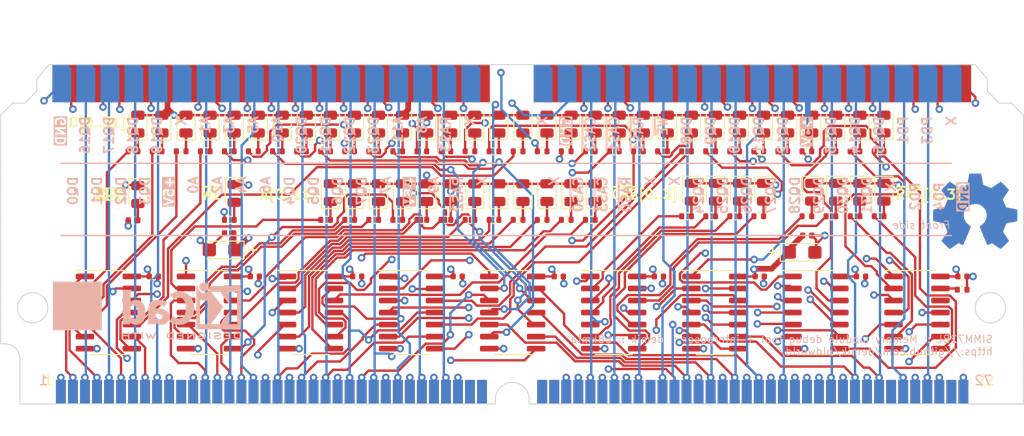
<source format=kicad_pcb>
(kicad_pcb (version 20240108) (generator "pcbnew") (generator_version "8.0")
  (title_block (title "SIMM72BL") (date "2024-12-04") (rev "1.2") (company "Lostwave") (comment 1 "https://github.com/demik/oldworld") (comment 2 "68kmla"))
  (layers (0 "F.Cu" signal) (1 "In1.Cu" signal) (2 "In2.Cu" power) (31 "B.Cu" signal) (34 "B.Paste" user) (35 "F.Paste" user) (36 "B.SilkS" user "B.Silkscreen") (37 "F.SilkS" user "F.Silkscreen") (38 "B.Mask" user) (39 "F.Mask" user) (44 "Edge.Cuts" user))
  (net 0 "")
  (net 1 "GND")
  (net 2 "Net-(D1-K)")
  (net 3 "Net-(D2-K)")
  (net 4 "Net-(D3-K)")
  (net 5 "Net-(D4-K)")
  (net 6 "Net-(D5-K)")
  (net 7 "Net-(D6-K)")
  (net 8 "Net-(D7-K)")
  (net 9 "Net-(D8-K)")
  (net 10 "+5V")
  (net 12 "Net-(D9-K)")
  (net 13 "Net-(D10-K)")
  (net 14 "Net-(D11-K)")
  (net 15 "Net-(D12-K)")
  (net 16 "Net-(D13-K)")
  (net 17 "Net-(D14-K)")
  (net 18 "Net-(D15-K)")
  (net 19 "Net-(D16-K)")
  (net 20 "Net-(D17-K)")
  (net 21 "Net-(D18-K)")
  (net 22 "Net-(D19-K)")
  (net 23 "Net-(D20-K)")
  (net 24 "Net-(D21-K)")
  (net 25 "Net-(D22-K)")
  (net 26 "Net-(D23-K)")
  (net 27 "Net-(D24-K)")
  (net 28 "Net-(D25-K)")
  (net 29 "Net-(D26-K)")
  (net 30 "Net-(D27-K)")
  (net 31 "Net-(D28-K)")
  (net 32 "Net-(D29-K)")
  (net 33 "Net-(D30-K)")
  (net 38 "Net-(D31-K)")
  (net 39 "Net-(D32-K)")
  (net 40 "Net-(R1-Pad1)")
  (net 41 "Net-(R2-Pad1)")
  (net 42 "Net-(R3-Pad1)")
  (net 43 "Net-(R4-Pad1)")
  (net 45 "Net-(R5-Pad1)")
  (net 46 "unconnected-(U1-NC-Pad48)")
  (net 47 "Net-(R6-Pad1)")
  (net 48 "Net-(R7-Pad1)")
  (net 49 "Net-(R8-Pad1)")
  (net 50 "Net-(R9-Pad1)")
  (net 51 "Net-(R10-Pad1)")
  (net 52 "Net-(R11-Pad1)")
  (net 53 "Net-(R12-Pad1)")
  (net 54 "Net-(R13-Pad1)")
  (net 55 "Net-(R14-Pad1)")
  (net 56 "Net-(R15-Pad1)")
  (net 57 "Net-(R16-Pad1)")
  (net 58 "Net-(R17-Pad1)")
  (net 59 "Net-(R18-Pad1)")
  (net 60 "Net-(R19-Pad1)")
  (net 61 "Net-(R20-Pad1)")
  (net 62 "Net-(R21-Pad1)")
  (net 64 "Net-(R22-Pad1)")
  (net 65 "Net-(R23-Pad1)")
  (net 66 "Net-(R24-Pad1)")
  (net 67 "Net-(R25-Pad1)")
  (net 69 "Net-(R26-Pad1)")
  (net 70 "Net-(R27-Pad1)")
  (net 71 "Net-(R28-Pad1)")
  (net 72 "Net-(R29-Pad1)")
  (net 73 "Net-(R30-Pad1)")
  (net 74 "Net-(R31-Pad1)")
  (net 75 "Net-(R32-Pad1)")
  (net 76 "DQ0")
  (net 77 "DQ16")
  (net 78 "DQ1")
  (net 79 "DQ17")
  (net 80 "DQ2")
  (net 81 "DQ18")
  (net 82 "DQ3")
  (net 83 "DQ19")
  (net 84 "/A0")
  (net 85 "/A1")
  (net 86 "/A2")
  (net 87 "/A3")
  (net 88 "/A4")
  (net 89 "/A5")
  (net 90 "/A6")
  (net 91 "/A10")
  (net 92 "DQ4")
  (net 93 "DQ20")
  (net 94 "DQ5")
  (net 95 "DQ21")
  (net 96 "DQ6")
  (net 97 "DQ22")
  (net 98 "DQ7")
  (net 99 "DQ23")
  (net 100 "/A7")
  (net 101 "/A11")
  (net 102 "/A8")
  (net 103 "/A9")
  (net 104 "/~{RAS3}")
  (net 105 "/~{RAS2}")
  (net 106 "/~{CAS0}")
  (net 107 "/~{CAS2}")
  (net 108 "/~{CAS3}")
  (net 109 "/~{CAS1}")
  (net 110 "/~{RAS0}")
  (net 111 "/~{RAS1}")
  (net 112 "/~{WE}")
  (net 113 "DQ8")
  (net 114 "DQ24")
  (net 115 "DQ9")
  (net 116 "DQ25")
  (net 117 "DQ10")
  (net 118 "DQ26")
  (net 119 "DQ11")
  (net 120 "DQ27")
  (net 121 "DQ12")
  (net 122 "DQ28")
  (net 123 "DQ29")
  (net 124 "DQ13")
  (net 125 "DQ30")
  (net 126 "DQ14")
  (net 127 "DQ31")
  (net 128 "DQ15")
  (net 129 "/PD1")
  (net 130 "/PD2")
  (net 131 "/PD3")
  (net 132 "/PD4")
  (net 133 "Net-(D33-K)")
  (net 134 "Net-(D34-K)")
  (net 135 "Net-(D35-K)")
  (net 136 "Net-(D36-K)")
  (net 137 "Net-(D37-K)")
  (net 138 "Net-(D38-K)")
  (net 139 "Net-(D39-K)")
  (net 140 "Net-(D40-K)")
  (net 141 "Net-(D41-K)")
  (net 142 "Net-(D42-K)")
  (net 143 "Net-(D43-K)")
  (net 144 "Net-(D44-K)")
  (net 145 "Net-(R33-Pad1)")
  (net 146 "Net-(R34-Pad1)")
  (net 147 "Net-(R35-Pad1)")
  (net 148 "Net-(R36-Pad1)")
  (net 149 "Net-(R37-Pad1)")
  (net 150 "Net-(R38-Pad1)")
  (net 151 "Net-(R39-Pad1)")
  (net 152 "Net-(R40-Pad1)")
  (net 153 "Net-(R41-Pad1)")
  (net 154 "Net-(R42-Pad1)")
  (net 155 "Net-(R43-Pad1)")
  (net 156 "Net-(R44-Pad1)")
  (net 157 "Net-(D45-A)")
  (net 158 "Net-(D46-A)")
  (net 159 "Net-(D47-A)")
  (net 160 "Net-(D48-A)")
  (net 161 "Net-(D49-A)")
  (net 162 "Net-(D50-A)")
  (net 163 "Net-(D51-A)")
  (net 164 "Net-(D52-A)")
  (net 165 "Net-(D54-A)")
  (net 166 "Net-(R45-Pad1)")
  (net 167 "Net-(R46-Pad1)")
  (net 168 "Net-(R47-Pad1)")
  (net 169 "Net-(R48-Pad1)")
  (net 170 "Net-(R49-Pad1)")
  (net 171 "Net-(R50-Pad1)")
  (net 172 "Net-(R51-Pad1)")
  (net 173 "Net-(R52-Pad1)")
  (net 174 "Net-(R54-Pad1)")
  (net 175 "Net-(D53-A)")
  (net 185 "Net-(R55-Pad2)")
  (footprint "Resistor_SMD:R_0402_1005Metric" (layer "F.Cu") (at 124.456 90.17)
    (property "Reference" "R28" (hide yes))
    (property "Value" "3kΩ")
  )
  (footprint "Diode_SMD:D_0805_2012Metric" (layer "F.Cu") (at 107.186 87.2975 90)
    (property "Reference" "D21" (hide yes))
    (property "Value" "GREEN")
  )
  (footprint "Diode_SMD:D_0805_2012Metric" (layer "F.Cu") (at 81.786 87.2975 90)
    (property "Reference" "D11" (hide yes))
    (property "Value" "GREEN")
  )
  (footprint "Resistor_SMD:R_0402_1005Metric" (layer "F.Cu") (at 99.058 97.409)
    (property "Reference" "R42" (hide yes))
    (property "Value" "510Ω")
  )
  (footprint "Resistor_SMD:R_0402_1005Metric" (layer "F.Cu") (at 78.736 90.17)
    (property "Reference" "R10" (hide yes))
    (property "Value" "3kΩ")
  )
  (footprint "Diode_SMD:D_0805_2012Metric" (layer "F.Cu") (at 79.248 94.5365 90)
    (property "Reference" "D34" (hide yes))
    (property "Value" "YELLOW")
  )
  (footprint "Resistor_SMD:R_0402_1005Metric" (layer "F.Cu") (at 119.378 97.028)
    (property "Reference" "R47" (hide yes))
    (property "Value" "510Ω")
  )
  (footprint "Resistor_SMD:R_0402_1005Metric" (layer "F.Cu") (at 91.44 97.409)
    (property "Reference" "R39" (hide yes))
    (property "Value" "510Ω")
  )
  (footprint "Diode_SMD:D_0805_2012Metric" (layer "F.Cu") (at 94.486 87.2975 90)
    (property "Reference" "D16" (hide yes))
    (property "Value" "GREEN")
  )
  (footprint "Diode_SMD:D_0805_2012Metric" (layer "F.Cu") (at 58.926 87.2975 90)
    (property "Reference" "D2" (hide yes))
    (property "Value" "GREEN")
  )
  (footprint "Diode_SMD:D_0805_2012Metric" (layer "F.Cu") (at 114.808 94.488 -90)
    (property "Reference" "D45" (hide yes))
    (property "Value" "YELLOW")
  )
  (footprint "Diode_SMD:D_0805_2012Metric" (layer "F.Cu") (at 132.588 94.488 -90)
    (property "Reference" "D51" (hide yes))
    (property "Value" "YELLOW")
  )
  (footprint "Diode_SMD:D_0805_2012Metric" (layer "F.Cu") (at 122.426 87.2975 90)
    (property "Reference" "D27" (hide yes))
    (property "Value" "GREEN")
  )
  (footprint "Diode_SMD:D_0805_2012Metric" (layer "F.Cu") (at 56.388 94.742 -90)
    (property "Reference" "D53" (hide yes))
    (property "Value" "WHITE")
  )
  (footprint "Resistor_SMD:R_0402_1005Metric" (layer "F.Cu") (at 86.36 97.409)
    (property "Reference" "R37" (hide yes))
    (property "Value" "510Ω")
  )
  (footprint "Resistor_SMD:R_0402_1005Metric" (layer "F.Cu") (at 104.138 97.409)
    (property "Reference" "R44" (hide yes))
    (property "Value" "510Ω")
  )
  (footprint "Capacitor_SMD:C_0402_1005Metric" (layer "F.Cu") (at 58.067 103.378)
    (property "Reference" "C6" (hide yes))
    (property "Value" "100nF")
  )
  (footprint "Resistor_SMD:R_0402_1005Metric" (layer "F.Cu") (at 88.896 90.17)
    (property "Reference" "R14" (hide yes))
    (property "Value" "3kΩ")
  )
  (footprint "Resistor_SMD:R_0402_1005Metric" (layer "F.Cu") (at 109.218 90.17)
    (property "Reference" "R22" (hide yes))
    (property "Value" "3kΩ")
  )
  (footprint "Diode_SMD:D_0805_2012Metric" (layer "F.Cu") (at 130.048 94.488 -90)
    (property "Reference" "D50" (hide yes))
    (property "Value" "YELLOW")
  )
  (footprint "Diode_SMD:D_0805_2012Metric" (layer "F.Cu") (at 74.166 87.2975 90)
    (property "Reference" "D8" (hide yes))
    (property "Value" "GREEN")
  )
  (footprint "Package_SO:SOIC-14_3.9x8.7mm_P1.27mm" (layer "F.Cu") (at 85.279 107.188)
    (property "Reference" "U5" (hide yes))
    (property "Value" "74HC14")
  )
  (footprint "Resistor_SMD:R_0402_1005Metric" (layer "F.Cu") (at 83.816 90.17)
    (property "Reference" "R12" (hide yes))
    (property "Value" "3kΩ")
  )
  (footprint "Diode_SMD:D_0805_2012Metric" (layer "F.Cu") (at 127.508 94.488 -90)
    (property "Reference" "D49" (hide yes))
    (property "Value" "YELLOW")
  )
  (footprint "Resistor_SMD:R_0402_1005Metric" (layer "F.Cu") (at 73.658 90.17)
    (property "Reference" "R8" (hide yes))
    (property "Value" "3kΩ")
  )
  (footprint "5822021-4_EoB:5822021-4_EoB" (layer "F.Cu") (at 96.345 83)
    (property "Reference" "J1" (hide yes))
    (property "Value" "5822021-4" (hide yes))
  )
  (footprint "Diode_SMD:D_0805_2012Metric" (layer "F.Cu") (at 114.806 87.2975 90)
    (property "Reference" "D24" (hide yes))
    (property "Value" "GREEN")
  )
  (footprint "Diode_SMD:D_0805_2012Metric" (layer "F.Cu") (at 119.888 94.488 -90)
    (property "Reference" "D47" (hide yes))
    (property "Value" "YELLOW")
  )
  (footprint "Resistor_SMD:R_0402_1005Metric" (layer "F.Cu") (at 132.078 97.028)
    (property "Reference" "R51" (hide yes))
    (property "Value" "510Ω")
  )
  (footprint "Diode_SMD:D_0805_2012Metric" (layer "F.Cu") (at 99.566 87.2975 90)
    (property "Reference" "D18" (hide yes))
    (property "Value" "GREEN")
  )
  (footprint "Resistor_SMD:R_0402_1005Metric" (layer "F.Cu") (at 66.038 97.409)
    (property "Reference" "R54" (hide yes))
    (property "Value" "510Ω")
  )
  (footprint "Resistor_SMD:R_0402_1005Metric" (layer "F.Cu") (at 114.298 97.028)
    (property "Reference" "R45" (hide yes))
    (property "Value" "510Ω")
  )
  (footprint "Capacitor_SMD:C_0402_1005Metric" (layer "F.Cu") (at 127.028 99.06)
    (property "Reference" "C13" (hide yes))
    (property "Value" "100nF")
  )
  (footprint "Resistor_SMD:R_0402_1005Metric" (layer "F.Cu") (at 129.538 97.028)
    (property "Reference" "R50" (hide yes))
    (property "Value" "510Ω")
  )
  (footprint "Diode_SMD:D_0805_2012Metric" (layer "F.Cu") (at 102.108 94.5365 90)
    (property "Reference" "D43" (hide yes))
    (property "Value" "YELLOW")
  )
  (footprint "Connector_Apple:SIMM-72" (layer "F.Cu") (at 95.885 115.57)
    (property "Reference" "U1" (hide yes))
    (property "Value" "SIMM-72")
  )
  (footprint "Capacitor_SMD:C_0402_1005Metric" (layer "F.Cu") (at 100.81 103.378)
    (property "Reference" "C2" (hide yes))
    (property "Value" "100nF")
  )
  (footprint "Resistor_SMD:R_0402_1005Metric" (layer "F.Cu") (at 99.056 90.17)
    (property "Reference" "R18" (hide yes))
    (property "Value" "3kΩ")
  )
  (footprint "Capacitor_SMD:C_0402_1005Metric" (layer "F.Cu") (at 66.012 98.806 180)
    (property "Reference" "C12" (hide yes))
    (property "Value" "100nF")
  )
  (footprint "Package_SO:SOIC-14_3.9x8.7mm_P1.27mm" (layer "F.Cu") (at 63.943 107.188)
    (property "Reference" "U8" (hide yes))
    (property "Value" "74HC14")
  )
  (footprint "Resistor_SMD:R_0402_1005Metric" (layer "F.Cu") (at 63.498 90.17)
    (property "Reference" "R4" (hide yes))
    (property "Value" "3kΩ")
  )
  (footprint "Resistor_SMD:R_0402_1005Metric" (layer "F.Cu") (at 111.756 90.17)
    (property "Reference" "R23" (hide yes))
    (property "Value" "3kΩ")
  )
  (footprint "Package_SO:SOIC-14_3.9x8.7mm_P1.27mm" (layer "F.Cu") (at 127.951 107.188)
    (property "Reference" "U6" (hide yes))
    (property "Value" "74HC14")
  )
  (footprint "Capacitor_SMD:C_0402_1005Metric" (layer "F.Cu") (at 122.019 103.378)
    (property "Reference" "C4" (hide yes))
    (property "Value" "100nF")
  )
  (footprint "Resistor_SMD:R_0402_1005Metric" (layer "F.Cu") (at 134.618 97.028)
    (property "Reference" "R52" (hide yes))
    (property "Value" "510Ω")
  )
  (footprint "Resistor_SMD:R_0402_1005Metric" (layer "F.Cu") (at 55.878 97.4575)
    (property "Reference" "R53" (hide yes))
    (property "Value" "3kΩ")
  )
  (footprint "Diode_SMD:D_0805_2012Metric" (layer "F.Cu") (at 89.406 87.2975 90)
    (property "Reference" "D14" (hide yes))
    (property "Value" "GREEN")
  )
  (footprint "Resistor_SMD:R_0402_1005Metric" (layer "F.Cu") (at 76.196 90.17)
    (property "Reference" "R9" (hide yes))
    (property "Value" "3kΩ")
  )
  (footprint "Diode_SMD:D_0805_2012Metric" (layer "F.Cu") (at 69.086 87.2975 90)
    (property "Reference" "D6" (hide yes))
    (property "Value" "GREEN")
  )
  (footprint "Resistor_SMD:R_0402_1005Metric" (layer "F.Cu") (at 96.518 97.409)
    (property "Reference" "R41" (hide yes))
    (property "Value" "510Ω")
  )
  (footprint "Diode_SMD:D_0805_2012Metric" (layer "F.Cu") (at 117.346 87.2975 90)
    (property "Reference" "D25" (hide yes))
    (property "Value" "GREEN")
  )
  (footprint "Diode_SMD:D_0805_2012Metric" (layer "F.Cu") (at 99.568 94.5365 90)
    (property "Reference" "D42" (hide yes))
    (property "Value" "YELLOW")
  )
  (footprint "Resistor_SMD:R_0402_1005Metric" (layer "F.Cu") (at 93.978 97.409)
    (property "Reference" "R40" (hide yes))
    (property "Value" "510Ω")
  )
  (footprint "Diode_SMD:D_0805_2012Metric" (layer "F.Cu") (at 124.966 87.2975 90)
    (property "Reference" "D28" (hide yes))
    (property "Value" "GREEN")
  )
  (footprint "Resistor_SMD:R_0402_1005Metric" (layer "F.Cu") (at 60.958 90.17)
    (property "Reference" "R3" (hide yes))
    (property "Value" "3kΩ")
  )
  (footprint "Package_SO:SOIC-14_3.9x8.7mm_P1.27mm" (layer "F.Cu") (at 138.619 107.188)
    (property "Reference" "U7" (hide yes))
    (property "Value" "74HC14")
  )
  (footprint "Resistor_SMD:R_0402_1005Metric" (layer "F.Cu") (at 68.578 90.17)
    (property "Reference" "R6" (hide yes))
    (property "Value" "3kΩ")
  )
  (footprint "Resistor_SMD:R_0402_1005Metric" (layer "F.Cu") (at 66.038 90.17)
    (property "Reference" "R5" (hide yes))
    (property "Value" "3kΩ")
  )
  (footprint "Package_SO:SOIC-14_3.9x8.7mm_P1.27mm" (layer "F.Cu") (at 106.615 107.188)
    (property "Reference" "U10" (hide yes))
    (property "Value" "74HC14")
  )
  (footprint "Resistor_SMD:R_0402_1005Metric" (layer "F.Cu") (at 143.385 104.775 180)
    (property "Reference" "R55" (hide yes))
    (property "Value" "510Ω")
  )
  (footprint "Diode_SMD:D_0805_2012Metric" (layer "F.Cu") (at 94.488 94.5365 90)
    (property "Reference" "D40" (hide yes))
    (property "Value" "YELLOW")
  )
  (footprint "Package_SO:SOIC-14_3.9x8.7mm_P1.27mm" (layer "F.Cu") (at 53.275 107.188)
    (property "Reference" "U2" (hide yes))
    (property "Value" "74HC14")
  )
  (footprint "Diode_SMD:D_0805_2012Metric" (layer "F.Cu") (at 71.626 87.2975 90)
    (property "Reference" "D7" (hide yes))
    (property "Value" "GREEN")
  )
  (footprint "Diode_SMD:D_0805_2012Metric" (layer "F.Cu") (at 56.386 87.2975 90)
    (property "Reference" "D1" (hide yes))
    (property "Value" "GREEN")
  )
  (footprint "Resistor_SMD:R_0402_1005Metric" (layer "F.Cu") (at 116.836 90.17)
    (property "Reference" "R25" (hide yes))
    (property "Value" "3kΩ")
  )
  (footprint "Diode_SMD:D_0805_2012Metric" (layer "F.Cu") (at 127.506 87.2975 90)
    (property "Reference" "D29" (hide yes))
    (property "Value" "GREEN")
  )
  (footprint "Diode_SMD:D_0805_2012Metric" (layer "F.Cu") (at 117.348 94.488 -90)
    (property "Reference" "D46" (hide yes))
    (property "Value" "YELLOW")
  )
  (footprint "Resistor_SMD:R_0402_1005Metric" (layer "F.Cu") (at 55.878 90.17)
    (property "Reference" "R1" (hide yes))
    (property "Value" "3kΩ")
  )
  (footprint "Resistor_SMD:R_0402_1005Metric" (layer "F.Cu") (at 88.898 97.409)
    (property "Reference" "R38" (hide yes))
    (property "Value" "510Ω")
  )
  (footprint "Resistor_SMD:R_0402_1005Metric" (layer "F.Cu") (at 126.996 90.17)
    (property "Reference" "R29" (hide yes))
    (property "Value" "3kΩ")
  )
  (footprint "Diode_SMD:D_0805_2012Metric" (layer "F.Cu") (at 89.408 94.5365 90)
    (property "Reference" "D38" (hide yes))
    (property "Value" "YELLOW")
  )
  (footprint "Resistor_SMD:R_0402_1005Metric" (layer "F.Cu") (at 58.418 90.17)
    (property "Reference" "R2" (hide yes))
    (property "Value" "3kΩ")
  )
  (footprint "Diode_SMD:D_0805_2012Metric" (layer "F.Cu") (at 130.046 87.2975 90)
    (property "Reference" "D30" (hide yes))
    (property "Value" "GREEN")
  )
  (footprint "Diode_SMD:D_0805_2012Metric" (layer "F.Cu") (at 86.868 94.5365 90)
    (property "Reference" "D37" (hide yes))
    (property "Value" "YELLOW")
  )
  (footprint "Resistor_SMD:R_0402_1005Metric" (layer "F.Cu") (at 119.376 90.17)
    (property "Reference" "R26" (hide yes))
    (property "Value" "3kΩ")
  )
  (footprint "Diode_SMD:D_0805_2012Metric" (layer "F.Cu") (at 84.328 94.5365 90)
    (property "Reference" "D36" (hide yes))
    (property "Value" "YELLOW")
  )
  (footprint "Diode_SMD:D_0805_2012Metric" (layer "F.Cu") (at 135.126 87.2975 90)
    (property "Reference" "D32" (hide yes))
    (property "Value" "GREEN")
  )
  (footprint "Diode_SMD:D_0805_2012Metric" (layer "F.Cu") (at 66.546 87.2975 90)
    (property "Reference" "D5" (hide yes))
    (property "Value" "GREEN")
  )
  (footprint "Diode_SMD:D_0805_2012Metric" (layer "F.Cu") (at 66.548 94.615 -90)
    (property "Reference" "D54" (hide yes))
    (property "Value" "RED")
  )
  (footprint "Capacitor_SMD:C_0402_1005Metric" (layer "F.Cu") (at 79.53 103.378)
    (property "Reference" "C8" (hide yes))
    (property "Value" "100nF")
  )
  (footprint "Diode_SMD:D_0805_2012Metric" (layer "F.Cu") (at 135.128 94.488 -90)
    (property "Reference" "D52" (hide yes))
    (property "Value" "YELLOW")
  )
  (footprint "Diode_SMD:D_0805_2012Metric" (layer "F.Cu") (at 86.866 87.2975 90)
    (property "Reference" "D13" (hide yes))
    (property "Value" "GREEN")
  )
  (footprint "Diode_SMD:D_0805_2012Metric" (layer "F.Cu") (at 104.648 94.5365 90)
    (property "Reference" "D44" (hide yes))
    (property "Value" "YELLOW")
  )
  (footprint "Capacitor_SMD:C_0402_1005Metric" (layer "F.Cu") (at 132.715 103.378)
    (property "Reference" "C5" (hide yes))
    (property "Value" "100nF")
  )
  (footprint "Capacitor_SMD:C_0402_1005Metric" (layer "F.Cu") (at 111.379 103.378)
    (property "Reference" "C3" (hide yes))
    (property "Value" "100nF")
  )
  (footprint "Diode_SMD:D_0805_2012Metric" (layer "F.Cu") (at 112.266 87.2975 90)
    (property "Reference" "D23" (hide yes))
    (property "Value" "GREEN")
  )
  (footprint "Diode_SMD:D_0805_2012Metric" (layer "F.Cu") (at 109.726 87.2975 90)
    (property "Reference" "D22" (hide yes))
    (property "Value" "GREEN")
  )
  (footprint "Resistor_SMD:R_0402_1005Metric" (layer "F.Cu") (at 134.616 90.17)
    (property "Reference" "R32" (hide yes))
    (property "Value" "3kΩ")
  )
  (footprint "Capacitor_Tantalum_SMD:CP_EIA-3216-10_Kemet-I" (layer "F.Cu") (at 65.278 100.584 180)
    (property "Reference" "C10" (hide yes))
    (property "Value" "10uF")
  )
  (footprint "Diode_SMD:D_0805_2012Metric" (layer "F.Cu") (at 76.708 94.5365 90)
    (property "Reference" "D33" (hide yes))
    (property "Value" "YELLOW")
  )
  (footprint "Resistor_SMD:R_0402_1005Metric" (layer "F.Cu") (at 101.598 97.409)
    (property "Reference" "R43" (hide yes))
    (property "Value" "510Ω")
  )
  (footprint "Resistor_SMD:R_0402_1005Metric" (layer "F.Cu") (at 71.118 90.17)
    (property "Reference" "R7" (hide yes))
    (property "Value" "3kΩ")
  )
  (footprint "Package_SO:SOIC-14_3.9x8.7mm_P1.27mm" (layer "F.Cu") (at 74.611 107.188)
    (property "Reference" "U9" (hide yes))
    (property "Value" "74HC14")
  )
  (footprint "Resistor_SMD:R_0402_1005Metric" (layer "F.Cu") (at 104.136 90.17)
    (property "Reference" "R20" (hide yes))
    (property "Value" "3kΩ")
  )
  (footprint "Diode_SMD:D_0805_2012Metric" (layer "F.Cu") (at 97.028 94.5365 90)
    (property "Reference" "D41" (hide yes))
    (property "Value" "YELLOW")
  )
  (footprint "Resistor_SMD:R_0402_1005Metric" (layer "F.Cu") (at 81.276 90.17)
    (property "Reference" "R11" (hide yes))
    (property "Value" "3kΩ")
  )
  (footprint "Diode_SMD:D_0805_2012Metric" (layer "F.Cu") (at 104.646 87.2975 90)
    (property "Reference" "D20" (hide yes))
    (property "Value" "GREEN")
  )
  (footprint "Resistor_SMD:R_0402_1005Metric" (layer "F.Cu") (at 106.676 90.17)
    (property "Reference" "R21" (hide yes))
    (property "Value" "3kΩ")
  )
  (footprint "Diode_SMD:D_0805_2012Metric" (layer "F.Cu") (at 122.428 94.488 -90)
    (property "Reference" "D48" (hide yes))
    (property "Value" "YELLOW")
  )
  (footprint "Diode_SMD:D_0805_2012Metric" (layer "F.Cu") (at 132.586 87.2975 90)
    (property "Reference" "D31" (hide yes))
    (property "Value" "GREEN")
  )
  (footprint "Resistor_SMD:R_0402_1005Metric" (layer "F.Cu") (at 116.838 97.028)
    (property "Reference" "R46" (hide yes))
    (property "Value" "510Ω")
  )
  (footprint "Resistor_SMD:R_0402_1005Metric" (layer "F.Cu") (at 101.596 90.17)
    (property "Reference" "R19" (hide yes))
    (property "Value" "3kΩ")
  )
  (footprint "Resistor_SMD:R_0402_1005Metric" (layer "F.Cu") (at 96.516 90.17)
    (property "Reference" "R17" (hide yes))
    (property "Value" "3kΩ")
  )
  (footprint "Resistor_SMD:R_0402_1005Metric" (layer "F.Cu") (at 76.2 97.409)
    (property "Reference" "R33" (hide yes))
    (property "Value" "510Ω")
  )
  (footprint "Capacitor_SMD:C_0402_1005Metric" (layer "F.Cu") (at 90.142 103.378)
    (property "Reference" "C1" (hide yes))
    (property "Value" "100nF")
  )
  (footprint "Diode_SMD:D_0805_2012Metric" (layer "F.Cu") (at 102.106 87.2975 90)
    (property "Reference" "D19" (hide yes))
    (property "Value" "GREEN")
  )
  (footprint "Resistor_SMD:R_0402_1005Metric" (layer "F.Cu") (at 91.436 90.17)
    (property "Reference" "R15" (hide yes))
    (property "Value" "3kΩ")
  )
  (footprint "Resistor_SMD:R_0402_1005Metric" (layer "F.Cu") (at 86.356 90.17)
    (property "Reference" "R13" (hide yes))
    (property "Value" "3kΩ")
  )
  (footprint "Capacitor_Tantalum_SMD:CP_EIA-3216-10_Kemet-I" (layer "F.Cu") (at 126.492 100.838)
    (property "Reference" "C11" (hide yes))
    (property "Value" "10uF")
  )
  (footprint "Diode_SMD:D_0805_2012Metric" (layer "F.Cu") (at 91.946 87.2975 90)
    (property "Reference" "D15" (hide yes))
    (property "Value" "GREEN")
  )
  (footprint "Diode_SMD:D_0805_2012Metric" (layer "F.Cu") (at 64.006 87.2975 90)
    (property "Reference" "D4" (hide yes))
    (property "Value" "GREEN")
  )
  (footprint "Diode_SMD:D_0805_2012Metric" (layer "F.Cu") (at 81.788 94.5365 90)
    (property "Reference" "D35" (hide yes))
    (property "Value" "YELLOW")
  )
  (footprint "Package_SO:SOIC-14_3.9x8.7mm_P1.27mm" (layer "F.Cu") (at 117.283 107.188)
    (property "Reference" "U4" (hide yes))
    (property "Value" "74HC14")
  )
  (footprint "Resistor_SMD:R_0402_1005Metric" (layer "F.Cu") (at 93.976 90.17)
    (property "Reference" "R16" (hide yes))
    (property "Value" "3kΩ")
  )
  (footprint "Diode_SMD:D_0805_2012Metric" (layer "F.Cu") (at 97.026 87.2975 90)
    (property "Reference" "D17" (hide yes))
    (property "Value" "GREEN")
  )
  (footprint "Resistor_SMD:R_0402_1005Metric" (layer "F.Cu") (at 81.278 97.409)
    (property "Reference" "R35" (hide yes))
    (property "Value" "510Ω")
  )
  (footprint "Resistor_SMD:R_0402_1005Metric" (layer "F.Cu") (at 126.998 97.028)
    (property "Reference" "R49" (hide yes))
    (property "Value" "510Ω")
  )
  (footprint "Resistor_SMD:R_0402_1005Metric" (layer "F.Cu") (at 83.818 97.409)
    (property "Reference" "R36" (hide yes))
    (property "Value" "510Ω")
  )
  (footprint "Diode_SMD:D_0805_2012Metric" (layer "F.Cu") (at 61.466 87.2975 90)
    (property "Reference" "D3" (hide yes))
    (property "Value" "GREEN")
  )
  (footprint "Diode_SMD:D_0805_2012Metric" (layer "F.Cu") (at 84.326 87.2975 90)
    (property "Reference" "D12" (hide yes))
    (property "Value" "GREEN")
  )
  (footprint "Diode_SMD:D_0805_2012Metric" (layer "F.Cu") (at 79.246 87.2975 90)
    (property "Reference" "D10" (hide yes))
    (property "Value" "GREEN")
  )
  (footprint "Resistor_SMD:R_0402_1005Metric" (layer "F.Cu") (at 78.74 97.409)
    (property "Reference" "R34" (hide yes))
    (property "Value" "510Ω")
  )
  (footprint "Diode_SMD:D_0805_2012Metric" (layer "F.Cu") (at 91.948 94.5365 90)
    (property "Reference" "D39" (hide yes))
    (property "Value" "YELLOW")
  )
  (footprint "Diode_SMD:D_0805_2012Metric" (layer "F.Cu") (at 119.886 87.2975 90)
    (property "Reference" "D26" (hide yes))
    (property "Value" "GREEN")
  )
  (footprint "Resistor_SMD:R_0402_1005Metric" (layer "F.Cu") (at 129.536 90.17)
    (property "Reference" "R30" (hide yes))
    (property "Value" "3kΩ")
  )
  (footprint "Package_SO:SOIC-14_3.9x8.7mm_P1.27mm" (layer "F.Cu") (at 95.947 107.188)
    (property "Reference" "U3" (hide yes))
    (property "Value" "74HC14")
  )
  (footprint "Capacitor_SMD:C_0402_1005Metric" (layer "F.Cu") (at 68.735 103.378)
    (property "Reference" "C7" (hide yes))
    (property "Value" "100nF")
  )
  (footprint "Resistor_SMD:R_0402_1005Metric" (layer "F.Cu") (at 121.916 90.17)
    (property "Reference" "R27" (hide yes))
    (property "Value" "3kΩ")
  )
  (footprint "Resistor_SMD:R_0402_1005Metric" (layer "F.Cu") (at 114.296 90.17)
    (property "Reference" "R24" (hide yes))
    (property "Value" "3kΩ")
  )
  (footprint "Capacitor_SMD:C_0402_1005Metric" (layer "F.Cu") (at 143.411 103.378)
    (property "Reference" "C9" (hide yes))
    (property "Value" "100nF")
  )
  (footprint "Diode_SMD:D_0805_2012Metric" (layer "F.Cu") (at 76.706 87.2975 90)
    (property "Reference" "D9" (hide yes))
    (property "Value" "GREEN")
  )
  (footprint "Resistor_SMD:R_0402_1005Metric" (layer "F.Cu") (at 121.918 97.028)
    (property "Reference" "R48" (hide yes))
    (property "Value" "510Ω")
  )
  (footprint "Resistor_SMD:R_0402_1005Metric" (layer "F.Cu") (at 132.076 90.17)
    (property "Reference" "R31" (hide yes))
    (property "Value" "3kΩ")
  )
  (footprint "Symbol:KiCad-Logo2_5mm_SilkScreen" (layer "B.Cu") (at 61 107 180)
    (property "Reference" "REF**" (hide yes))
    (property "Value" "KiCad-Logo2_5mm_SilkScreen" (hide yes))
  )
  (footprint "Symbol:OSHW-Symbol_8.9x8mm_Copper" (layer "B.Cu") (at 144.78 96.52 180)
    (property "Reference" "REF**" (hide yes))
    (property "Value" "OSHW-Symbol_8.9x8mm_Copper" (hide yes))
  )
  (gr_line (start 48.26 91.44) (end 142.24 91.44) (stroke (width 0.15)) (layer "B.SilkS"))
  (gr_rect (start 47.5 104) (end 52.5 109) (stroke (width 0.15)) (fill solid) (layer "B.SilkS"))
  (gr_line (start 48.26 99.06) (end 142.24 99.06) (stroke (width 0.15)) (layer "B.SilkS"))
  (gr_line (start 146.05 83.82) (end 147.32 85.09) (stroke (width 0.1)) (layer "Edge.Cuts"))
  (gr_line (start 149.8498 116.84) (end 97.6818 116.84) (stroke (width 0.1)) (layer "Edge.Cuts"))
  (gr_line (start 94.1258 116.838) (end 43.9298 116.84) (stroke (width 0.1)) (layer "Edge.Cuts"))
  (gr_line (start 97.6818 116.84) (end 97.6818 116.33) (stroke (width 0.1)) (layer "Edge.Cuts"))
  (gr_line (start 147.32 85.09) (end 148.59 85.09) (stroke (width 0.1)) (layer "Edge.Cuts"))
  (gr_arc (start 94.1258 116.33) (mid 95.9038 114.552) (end 97.6818 116.33) (stroke (width 0.1)) (layer "Edge.Cuts"))
  (gr_line (start 45.72 82.55) (end 45.72 83.82) (stroke (width 0.1)) (layer "Edge.Cuts"))
  (gr_line (start 149.86 86.36) (end 149.8498 116.84) (stroke (width 0.1)) (layer "Edge.Cuts"))
  (gr_line (start 46.99 81.026) (end 45.72 82.55) (stroke (width 0.1)) (layer "Edge.Cuts"))
  (gr_line (start 148.59 85.09) (end 149.86 86.36) (stroke (width 0.1)) (layer "Edge.Cuts"))
  (gr_arc (start 42.3598 110.494793) (mid 43.468965 110.952239) (end 43.9298 112.06) (stroke (width 0.1)) (layer "Edge.Cuts"))
  (gr_circle (center 45.2798 106.68) (end 46.8798 106.68) (stroke (width 0.1)) (fill none) (layer "Edge.Cuts"))
  (gr_line (start 43.18 85.09) (end 41.91 86.36) (stroke (width 0.1)) (layer "Edge.Cuts"))
  (gr_line (start 146.05 82.55) (end 146.05 83.82) (stroke (width 0.1)) (layer "Edge.Cuts"))
  (gr_line (start 94.1258 116.33) (end 94.1258 116.838) (stroke (width 0.1)) (layer "Edge.Cuts"))
  (gr_circle (center 146.37 106.68) (end 147.97 106.68) (stroke (width 0.1)) (fill none) (layer "Edge.Cuts"))
  (gr_line (start 41.91 86.36) (end 41.8998 110.49) (stroke (width 0.1)) (layer "Edge.Cuts"))
  (gr_line (start 44.45 85.09) (end 43.18 85.09) (stroke (width 0.1)) (layer "Edge.Cuts"))
  (gr_line (start 43.9298 112.06) (end 43.9298 116.84) (stroke (width 0.1)) (layer "Edge.Cuts"))
  (gr_line (start 46.99 81.026) (end 144.78 81.026) (stroke (width 0.1)) (layer "Edge.Cuts"))
  (gr_line (start 45.72 83.82) (end 44.45 85.09) (stroke (width 0.1)) (layer "Edge.Cuts"))
  (gr_line (start 144.78 81.026) (end 146.05 82.55) (stroke (width 0.1)) (layer "Edge.Cuts"))
  (gr_line (start 42.3598 110.494793) (end 41.8998 110.49) (stroke (width 0.1)) (layer "Edge.Cuts"))
  (gr_text "A1" (at 63.5 86.36 90) (layer "B.SilkS") (effects (font (size 1 1) (thickness 0.2) (bold yes)) (justify left mirror)))
  (gr_text "DQ5" (at 74.93 92.71 90) (layer "B.SilkS") (effects (font (size 1 1) (thickness 0.2) (bold yes)) (justify left mirror)))
  (gr_text "X" (at 60.96 86.36 90) (layer "B.SilkS") (effects (font (size 1 1) (thickness 0.2) (bold yes)) (justify left mirror)))
  (gr_text "DQ27" (at 123.19 92.71 90) (layer "B.SilkS") (effects (font (size 1 1) (thickness 0.2) (bold yes)) (justify left mirror)))
  (gr_text "DQ10" (at 119.38 86.36 90) (layer "B.SilkS") (effects (font (size 1 1) (thickness 0.2) (bold yes)) (justify left mirror)))
  (gr_text "DQ2" (at 54.61 92.71 90) (layer "B.SilkS") (effects (font (size 1 1) (thickness 0.2) (bold yes)) (justify left mirror)))
  (gr_text "DQ31" (at 133.35 92.71 90) (layer "B.SilkS") (effects (font (size 1 1) (thickness 0.2) (bold yes)) (justify left mirror)))
  (gr_text "DQ3" (at 57.15 92.71 90) (layer "B.SilkS") (effects (font (size 1 1) (thickness 0.2) (bold yes)) (justify left mirror)))
  (gr_text "DQ19" (at 58.42 86.36 90) (layer "B.SilkS") (effects (font (size 1 1) (thickness 0.2) (bold yes)) (justify left mirror)))
  (gr_text "DQ15" (at 134.62 86.36 90) (layer "B.SilkS") (effects (font (size 1 1) (thickness 0.2) (bold yes)) (justify left mirror)))
  (gr_text "DQ24" (at 115.57 92.71 90) (layer "B.SilkS") (effects (font (size 1 1) (thickness 0.2) (bold yes)) (justify left mirror)))
  (gr_text "DQ11" (at 121.92 86.36 90) (layer "B.SilkS") (effects (font (size 1 1) (thickness 0.2) (bold yes)) (justify left mirror)))
  (gr_text "A8" (at 86.36 86.36 90) (layer "B.SilkS") (effects (font (size 1 1) (thickness 0.2) (bold yes)) (justify left mirror)))
  (gr_text "SIMM72BL :: Memory module debug tool + interposer :: demik :: 68kmla\nhttps://github.com/demik/oldworld/" (at 146.685 111.76 0) (layer "B.SilkS") (effects (font (size 0.8 0.8) (thickness 0.1)) (justify left bottom mirror)))
  (gr_text "X" (at 99.06 86.36 90) (layer "B.SilkS") (effects (font (size 1 1) (thickness 0.2) (bold yes)) (justify left mirror)))
  (gr_text "GND" (at 143.51 93.331422 90) (layer "B.SilkS" knockout) (effects (font (size 1 1) (thickness 0.2) (bold yes)) (justify left mirror)))
  (gr_text "DQ21" (at 76.2 86.36 90) (layer "B.SilkS") (effects (font (size 1 1) (thickness 0.2) (bold yes)) (justify left mirror)))
  (gr_text "A6" (at 69.85 92.71 90) (layer "B.SilkS") (effects (font (size 1 1) (thickness 0.2) (bold yes)) (justify left mirror)))
  (gr_text "PD2" (at 138.43 93.331422 90) (layer "B.SilkS") (effects (font (size 1 1) (thickness 0.2) (bold yes)) (justify left mirror)))
  (gr_text "~{CAS3}" (at 105.41 92.71 90) (layer "B.SilkS") (effects (font (size 1 1) (thickness 0.2) (bold yes)) (justify left mirror)))
  (gr_text "A4" (at 67.31 92.71 90) (layer "B.SilkS") (effects (font (size 1 1) (thickness 0.2) (bold yes)) (justify left mirror)))
  (gr_text "DQ17" (at 53.34 86.36 90) (layer "B.SilkS") (effects (font (size 1 1) (thickness 0.2) (bold yes)) (justify left mirror)))
  (gr_text "X" (at 113.03 92.71 90) (layer "B.SilkS") (effects (font (size 1 1) (thickness 0.2) (bold yes)) (justify left mirror)))
  (gr_text "A11" (at 83.82 86.36 90) (layer "B.SilkS") (effects (font (size 1 1) (thickness 0.2) (bold yes)) (justify left mirror)))
  (gr_text "DQ0" (at 49.53 92.71 90) (layer "B.SilkS") (effects (font (size 1 1) (thickness 0.2) (bold yes)) (justify left mirror)))
  (gr_text "DQ9" (at 116.84 86.36 90) (layer "B.SilkS") (effects (font (size 1 1) (thickness 0.2) (bold yes)) (justify left mirror)))
  (gr_text "A10" (at 71.12 86.36 90) (layer "B.SilkS") (effects (font (size 1 1) (thickness 0.2) (bold yes)) (justify left mirror)))
  (gr_text "A0" (at 62.23 92.71 90) (layer "B.SilkS") (effects (font (size 1 1) (thickness 0.2) (bold yes)) (justify left mirror)))
  (gr_text "DQ20" (at 73.66 86.36 90) (layer "B.SilkS") (effects (font (size 1 1) (thickness 0.2) (bold yes)) (justify left mirror)))
  (gr_text "+5V" (at 59.69 92.71 90) (layer "B.SilkS" knockout) (effects (font (size 1 1) (thickness 0.2) (bold yes)) (justify left mirror)))
  (gr_text "DQ4" (at 72.39 92.71 90) (layer "B.SilkS") (effects (font (size 1 1) (thickness 0.2) (bold yes)) (justify left mirror)))
  (gr_text "DQ18" (at 55.88 86.36 90) (layer "B.SilkS") (effects (font (size 1 1) (thickness 0.2) (bold yes)) (justify left mirror)))
  (gr_text "DQ12" (at 124.46 86.36 90) (layer "B.SilkS") (effects (font (size 1 1) (thickness 0.2) (bold yes)) (justify left mirror)))
  (gr_text "~{CAS1}" (at 106.68 86.36 90) (layer "B.SilkS") (effects (font (size 1 1) (thickness 0.2) (bold yes)) (justify left mirror)))
  (gr_text "DQ8" (at 114.3 86.36 90) (layer "B.SilkS") (effects (font (size 1 1) (thickness 0.2) (bold yes)) (justify left mirror)))
  (gr_text "+5V" (at 127 86.36 90) (layer "B.SilkS" knockout) (effects (font (size 1 1) (thickness 0.2) (bold yes)) (justify left mirror)))
  (gr_text "PD1" (at 137.16 86.36 90) (layer "B.SilkS") (effects (font (size 1 1) (thickness 0.2) (bold yes)) (justify left mirror)))
  (gr_text "PD4" (at 140.97 93.331422 90) (layer "B.SilkS") (effects (font (size 1 1) (thickness 0.2) (bold yes)) (justify left mirror)))
  (gr_text "+5V" (at 85.09 92.71 90) (layer "B.SilkS" knockout) (effects (font (size 1 1) (thickness 0.2) (bold yes)) (justify left mirror)))
  (gr_text "~{RAS2}" (at 90.17 92.71 90) (layer "B.SilkS") (effects (font (size 1 1) (thickness 0.2) (bold yes)) (justify left mirror)))
  (gr_text "DQ28" (at 125.73 92.71 90) (layer "B.SilkS") (effects (font (size 1 1) (thickness 0.2) (bold yes)) (justify left mirror)))
  (gr_text "~{CAS2}" (at 104.14 86.36 90) (layer "B.SilkS") (effects (font (size 1 1) (thickness 0.2) (bold yes)) (justify left mirror)))
  (gr_text "X" (at 110.49 92.71 90) (layer "B.SilkS") (effects (font (size 1 1) (thickness 0.2) (bold yes)) (justify left mirror)))
  (gr_text "DQ7" (at 80.01 92.71 90) (layer "B.SilkS") (effects (font (size 1 1) (thickness 0.2) (bold yes)) (justify left mirror)))
  (gr_text "DQ26" (at 120.65 92.71 90) (layer "B.SilkS") (effects (font (size 1 1) (thickness 0.2) (bold yes)) (justify left mirror)))
  (gr_text "X" (at 100.33 92.71 90) (layer "B.SilkS") (effects (font (size 1 1) (thickness 0.2) (bold yes)) (justify left mirror)))
  (gr_text "~{RAS3}" (at 88.9 86.36 90) (layer "B.SilkS") (effects (font (size 1 1) (thickness 0.2) (bold yes)) (justify left mirror)))
  (gr_text "X" (at 92.71 92.71 90) (layer "B.SilkS") (effects (font (size 1 1) (thickness 0.2) (bold yes)) (justify left mirror)))
  (gr_text "DQ14" (at 132.08 86.36 90) (layer "B.SilkS") (effects (font (size 1 1) (thickness 0.2) (bold yes)) (justify left mirror)))
  (gr_text "A7" (at 82.55 92.71 90) (layer "B.SilkS") (effects (font (size 1 1) (thickness 0.2) (bold yes)) (justify left mirror)))
  (gr_text "X" (at 142.24 86.36 90) (layer "B.SilkS") (effects (font (size 1 1) (thickness 0.2) (bold yes)) (justify left mirror)))
  (gr_text "A2" (at 64.77 92.71 90) (layer "B.SilkS") (effects (font (size 1 1) (thickness 0.2) (bold yes)) (justify left mirror)))
  (gr_text "DQ1" (at 52.07 92.71 90) (layer "B.SilkS") (effects (font (size 1 1) (thickness 0.2) (bold yes)) (justify left mirror)))
  (gr_text "~{RAS1}" (at 109.22 86.36 90) (layer "B.SilkS") (effects (font (size 1 1) (thickness 0.2) (bold yes)) (justify left mirror)))
  (gr_text "~{RAS0}" (at 107.95 92.71 90) (layer "B.SilkS") (effects (font (size 1 1) (thickness 0.2) (bold yes)) (justify left mirror)))
  (gr_text "DQ23" (at 81.28 86.36 90) (layer "B.SilkS") (effects (font (size 1 1) (thickness 0.2) (bold yes)) (justify left mirror)))
  (gr_text "DQ16" (at 50.8 86.36 90) (layer "B.SilkS") (effects (font (size 1 1) (thickness 0.2) (bold yes)) (justify left mirror)))
  (gr_text "A5" (at 68.58 86.36 90) (layer "B.SilkS") (effects (font (size 1 1) (thickness 0.2) (bold yes)) (justify left mirror)))
  (gr_text "GND" (at 48.26 86.36 90) (layer "B.SilkS" knockout) (effects (font (size 1 1) (thickness 0.2) (bold yes)) (justify left mirror)))
  (gr_text "DQ13" (at 129.54 86.36 90) (layer "B.SilkS") (effects (font (size 1 1) (thickness 0.2) (bold yes)) (justify left mirror)))
  (gr_text "~{WE}" (at 111.76 86.36 90) (layer "B.SilkS") (effects (font (size 1 1) (thickness 0.2) (bold yes)) (justify left mirror)))
  (gr_text "A3" (at 66.04 86.36 90) (layer "B.SilkS") (effects (font (size 1 1) (thickness 0.2) (bold yes)) (justify left mirror)))
  (gr_text "X" (at 91.44 86.36 90) (layer "B.SilkS") (effects (font (size 1 1) (thickness 0.2) (bold yes)) (justify left mirror)))
  (gr_text "DQ30" (at 130.81 92.71 90) (layer "B.SilkS") (effects (font (size 1 1) (thickness 0.2) (bold yes)) (justify left mirror)))
  (gr_text "DQ25" (at 118.11 92.71 90) (layer "B.SilkS") (effects (font (size 1 1) (thickness 0.2) (bold yes)) (justify left mirror)))
  (gr_text "X" (at 135.89 93.331422 90) (layer "B.SilkS") (effects (font (size 1 1) (thickness 0.2) (bold yes)) (justify left mirror)))
  (gr_text "PD3" (at 139.7 86.36 90) (layer "B.SilkS") (effects (font (size 1 1) (thickness 0.2) (bold yes)) (justify left mirror)))
  (gr_text "DQ29" (at 128.27 92.71 90) (layer "B.SilkS") (effects (font (size 1 1) (thickness 0.2) (bold yes)) (justify left mirror)))
  (gr_text "A9" (at 87.63 92.71 90) (layer "B.SilkS") (effects (font (size 1 1) (thickness 0.2) (bold yes)) (justify left mirror)))
  (gr_text "Front side" (at 142.24 98.425 0) (layer "B.SilkS") (effects (font (size 0.8 0.8) (thickness 0.1) (italic yes)) (justify left bottom mirror)))
  (gr_text "~{CAS0}" (at 102.87 92.71 90) (layer "B.SilkS") (effects (font (size 1 1) (thickness 0.2) (bold yes)) (justify left mirror)))
  (gr_text "DQ6" (at 77.47 92.71 90) (layer "B.SilkS") (effects (font (size 1 1) (thickness 0.2) (bold yes)) (justify left mirror)))
  (gr_text "GND" (at 101.6 86.36 90) (layer "B.SilkS" knockout) (effects (font (size 1 1) (thickness 0.2) (bold yes)) (justify left mirror)))
  (gr_text "DQ22" (at 78.74 86.36 90) (layer "B.SilkS") (effects (font (size 1 1) (thickness 0.2) (bold yes)) (justify left mirror)))
  (gr_text "A[0..11]" (at 75.438 94.742 0) (layer "F.SilkS") (effects (font (size 1 1) (thickness 0.2) (bold yes)) (justify right)))
  (gr_text "~{RAS}[0..3]" (at 143.51 94.742 0) (layer "F.SilkS") (effects (font (size 1 1) (thickness 0.2) (bold yes)) (justify right)))
  (gr_text "+" (at 122.682 101.346 0) (layer "F.SilkS") (effects (font (size 1 1)) (justify left bottom)))
  (gr_text "+5V" (at 55.118 94.742 0) (layer "F.SilkS" knockout) (effects (font (size 1 1) (thickness 0.2) (bold yes)) (justify right)))
  (gr_text "D[0..31]" (at 55.372 87.122 0) (layer "F.SilkS") (effects (font (size 1 1) (thickness 0.2) (bold yes)) (justify right)))
  (gr_text "~{WE}" (at 65.278 94.742 0) (layer "F.SilkS") (effects (font (size 1 1) (thickness 0.2) (bold yes)) (justify right)))
  (gr_text "+" (at 67.818 101.092 0) (layer "F.SilkS") (effects (font (size 1 1)) (justify left bottom)))
  (gr_text "~{CAS}[0..3]" (at 113.538 94.742 0) (layer "F.SilkS") (effects (font (size 1 1) (thickness 0.2) (bold yes)) (justify right)))
  (segment (start 122.428 103.7945) (end 122.428 103.449) (width 0.25) (layer "F.Cu") (net 1))
  (segment (start 133.096 104.14) (end 133.096 103.8085) (width 0.25) (layer "F.Cu") (net 1))
  (segment (start 132.588 93.5505) (end 130.048 93.5505) (width 0.25) (layer "F.Cu") (net 1))
  (segment (start 130.048 93.5505) (end 127.508 93.5505) (width 0.25) (layer "F.Cu") (net 1))
  (segment (start 135.128 93.5505) (end 136.476 93.5505) (width 0.25) (layer "F.Cu") (net 1))
  (segment (start 94.996 110.998) (end 93.472 110.998) (width 0.25) (layer "F.Cu") (net 1))
  (segment (start 117.348 93.5505) (end 119.888 93.5505) (width 0.25) (layer "F.Cu") (net 1))
  (segment (start 62.738 110.998) (end 61.468 110.998) (width 0.25) (layer "F.Cu") (net 1))
  (segment (start 55.118 93.726) (end 56.3095 93.726) (width 0.25) (layer "F.Cu") (net 1))
  (segment (start 58.547 103.6955) (end 58.547 103.378) (width 0.25) (layer "F.Cu") (net 1))
  (segment (start 127.967 100.838) (end 127.967 99.9875) (width 0.25) (layer "F.Cu") (net 1))
  (segment (start 133.096 103.8085) (end 133.195 103.7095) (width 0.25) (layer "F.Cu") (net 1))
  (segment (start 58.42 103.8225) (end 58.42 103.505) (width 0.25) (layer "F.Cu") (net 1))
  (segment (start 137.414 110.998) (end 136.144 110.998) (width 0.25) (layer "F.Cu") (net 1))
  (segment (start 58.42 104.14) (end 58.42 103.8225) (width 0.25) (layer "F.Cu") (net 1))
  (segment (start 90.678 103.787) (end 90.622 103.731) (width 0.25) (layer "F.Cu") (net 1))
  (segment (start 119.888 93.5505) (end 122.428 93.5505) (width 0.25) (layer "F.Cu") (net 1))
  (segment (start 111.859 103.7095) (end 111.859 103.378) (width 0.25) (layer "F.Cu") (net 1))
  (segment (start 122.499 103.7235) (end 122.499 103.378) (width 0.25) (layer "F.Cu") (net 1))
  (segment (start 52.07 110.998) (end 50.8 110.998) (width 0.25) (layer "F.Cu") (net 1))
  (segment (start 101.346 103.787) (end 101.29 103.731) (width 0.25) (layer "F.Cu") (net 1))
  (segment (start 144.78 85.09) (end 144.78 84.445) (width 0.25) (layer "F.Cu") (net 1))
  (segment (start 135.128 93.5505) (end 132.588 93.5505) (width 0.25) (layer "F.Cu") (net 1))
  (segment (start 101.346 103.787) (end 101.346 103.434) (width 0.25) (layer "F.Cu") (net 1))
  (segment (start 69.088 104.14) (end 69.088 103.8225) (width 0.25) (layer "F.Cu") (net 1))
  (segment (start 133.195 103.7095) (end 133.195 103.378) (width 0.25) (layer "F.Cu") (net 1))
  (segment (start 136.476 93.5505) (end 136.652 93.726) (width 0.25) (layer "F.Cu") (net 1))
  (segment (start 48.26 115.57) (end 48.26 114.046) (width 0.25) (layer "F.Cu") (net 1))
  (segment (start 105.664 110.998) (end 104.14 110.998) (width 0.25) (layer "F.Cu") (net 1))
  (segment (start 69.088 103.8225) (end 69.215 103.6955) (width 0.25) (layer "F.Cu") (net 1))
  (segment (start 143.895 104.775) (end 143.895 103.382) (width 0.25) (layer "F.Cu") (net 1))
  (segment (start 127.967 100.838) (end 127.967 99.519) (width 0.25) (layer "F.Cu") (net 1))
  (segment (start 90.678 104.14) (end 90.678 103.787) (width 0.25) (layer "F.Cu") (net 1))
  (segment (start 66.548 93.6775) (end 68.0235 93.6775) (width 0.25) (layer "F.Cu") (net 1))
  (segment (start 58.42 103.8225) (end 58.547 103.6955) (width 0.25) (layer "F.Cu") (net 1))
  (segment (start 90.678 103.787) (end 90.678 103.434) (width 0.25) (layer "F.Cu") (net 1))
  (segment (start 122.428 104.14) (end 122.428 103.7945) (width 0.25) (layer "F.Cu") (net 1))
  (segment (start 133.096 103.8085) (end 133.096 103.477) (width 0.25) (layer "F.Cu") (net 1))
  (segment (start 63.803 100.4005) (end 62.9705 99.568) (width 0.25) (layer "F.Cu") (net 1))
  (segment (start 111.76 104.14) (end 111.76 103.8085) (width 0.25) (layer "F.Cu") (net 1))
  (segment (start 63.803 100.535) (end 65.532 98.806) (width 0.25) (layer "F.Cu") (net 1))
  (segment (start 101.346 104.14) (end 101.346 103.787) (width 0.25) (layer "F.Cu") (net 1))
  (segment (start 123.522 93.5505) (end 123.698 93.726) (width 0.25) (layer "F.Cu") (net 1))
  (segment (start 90.622 103.731) (end 90.622 103.378) (width 0.25) (layer "F.Cu") (net 1))
  (segment (start 101.6 115.57) (end 101.6 114.046) (width 0.25) (layer "F.Cu") (net 1))
  (segment (start 111.76 103.8085) (end 111.859 103.7095) (width 0.25) (layer "F.Cu") (net 1))
  (segment (start 80.01 104.14) (end 80.01 103.378) (width 0.25) (layer "F.Cu") (net 1))
  (segment (start 116.078 110.998) (end 114.808 110.998) (width 0.25) (layer "F.Cu") (net 1))
  (segment (start 122.428 103.7945) (end 122.499 103.7235) (width 0.25) (layer "F.Cu") (net 1))
  (segment (start 127.967 99.519) (end 127.508 99.06) (width 0.25) (layer "F.Cu") (net 1))
  (segment (start 144.526 103.378) (end 143.891 103.378) (width 0.25) (layer "F.Cu") (net 1))
  (segment (start 73.406 110.998) (end 72.136 110.998) (width 0.25) (layer "F.Cu") (net 1))
  (segment (start 69.215 103.6955) (end 69.215 103.378) (width 0.25) (layer "F.Cu") (net 1))
  (segment (start 111.76 103.8085) (end 111.76 103.477) (width 0.25) (layer "F.Cu") (net 1))
  (segment (start 126.746 110.998) (end 125.476 110.998) (width 0.25) (layer "F.Cu") (net 1))
  (segment (start 122.428 93.5505) (end 123.522 93.5505) (width 0.25) (layer "F.Cu") (net 1))
  (segment (start 128.8945 99.06) (end 127.508 99.06) (width 0.25) (layer "F.Cu") (net 1))
  (segment (start 143.51 115.57) (end 143.51 114.046) (width 0.25) (layer "F.Cu") (net 1))
  (segment (start 69.088 103.8225) (end 69.088 103.505) (width 0.25) (layer "F.Cu") (net 1))
  (segment (start 84.074 110.998) (end 82.804 110.998) (width 0.25) (layer "F.Cu") (net 1))
  (segment (start 127.967 99.9875) (end 128.8945 99.06) (width 0.25) (layer "F.Cu") (net 1))
  (segment (start 114.808 93.5505) (end 117.348 93.5505) (width 0.25) (layer "F.Cu") (net 1))
  (segment (start 68.0235 93.6775) (end 68.072 93.726) (width 0.25) (layer "F.Cu") (net 1))
  (segment (start 101.29 103.731) (end 101.29 103.378) (width 0.25) (layer "F.Cu") (net 1))
  (segment (start 144.78 84.445) (end 143.335 83) (width 0.25) (layer "F.Cu") (net 1))
  (via (at 105.664 110.998) (size 0.8) (drill 0.4) (layers "F.Cu" "B.Cu") (net 1))
  (via (at 55.118 93.726) (size 0.8) (drill 0.4) (layers "F.Cu" "B.Cu") (net 1))
  (via (at 101.346 104.14) (size 0.8) (drill 0.4) (layers "F.Cu" "B.Cu") (net 1))
  (via (at 73.406 110.998) (size 0.8) (drill 0.4) (layers "F.Cu" "B.Cu") (net 1))
  (via (at 69.088 104.14) (size 0.8) (drill 0.4) (layers "F.Cu" "B.Cu") (net 1))
  (via (at 136.652 93.726) (size 0.8) (drill 0.4) (layers "F.Cu" "B.Cu") (net 1))
  (via (at 90.678 104.14) (size 0.8) (drill 0.4) (layers "F.Cu" "B.Cu") (net 1))
  (via (at 68.072 93.726) (size 0.8) (drill 0.4) (layers "F.Cu" "B.Cu") (net 1))
  (via (at 123.698 93.726) (size 0.8) (drill 0.4) (layers "F.Cu" "B.Cu") (net 1))
  (via (at 58.42 104.14) (size 0.8) (drill 0.4) (layers "F.Cu" "B.Cu") (net 1))
  (via (at 144.78 85.09) (size 0.8) (drill 0.4) (layers "F.Cu" "B.Cu") (net 1))
  (via (at 116.078 110.998) (size 0.8) (drill 0.4) (layers "F.Cu" "B.Cu") (net 1))
  (via (at 84.074 110.998) (size 0.8) (drill 0.4) (layers "F.Cu" "B.Cu") (net 1))
  (via (at 133.096 104.14) (size 0.8) (drill 0.4) (layers "F.Cu" "B.Cu") (net 1))
  (via (at 143.51 114.046) (size 0.8) (drill 0.4) (layers "F.Cu" "B.Cu") (net 1))
  (via (at 80.01 104.14) (size 0.8) (drill 0.4) (layers "F.Cu" "B.Cu") (net 1))
  (via (at 111.76 104.14) (size 0.8) (drill 0.4) (layers "F.Cu" "B.Cu") (net 1))
  (via (at 52.07 110.998) (size 0.8) (drill 0.4) (layers "F.Cu" "B.Cu") (net 1))
  (via (at 128.8945 99.06) (size 0.8) (drill 0.4) (layers "F.Cu" "B.Cu") (net 1))
  (via (at 95.885 85.09) (size 0.8) (drill 0.4) (layers "F.Cu" "B.Cu") (net 1))
  (via (at 62.738 110.998) (size 0.8) (drill 0.4) (layers "F.Cu" "B.Cu") (net 1))
  (via (at 46.482 84.836) (size 0.8) (drill 0.4) (layers "F.Cu" "B.Cu") (net 1))
  (via (at 94.996 110.998) (size 0.8) (drill 0.4) (layers "F.Cu" "B.Cu") (net 1))
  (via (at 62.9705 99.568) (size 0.8) (drill 0.4) (layers "F.Cu" "B.Cu") (net 1))
  (via (at 126.746 110.998) (size 0.8) (drill 0.4) (layers "F.Cu" "B.Cu") (net 1))
  (via (at 101.6 114.046) (size 0.8) (drill 0.4) (layers "F.Cu" "B.Cu") (net 1))
  (via (at 144.526 103.378) (size 0.8) (drill 0.4) (layers "F.Cu" "B.Cu") (net 1))
  (via (at 48.26 114.046) (size 0.8) (drill 0.4) (layers "F.Cu" "B.Cu") (net 1))
  (via (at 137.414 110.998) (size 0.8) (drill 0.4) (layers "F.Cu" "B.Cu") (net 1))
  (via (at 122.428 104.14) (size 0.8) (drill 0.4) (layers "F.Cu" "B.Cu") (net 1))
  (segment (start 101.6 85.095) (end 101.595 85.095) (width 0.25) (layer "B.Cu") (net 1))
  (segment (start 101.6 114.046) (end 101.6 115.57) (width 0.25) (layer "B.Cu") (net 1))
  (segment (start 48.26 114.046) (end 48.26 115.57) (width 0.25) (layer "B.Cu") (net 1))
  (segment (start 46.519 84.836) (end 46.482 84.836) (width 0.25) (layer "B.Cu") (net 1))
  (segment (start 101.695 83) (end 101.695 85) (width 0.25) (layer "B.Cu") (net 1))
  (segment (start 143.51 114.046) (end 143.51 115.57) (width 0.25) (layer "B.Cu") (net 1))
  (segment (start 100.33 86.36) (end 97.155 86.36) (width 0.25) (layer "B.Cu") (net 1))
  (segment (start 97.155 86.36) (end 95.885 85.09) (width 0.25) (layer "B.Cu") (net 1))
  (segment (start 48.355 83) (end 46.519 84.836) (width 0.25) (layer "B.Cu") (net 1))
  (segment (start 101.695 85) (end 101.6 85.095) (width 0.25) (layer "B.Cu") (net 1))
  (segment (start 101.595 85.095) (end 100.33 86.36) (width 0.25) (layer "B.Cu") (net 1))
  (segment (start 56.388 90.17) (end 56.388 89.0182) (width 0.25) (layer "F.Cu") (net 2))
  (segment (start 56.388 89.0182) (end 56.388 88.237) (width 0.25) (layer "F.Cu") (net 2))
  (segment (start 56.388 89.0182) (end 56.386 89.0162) (width 0.25) (layer "F.Cu") (net 2))
  (segment (start 56.386 89.0162) (end 56.386 88.235) (width 0.25) (layer "F.Cu") (net 2))
  (segment (start 58.928 90.17) (end 58.928 89.0182) (width 0.25) (layer "F.Cu") (net 3))
  (segment (start 58.928 89.0182) (end 58.926 89.0162) (width 0.25) (layer "F.Cu") (net 3))
  (segment (start 58.926 89.0162) (end 58.926 88.235) (width 0.25) (layer "F.Cu") (net 3))
  (segment (start 58.928 89.0182) (end 58.928 88.237) (width 0.25) (layer "F.Cu") (net 3))
  (segment (start 61.468 89.0182) (end 61.468 88.237) (width 0.25) (layer "F.Cu") (net 4))
  (segment (start 61.468 89.0182) (end 61.466 89.0162) (width 0.25) (layer "F.Cu") (net 4))
  (segment (start 61.466 89.0162) (end 61.466 88.235) (width 0.25) (layer "F.Cu") (net 4))
  (segment (start 61.468 90.17) (end 61.468 89.0182) (width 0.25) (layer "F.Cu") (net 4))
  (segment (start 64.008 90.17) (end 64.008 89.0182) (width 0.25) (layer "F.Cu") (net 5))
  (segment (start 64.008 89.0182) (end 64.008 88.237) (width 0.25) (layer "F.Cu") (net 5))
  (segment (start 64.006 89.0162) (end 64.006 88.235) (width 0.25) (layer "F.Cu") (net 5))
  (segment (start 64.008 89.0182) (end 64.006 89.0162) (width 0.25) (layer "F.Cu") (net 5))
  (segment (start 66.548 89.0182) (end 66.548 88.237) (width 0.25) (layer "F.Cu") (net 6))
  (segment (start 66.546 89.0162) (end 66.546 88.235) (width 0.25) (layer "F.Cu") (net 6))
  (segment (start 66.548 90.17) (end 66.548 89.0182) (width 0.25) (layer "F.Cu") (net 6))
  (segment (start 66.548 89.0182) (end 66.546 89.0162) (width 0.25) (layer "F.Cu") (net 6))
  (segment (start 69.088 90.17) (end 69.088 89.0182) (width 0.25) (layer "F.Cu") (net 7))
  (segment (start 69.088 89.0182) (end 69.088 88.237) (width 0.25) (layer "F.Cu") (net 7))
  (segment (start 69.088 89.0182) (end 69.086 89.0162) (width 0.25) (layer "F.Cu") (net 7))
  (segment (start 69.086 89.0162) (end 69.086 88.235) (width 0.25) (layer "F.Cu") (net 7))
  (segment (start 71.628 90.17) (end 71.628 89.0182) (width 0.25) (layer "F.Cu") (net 8))
  (segment (start 71.628 89.0182) (end 71.628 88.237) (width 0.25) (layer "F.Cu") (net 8))
  (segment (start 71.628 89.0182) (end 71.626 89.0162) (width 0.25) (layer "F.Cu") (net 8))
  (segment (start 71.626 89.0162) (end 71.626 88.235) (width 0.25) (layer "F.Cu") (net 8))
  (segment (start 74.168 89.0182) (end 74.166 89.0162) (width 0.25) (layer "F.Cu") (net 9))
  (segment (start 74.168 90.17) (end 74.168 89.0182) (width 0.25) (layer "F.Cu") (net 9))
  (segment (start 74.166 89.0162) (end 74.166 88.235) (width 0.25) (layer "F.Cu") (net 9))
  (segment (start 74.168 89.0182) (end 74.168 88.237) (width 0.25) (layer "F.Cu") (net 9))
  (segment (start 79.248 93.599) (end 81.788 93.599) (width 0.25) (layer "F.Cu") (net 10))
  (segment (start 74.166 86.36) (end 71.626 86.36) (width 0.25) (layer "F.Cu") (net 10))
  (segment (start 69.086 86.36) (end 66.546 86.36) (width 0.25) (layer "F.Cu") (net 10))
  (segment (start 114.806 86.36) (end 112.266 86.36) (width 0.25) (layer "F.Cu") (net 10))
  (segment (start 66.492 98.806) (end 66.492 100.323) (width 0.6) (layer "F.Cu") (net 10))
  (segment (start 100.33 102.87) (end 100.076 102.616) (width 0.25) (layer "F.Cu") (net 10))
  (segment (start 81.786 86.36) (end 79.246 86.36) (width 0.25) (layer "F.Cu") (net 10))
  (segment (start 57.587 102.799) (end 57.404 102.616) (width 0.25) (layer "F.Cu") (net 10))
  (segment (start 91.946 86.36) (end 89.406 86.36) (width 0.25) (layer "F.Cu") (net 10))
  (segment (start 127.489 86.36) (end 124.966 86.36) (width 0.25) (layer "F.Cu") (net 10))
  (segment (start 76.706 86.36) (end 74.166 86.36) (width 0.25) (layer "F.Cu") (net 10))
  (segment (start 59.515 85.677) (end 60.198 86.36) (width 0.6) (layer "F.Cu") (net 10))
  (segment (start 135.126 86.36) (end 132.586 86.36) (width 0.25) (layer "F.Cu") (net 10))
  (segment (start 84.328 93.599) (end 86.868 93.599) (width 0.25) (layer "F.Cu") (net 10))
  (segment (start 86.868 93.599) (end 89.408 93.599) (width 0.25) (layer "F.Cu") (net 10))
  (segment (start 91.948 93.599) (end 94.488 93.599) (width 0.25) (layer "F.Cu") (net 10))
  (segment (start 102.108 93.599) (end 104.648 93.599) (width 0.25) (layer "F.Cu") (net 10))
  (segment (start 55.372 97.7527) (end 55.368 97.7487) (width 0.6) (layer "F.Cu") (net 10))
  (segment (start 130.046 86.36) (end 127.506 86.36) (width 0.25) (layer "F.Cu") (net 10))
  (segment (start 107.186 86.36) (end 104.646 86.36) (width 0.25) (layer "F.Cu") (net 10))
  (segment (start 109.726 86.36) (end 107.186 86.36) (width 0.25) (layer "F.Cu") (net 10))
  (segment (start 58.926 86.36) (end 56.386 86.36) (width 0.25) (layer "F.Cu") (net 10))
  (segment (start 76.708 93.599) (end 79.248 93.599) (width 0.25) (layer "F.Cu") (net 10))
  (segment (start 97.028 93.599) (end 99.568 93.599) (width 0.25) (layer "F.Cu") (net 10))
  (segment (start 117.346 86.36) (end 114.806 86.36) (width 0.25) (layer "F.Cu") (net 10))
  (segment (start 71.626 86.36) (end 69.086 86.36) (width 0.25) (layer "F.Cu") (net 10))
  (segment (start 79.05 103.378) (end 77.086 103.378) (width 0.25) (layer "F.Cu") (net 10))
  (segment (start 110.899 103.378) (end 109.09 103.378) (width 0.25) (layer "F.Cu") (net 10))
  (segment (start 59.69 115.57) (end 59.69 114.046) (width 0.25) (layer "F.Cu") (net 10))
  (segment (start 121.46 102.568) (end 123.287 102.568) (width 0.6) (layer "F.Cu") (net 10))
  (segment (start 112.266 86.36) (end 109.726 86.36) (width 0.25) (layer "F.Cu") (net 10))
  (segment (start 132.235 102.771) (end 132.08 102.616) (width 0.25) (layer "F.Cu") (net 10))
  (segment (start 121.539 103.378) (end 121.539 102.743) (width 0.25) (layer "F.Cu") (net 10))
  (segment (start 79.05 103.378) (end 79.05 102.926) (width 0.25) (layer "F.Cu") (net 10))
  (segment (start 97.026 86.36) (end 94.486 86.36) (width 0.25) (layer "F.Cu") (net 10))
  (segment (start 84.326 86.36) (end 81.786 86.36) (width 0.25) (layer "F.Cu") (net 10))
  (segment (start 66.546 86.36) (end 64.006 86.36) (width 0.25) (layer "F.Cu") (net 10))
  (segment (start 59.515 85.771) (end 58.926 86.36) (width 0.6) (layer "F.Cu") (net 10))
  (segment (start 121.539 102.743) (end 121.412 102.616) (width 0.25) (layer "F.Cu") (net 10))
  (segment (start 68.255 102.799) (end 68.072 102.616) (width 0.25) (layer "F.Cu") (net 10))
  (segment (start 119.886 86.36) (end 117.346 86.36) (width 0.25) (layer "F.Cu") (net 10))
  (segment (start 123.287 102.568) (end 125.017 100.838) (width 0.6) (layer "F.Cu") (net 10))
  (segment (start 60.198 86.36) (end 58.926 86.36) (width 0.25) (layer "F.Cu") (net 10))
  (segment (start 89.406 86.36) (end 86.866 86.36) (width 0.25) (layer "F.Cu") (net 10))
  (segment (start 64.006 86.36) (end 61.466 86.36) (width 0.25) (layer "F.Cu") (net 10))
  (segment (start 89.662 103.378) (end 89.662 102.87) (width 0.25) (layer "F.Cu") (net 10))
  (segment (start 89.408 94.387) (end 89.408 93.599) (width 0.25) (layer "F.Cu") (net 10))
  (segment (start 100.33 103.378) (end 98.422 103.378) (width 0.25) (layer "F.Cu") (net 10))
  (segment (start 55.372 97.7527) (end 55.372 97.4615) (width 0.25) (layer "F.Cu") (net 10))
  (segment (start 57.587 103.378) (end 55.75 103.378) (width 0.25) (layer "F.Cu") (net 10))
  (segment (start 84.915 85.771) (end 84.326 86.36) (width 0.6) (layer "F.Cu") (net 10))
  (segment (start 121.412 102.616) (end 121.46 102.568) (width 0.6) (layer "F.Cu") (net 10))
  (segment (start 99.568 93.599) (end 102.108 93.599) (width 0.25) (layer "F.Cu") (net 10))
  (segment (start 126.7329 87.1161) (end 127.489 86.36) (width 0.6) (layer "F.Cu") (net 10))
  (segment (start 68.023 99.314) (end 66.753 100.584) (width 0.6) (layer "F.Cu") (net 10))
  (segment (start 55.372 98.044) (end 55.372 97.7527) (width 0.25) (layer "F.Cu") (net 10))
  (segment (start 142.931 103.378) (end 142.931 102.799) (width 0.25) (layer "F.Cu") (net 10))
  (segment (start 86.868 87.148) (end 86.868 86.362) (width 0.25) (layer "F.Cu") (net 10))
  (segment (start 121.539 103.378) (end 119.758 103.378) (width 0.25) (layer "F.Cu") (net 10))
  (segment (start 57.587 103.378) (end 57.587 102.799) (width 0.25) (layer "F.Cu") (net 10))
  (segment (start 127 115.57) (end 127 114.046) (width 0.25) (layer "F.Cu") (net 10))
  (segment (start 132.586 86.36) (end 130.046 86.36) (width 0.25) (layer "F.Cu") (net 10))
  (segment (start 59.515 83) (end 59.515 85.677) (width 0.6) (layer "F.Cu") (net 10))
  (segment (start 79.246 86.36) (end 76.706 86.36) (width 0.25) (layer "F.Cu") (net 10))
  (segment (start 86.866 86.36) (end 84.326 86.36) (width 0.25) (layer "F.Cu") (net 10))
  (segment (start 124.966 86.36) (end 122.426 86.36) (width 0.25) (layer "F.Cu") (net 10))
  (segment (start 94.486 86.36) (end 91.946 86.36) (width 0.25) (layer "F.Cu") (net 10))
  (segment (start 132.235 103.378) (end 132.235 102.771) (width 0.25) (layer "F.Cu") (net 10))
  (segment (start 142.931 103.378) (end 141.094 103.378) (width 0.25) (layer "F.Cu") (net 10))
  (segment (start 61.466 86.36) (end 60.198 86.36) (width 0.25) (layer "F.Cu") (net 10))
  (segment (start 132.235 103.378) (end 130.426 103.378) (width 0.25) (layer "F.Cu") (net 10))
  (segment (start 110.899 102.771) (end 110.744 102.616) (width 0.25) (layer "F.Cu") (net 10))
  (segment (start 81.788 93.599) (end 84.328 93.599) (width 0.25) (layer "F.Cu") (net 10))
  (segment (start 59.515 85.677) (end 59.515 85.771) (width 0.6) (layer "F.Cu") (net 10))
  (segment (start 102.106 86.36) (end 99.566 86.36) (width 0.25) (layer "F.Cu") (net 10))
  (segment (start 79.05 102.926) (end 78.74 102.616) (width 0.25) (layer "F.Cu") (net 10))
  (segment (start 89.408 93.599) (end 91.948 93.599) (width 0.25) (layer "F.Cu") (net 10))
  (segment (start 86.868 93.599) (end 86.868 92.71) (width 0.25) (layer "F.Cu") (net 10))
  (segment (start 94.488 93.599) (end 97.028 93.599) (width 0.25) (layer "F.Cu") (net 10))
  (segment (start 89.662 102.87) (end 89.408 102.616) (width 0.25) (layer "F.Cu") (net 10))
  (segment (start 104.646 86.36) (end 102.106 86.36) (width 0.25) (layer "F.Cu") (net 10))
  (segment (start 85.09 115.57) (end 85.09 114.046) (width 0.25) (layer "F.Cu") (net 10))
  (segment (start 55.368 97.7487) (end 55.368 97.4575) (width 0.6) (layer "F.Cu") (net 10))
  (segment (start 100.33 103.378) (end 100.33 102.87) (width 0.25) (layer "F.Cu") (net 10))
  (segment (start 68.072 99.314) (end 68.023 99.314) (width 0.6) (layer "F.Cu") (net 10))
  (segment (start 110.899 103.378) (end 110.899 102.771) (width 0.25) (layer "F.Cu") (net 10))
  (segment (start 142.931 102.799) (end 142.748 102.616) (width 0.25) (layer "F.Cu") (net 10))
  (segment (start 68.255 103.378) (end 68.255 102.799) (width 0.25) (layer "F.Cu") (net 10))
  (segment (start 84.915 83) (end 84.915 85.771) (width 0.6) (layer "F.Cu") (net 10))
  (segment (start 99.566 86.36) (end 97.026 86.36) (width 0.25) (layer "F.Cu") (net 10))
  (segment (start 125.017 100.591) (end 126.548 99.06) (width 0.6) (layer "F.Cu") (net 10))
  (segment (start 68.255 103.378) (end 66.418 103.378) (width 0.25) (layer "F.Cu") (net 10))
  (segment (start 122.426 86.36) (end 119.886 86.36) (width 0.25) (layer "F.Cu") (net 10))
  (segment (start 89.662 103.378) (end 87.754 103.378) (width 0.25) (layer "F.Cu") (net 10))
  (via (at 57.404 102.616) (size 0.8) (drill 0.4) (layers "F.Cu" "B.Cu") (net 10))
  (via (at 60.198 86.36) (size 0.8) (drill 0.4) (layers "F.Cu" "B.Cu") (net 10))
  (via (at 68.072 99.314) (size 0.8) (drill 0.4) (layers "F.Cu" "B.Cu") (net 10))
  (via (at 68.072 102.616) (size 0.8) (drill 0.4) (layers "F.Cu" "B.Cu") (net 10))
  (via (at 59.69 114.046) (size 0.8) (drill 0.4) (layers "F.Cu" "B.Cu") (net 10))
  (via (at 89.408 94.387) (size 0.8) (drill 0.4) (layers "F.Cu" "B.Cu") (net 10))
  (via (at 126.7329 87.1161) (size 0.8) (drill 0.4) (layers "F.Cu" "B.Cu") (net 10))
  (via (at 86.868 87.148) (size 0.8) (drill 0.4) (layers "F.Cu" "B.Cu") (net 10))
  (via (at 85.09 114.046) (size 0.8) (drill 0.4) (layers "F.Cu" "B.Cu") (net 10))
  (via (at 127 114.046) (size 0.8) (drill 0.4) (layers "F.Cu" "B.Cu") (net 10))
  (via (at 132.08 102.616) (size 0.8) (drill 0.4) (layers "F.Cu" "B.Cu") (net 10))
  (via (at 110.744 102.616) (size 0.8) (drill 0.4) (layers "F.Cu" "B.Cu") (net 10))
  (via (at 86.868 92.71) (size 0.8) (drill 0.4) (layers "F.Cu" "B.Cu") (net 10))
  (via (at 55.372 98.044) (size 0.8) (drill 0.4) (layers "F.Cu" "B.Cu") (net 10))
  (via (at 142.748 102.616) (size 0.8) (drill 0.4) (layers "F.Cu" "B.Cu") (net 10))
  (via (at 78.74 102.616) (size 0.8) (drill 0.4) (layers "F.Cu" "B.Cu") (net 10))
  (via (at 100.076 102.616) (size 0.8) (drill 0.4) (layers "F.Cu" "B.Cu") (net 10))
  (via (at 89.408 102.616) (size 0.8) (drill 0.4) (layers "F.Cu" "B.Cu") (net 10))
  (via (at 121.412 102.616) (size 0.8) (drill 0.4) (layers "F.Cu" "B.Cu") (net 10))
  (segment (start 127.095 86.754) (end 127.095 83) (width 0.6) (layer "B.Cu") (net 10))
  (segment (start 59.69 114.046) (end 59.69 115.57) (width 0.25) (layer "B.Cu") (net 10))
  (segment (start 127 114.046) (end 127 115.57) (width 0.25) (layer "B.Cu") (net 10))
  (segment (start 85.09 114.046) (end 85.09 115.57) (width 0.25) (layer "B.Cu") (net 10))
  (segment (start 126.7329 87.1161) (end 127.095 86.754) (width 0.6) (layer "B.Cu") (net 10))
  (segment (start 76.706 90.17) (end 76.706 88.235) (width 0.25) (layer "F.Cu") (net 12))
  (segment (start 79.246 90.17) (end 79.246 88.235) (width 0.25) (layer "F.Cu") (net 13))
  (segment (start 81.786 90.17) (end 81.786 88.235) (width 0.25) (layer "F.Cu") (net 14))
  (segment (start 84.326 90.17) (end 84.326 88.235) (width 0.25) (layer "F.Cu") (net 15))
  (segment (start 86.866 90.17) (end 86.866 88.235) (width 0.25) (layer "F.Cu") (net 16))
  (segment (start 89.406 90.17) (end 89.406 88.235) (width 0.25) (layer "F.Cu") (net 17))
  (segment (start 91.946 90.17) (end 91.946 88.235) (width 0.25) (layer "F.Cu") (net 18))
  (segment (start 94.486 90.17) (end 94.486 88.235) (width 0.25) (layer "F.Cu") (net 19))
  (segment (start 97.026 90.17) (end 97.026 88.235) (width 0.25) (layer "F.Cu") (net 20))
  (segment (start 99.566 90.17) (end 99.566 88.235) (width 0.25) (layer "F.Cu") (net 21))
  (segment (start 102.106 90.17) (end 102.106 88.235) (width 0.25) (layer "F.Cu") (net 22))
  (segment (start 104.646 90.17) (end 104.646 88.235) (width 0.25) (layer "F.Cu") (net 23))
  (segment (start 107.186 90.17) (end 107.186 88.235) (width 0.25) (layer "F.Cu") (net 24))
  (segment (start 109.728 90.17) (end 109.728 89.0182) (width 0.25) (layer "F.Cu") (net 25))
  (segment (start 109.728 89.0182) (end 109.726 89.0162) (width 0.25) (layer "F.Cu") (net 25))
  (segment (start 109.728 89.0182) (end 109.728 88.237) (width 0.25) (layer "F.Cu") (net 25))
  (segment (start 109.726 89.0162) (end 109.726 88.235) (width 0.25) (layer "F.Cu") (net 25))
  (segment (start 112.266 90.17) (end 112.266 88.235) (width 0.25) (layer "F.Cu") (net 26))
  (segment (start 114.806 90.17) (end 114.806 88.235) (width 0.25) (layer "F.Cu") (net 27))
  (segment (start 117.346 90.17) (end 117.346 88.235) (width 0.25) (layer "F.Cu") (net 28))
  (segment (start 119.886 90.17) (end 119.886 88.235) (width 0.25) (layer "F.Cu") (net 29))
  (segment (start 122.426 90.17) (end 122.426 88.235) (width 0.25) (layer "F.Cu") (net 30))
  (segment (start 124.966 90.17) (end 124.966 88.235) (width 0.25) (layer "F.Cu") (net 31))
  (segment (start 127.506 90.17) (end 127.506 88.235) (width 0.25) (layer "F.Cu") (net 32))
  (segment (start 130.046 90.17) (end 130.046 88.235) (width 0.25) (layer "F.Cu") (net 33))
  (segment (start 132.586 90.17) (end 132.586 88.235) (width 0.25) (layer "F.Cu") (net 38))
  (segment (start 135.126 90.17) (end 135.126 88.235) (width 0.25) (layer "F.Cu") (net 39))
  (segment (start 53.1209 102.6029) (end 51.0758 104.648) (width 0.25) (layer "F.Cu") (net 40))
  (segment (start 55.368 90.17) (end 53.1209 92.4171) (width 0.25) (layer "F.Cu") (net 40))
  (segment (start 53.1209 92.4171) (end 53.1209 102.6029) (width 0.25) (layer "F.Cu") (net 40))
  (segment (start 57.908 99.074726) (end 52.7655 104.217226) (width 0.25) (layer "F.Cu") (net 41))
  (segment (start 57.908 90.17) (end 57.908 99.074726) (width 0.25) (layer "F.Cu") (net 41))
  (segment (start 52.7655 105.4878) (end 51.0653 107.188) (width 0.25) (layer "F.Cu") (net 41))
  (segment (start 52.7655 104.217226) (end 52.7655 105.4878) (width 0.25) (layer "F.Cu") (net 41))
  (segment (start 60.448 90.17) (end 60.448 97.0297) (width 0.25) (layer "F.Cu") (net 42))
  (segment (start 60.448 97.0297) (end 53.1174 104.3603) (width 0.25) (layer "F.Cu") (net 42))
  (segment (start 49.5544 108.1826) (end 49.5544 108.7514) (width 0.25) (layer "F.Cu") (net 42))
  (segment (start 51.7448 107.823) (end 49.914 107.823) (width 0.25) (layer "F.Cu") (net 42))
  (segment (start 53.1174 106.4504) (end 51.7448 107.823) (width 0.25) (layer "F.Cu") (net 42))
  (segment (start 49.914 107.823) (end 49.5544 108.1826) (width 0.25) (layer "F.Cu") (net 42))
  (segment (start 53.1174 104.3603) (end 53.1174 106.4504) (width 0.25) (layer "F.Cu") (net 42))
  (segment (start 49.5544 108.7514) (end 50.531 109.728) (width 0.25) (layer "F.Cu") (net 42))
  (segment (start 56.7028 107.9043) (end 59.0922 105.5149) (width 0.25) (layer "F.Cu") (net 43))
  (segment (start 54.7303 107.9043) (end 56.7028 107.9043) (width 0.25) (layer "F.Cu") (net 43))
  (segment (start 59.0922 99.5426) (end 62.988 95.6468) (width 0.25) (layer "F.Cu") (net 43))
  (segment (start 62.988 95.6468) (end 62.988 90.17) (width 0.25) (layer "F.Cu") (net 43))
  (segment (start 55.5111 110.998) (end 54.5475 110.0344) (width 0.25) (layer "F.Cu") (net 43))
  (segment (start 54.5475 108.0871) (end 54.7303 107.9043) (width 0.25) (layer "F.Cu") (net 43))
  (segment (start 54.5475 110.0344) (end 54.5475 108.0871) (width 0.25) (layer "F.Cu") (net 43))
  (segment (start 59.0922 105.5149) (end 59.0922 99.5426) (width 0.25) (layer "F.Cu") (net 43))
  (segment (start 119.758 108.458) (end 117.0469 108.458) (width 0.25) (layer "F.Cu") (net 45))
  (segment (start 67.9788 91.1103) (end 66.4683 91.1103) (width 0.25) (layer "F.Cu") (net 45))
  (segment (start 66.4683 91.1103) (end 65.528 90.17) (width 0.25) (layer "F.Cu") (net 45))
  (segment (start 117.0469 108.458) (end 116.2968 107.7079) (width 0.25) (layer "F.Cu") (net 45))
  (via (at 116.2968 107.7079) (size 0.8) (drill 0.4) (layers "F.Cu" "B.Cu") (net 45))
  (via (at 67.9788 91.1103) (size 0.8) (drill 0.4) (layers "F.Cu" "B.Cu") (net 45))
  (segment (start 112.1306 113.1506) (end 113.03 114.05) (width 0.25) (layer "F.Cu") (net 46))
  (segment (start 106.053 113.1506) (end 112.1306 113.1506) (width 0.25) (layer "F.Cu") (net 46))
  (segment (start 113.03 115.57) (end 113.03 114.05) (width 0.25) (layer "F.Cu") (net 46))
  (via (at 112.8392 108.4568) (size 0.8) (drill 0.4) (layers "F.Cu" "B.Cu") (net 46))
  (via (at 106.053 113.1506) (size 0.8) (drill 0.4) (layers "F.Cu" "B.Cu") (net 46))
  (segment (start 113.03 115.57) (end 113.03 114.05) (width 0.25) (layer "B.Cu") (net 46))
  (segment (start 113.03 114.05) (end 112.8392 113.8592) (width 0.25) (layer "B.Cu") (net 46))
  (segment (start 112.8392 113.8592) (end 112.8392 108.4568) (width 0.25) (layer "B.Cu") (net 46))
  (segment (start 70.0123 90.0945) (end 70.0123 89.6241) (width 0.25) (layer "F.Cu") (net 47))
  (segment (start 69.3679 90.7389) (end 70.0123 90.0945) (width 0.25) (layer "F.Cu") (net 47))
  (segment (start 70.0123 89.6241) (end 70.356 89.2804) (width 0.25) (layer "F.Cu") (net 47))
  (segment (start 119.1921 105.3521) (end 113.6945 105.3521) (width 0.25) (layer "F.Cu") (net 47))
  (segment (start 70.356 88.071) (end 71.0758 87.3512) (width 0.25) (layer "F.Cu") (net 47))
  (segment (start 113.6945 105.3521) (end 111.1071 107.9395) (width 0.25) (layer "F.Cu") (net 47))
  (segment (start 71.0758 87.3512) (end 78.1238 87.3512) (width 0.25) (layer "F.Cu") (net 47))
  (segment (start 119.758 105.918) (end 119.1921 105.3521) (width 0.25) (layer "F.Cu") (net 47))
  (segment (start 68.068 90.17) (end 68.6369 90.7389) (width 0.25) (layer "F.Cu") (net 47))
  (segment (start 68.6369 90.7389) (end 69.3679 90.7389) (width 0.25) (layer "F.Cu") (net 47))
  (segment (start 111.1071 107.9395) (end 111.1071 109.0547) (width 0.25) (layer "F.Cu") (net 47))
  (segment (start 70.356 89.2804) (end 70.356 88.071) (width 0.25) (layer "F.Cu") (net 47))
  (via (at 111.1071 109.0547) (size 0.8) (drill 0.4) (layers "F.Cu" "B.Cu") (net 47))
  (via (at 78.1238 87.3512) (size 0.8) (drill 0.4) (layers "F.Cu" "B.Cu") (net 47))
  (segment (start 71.9314 91.4934) (end 70.608 90.17) (width 0.25) (layer "F.Cu") (net 48))
  (segment (start 87.6171 91.4934) (end 71.9314 91.4934) (width 0.25) (layer "F.Cu") (net 48))
  (segment (start 88.246 92.1223) (end 87.6171 91.4934) (width 0.25) (layer "F.Cu") (net 48))
  (segment (start 95.0204 104.648) (end 95.0542 104.6142) (width 0.25) (layer "F.Cu") (net 48))
  (segment (start 89.409 92.1223) (end 88.246 92.1223) (width 0.25) (layer "F.Cu") (net 48))
  (segment (start 93.472 104.648) (end 95.0204 104.648) (width 0.25) (layer "F.Cu") (net 48))
  (via (at 95.0542 104.6142) (size 0.8) (drill 0.4) (layers "F.Cu" "B.Cu") (net 48))
  (via (at 89.409 92.1223) (size 0.8) (drill 0.4) (layers "F.Cu" "B.Cu") (net 48))
  (segment (start 90.1349 98.4001) (end 90.1349 92.8482) (width 0.25) (layer "B.Cu") (net 48))
  (segment (start 90.1349 92.8482) (end 89.409 92.1223) (width 0.25) (layer "B.Cu") (net 48))
  (segment (start 95.0542 104.6142) (end 95.0542 103.3194) (width 0.25) (layer "B.Cu") (net 48))
  (segment (start 95.0542 103.3194) (end 90.1349 98.4001) (width 0.25) (layer "B.Cu") (net 48))
  (segment (start 93.472 107.188) (end 93.8363 106.8237) (width 0.25) (layer "F.Cu") (net 49))
  (segment (start 75.0923 90.1122) (end 75.0923 89.4944) (width 0.25) (layer "F.Cu") (net 49))
  (segment (start 93.8363 106.8237) (end 95.0499 106.8237) (width 0.25) (layer "F.Cu") (net 49))
  (segment (start 73.6954 90.7174) (end 74.4871 90.7174) (width 0.25) (layer "F.Cu") (net 49))
  (segment (start 74.4871 90.7174) (end 75.0923 90.1122) (width 0.25) (layer "F.Cu") (net 49))
  (segment (start 73.148 90.17) (end 73.6954 90.7174) (width 0.25) (layer "F.Cu") (net 49))
  (segment (start 75.0923 89.4944) (end 75.5699 89.0168) (width 0.25) (layer "F.Cu") (net 49))
  (via (at 95.0499 106.8237) (size 0.8) (drill 0.4) (layers "F.Cu" "B.Cu") (net 49))
  (via (at 75.5699 89.0168) (size 0.8) (drill 0.4) (layers "F.Cu" "B.Cu") (net 49))
  (via (at 94.126 85.2402) (size 0.8) (drill 0.4) (layers "F.Cu" "B.Cu") (net 49))
  (segment (start 93.8854 100.2334) (end 93.8854 85.4808) (width 0.25) (layer "B.Cu") (net 49))
  (segment (start 95.0499 106.8237) (end 96.4327 106.8237) (width 0.25) (layer "B.Cu") (net 49))
  (segment (start 96.4327 106.8237) (end 97.7358 105.5206) (width 0.25) (layer "B.Cu") (net 49))
  (segment (start 97.7358 104.0838) (end 93.8854 100.2334) (width 0.25) (layer "B.Cu") (net 49))
  (segment (start 93.8854 85.4808) (end 94.126 85.2402) (width 0.25) (layer "B.Cu") (net 49))
  (segment (start 97.7358 105.5206) (end 97.7358 104.0838) (width 0.25) (layer "B.Cu") (net 49))
  (segment (start 91.2892 92.013) (end 93.8089 92.013) (width 0.25) (layer "F.Cu") (net 50))
  (segment (start 87.7648 91.1434) (end 88.1167 91.4953) (width 0.25) (layer "F.Cu") (net 50))
  (segment (start 93.8089 92.013) (end 94.5123 91.3096) (width 0.25) (layer "F.Cu") (net 50))
  (segment (start 90.7715 91.4953) (end 91.2892 92.013) (width 0.25) (layer "F.Cu") (net 50))
  (segment (start 76.6594 91.1434) (end 87.7648 91.1434) (width 0.25) (layer "F.Cu") (net 50))
  (segment (start 93.93 109.27) (end 95.2941 109.27) (width 0.25) (layer "F.Cu") (net 50))
  (segment (start 75.686 90.17) (end 76.6594 91.1434) (width 0.25) (layer "F.Cu") (net 50))
  (segment (start 93.472 109.728) (end 93.93 109.27) (width 0.25) (layer "F.Cu") (net 50))
  (segment (start 88.1167 91.4953) (end 90.7715 91.4953) (width 0.25) (layer "F.Cu") (net 50))
  (via (at 95.2941 109.27) (size 0.8) (drill 0.4) (layers "F.Cu" "B.Cu") (net 50))
  (via (at 94.5123 91.3096) (size 0.8) (drill 0.4) (layers "F.Cu" "B.Cu") (net 50))
  (segment (start 98.0892 106.4749) (end 98.0892 94.8865) (width 0.25) (layer "B.Cu") (net 50))
  (segment (start 95.2941 109.27) (end 98.0892 106.4749) (width 0.25) (layer "B.Cu") (net 50))
  (segment (start 98.0892 94.8865) (end 94.5123 91.3096) (width 0.25) (layer "B.Cu") (net 50))
  (segment (start 78.226 89.3598) (end 78.1893 89.3231) (width 0.25) (layer "F.Cu") (net 51))
  (segment (start 98.422 110.998) (end 97.1892 112.2308) (width 0.25) (layer "F.Cu") (net 51))
  (segment (start 97.1892 112.2308) (end 89.4096 112.2308) (width 0.25) (layer "F.Cu") (net 51))
  (segment (start 78.226 90.17) (end 78.226 89.3598) (width 0.25) (layer "F.Cu") (net 51))
  (via (at 89.4096 112.2308) (size 0.8) (drill 0.4) (layers "F.Cu" "B.Cu") (net 51))
  (via (at 78.1893 89.3231) (size 0.8) (drill 0.4) (layers "F.Cu" "B.Cu") (net 51))
  (segment (start 90.6582 96.8306) (end 91.2054 96.8306) (width 0.25) (layer "F.Cu") (net 52))
  (segment (start 98.1217 108.458) (end 96.4816 106.8179) (width 0.25) (layer "F.Cu") (net 52))
  (segment (start 82.546 89.9729) (end 82.546 90.2662) (width 0.25) (layer "F.Cu") (net 52))
  (segment (start 87.4001 94.5902) (end 88.138 95.3281) (width 0.25) (layer "F.Cu") (net 52))
  (segment (start 91.44 97.7858) (end 92.3085 98.6543) (width 0.25) (layer "F.Cu") (net 52))
  (segment (start 96.4816 106.8179) (end 96.4816 105.8882) (width 0.25) (layer "F.Cu") (net 52))
  (segment (start 92.3085 98.6543) (end 92.4548 98.6543) (width 0.25) (layer "F.Cu") (net 52))
  (segment (start 88.898 97.728117) (end 89.126283 97.9564) (width 0.25) (layer "F.Cu") (net 52))
  (segment (start 82.0578 90.7544) (end 81.3504 90.7544) (width 0.25) (layer "F.Cu") (net 52))
  (segment (start 89.9659 97.6836) (end 89.9659 97.5229) (width 0.25) (layer "F.Cu") (net 52))
  (segment (start 88.138 95.3281) (end 88.138 95.6688) (width 0.25) (layer "F.Cu") (net 52))
  (segment (start 82.546 90.2662) (end 82.0578 90.7544) (width 0.25) (layer "F.Cu") (net 52))
  (segment (start 83.2029 89.316) (end 82.546 89.9729) (width 0.25) (layer "F.Cu") (net 52))
  (segment (start 91.2054 96.8306) (end 91.44 97.0652) (width 0.25) (layer "F.Cu") (net 52))
  (segment (start 81.3504 90.7544) (end 80.766 90.17) (width 0.25) (layer "F.Cu") (net 52))
  (segment (start 89.6931 97.9564) (end 89.9659 97.6836) (width 0.25) (layer "F.Cu") (net 52))
  (segment (start 89.9659 97.5229) (end 90.6582 96.8306) (width 0.25) (layer "F.Cu") (net 52))
  (segment (start 89.126283 97.9564) (end 89.6931 97.9564) (width 0.25) (layer "F.Cu") (net 52))
  (segment (start 88.898 96.4288) (end 88.898 97.728117) (width 0.25) (layer "F.Cu") (net 52))
  (segment (start 88.138 95.6688) (end 88.898 96.4288) (width 0.25) (layer "F.Cu") (net 52))
  (segment (start 91.44 97.0652) (end 91.44 97.7858) (width 0.25) (layer "F.Cu") (net 52))
  (segment (start 85.4698 94.5902) (end 87.4001 94.5902) (width 0.25) (layer "F.Cu") (net 52))
  (via (at 83.2029 89.316) (size 0.8) (drill 0.4) (layers "F.Cu" "B.Cu") (net 52))
  (via (at 85.4698 94.5902) (size 0.8) (drill 0.4) (layers "F.Cu" "B.Cu") (net 52))
  (via (at 92.4548 98.6543) (size 0.8) (drill 0.4) (layers "F.Cu" "B.Cu") (net 52))
  (via (at 96.4816 105.8882) (size 0.8) (drill 0.4) (layers "F.Cu" "B.Cu") (net 52))
  (segment (start 92.4548 99.3559) (end 97.3095 104.2106) (width 0.25) (layer "B.Cu") (net 52))
  (segment (start 97.3095 104.2106) (end 97.3095 105.0603) (width 0.25) (layer "B.Cu") (net 52))
  (segment (start 97.3095 105.0603) (end 96.4816 105.8882) (width 0.25) (layer "B.Cu") (net 52))
  (segment (start 92.4548 98.6543) (end 92.4548 99.3559) (width 0.25) (layer "B.Cu") (net 52))
  (segment (start 87.909774 90.7934) (end 83.9294 90.7934) (width 0.25) (layer "F.Cu") (net 53))
  (segment (start 92.514 91.6611) (end 91.435 91.6611) (width 0.25) (layer "F.Cu") (net 53))
  (segment (start 97.952 105.918) (end 96.6748 104.6408) (width 0.25) (layer "F.Cu") (net 53))
  (segment (start 83.9294 90.7934) (end 83.306 90.17) (width 0.25) (layer "F.Cu") (net 53))
  (segment (start 91.435 91.6611) (end 90.9173 91.1434) (width 0.25) (layer "F.Cu") (net 53))
  (segment (start 90.9173 91.1434) (end 88.259774 91.1434) (width 0.25) (layer "F.Cu") (net 53))
  (segment (start 92.8148 91.3603) (end 92.514 91.6611) (width 0.25) (layer "F.Cu") (net 53))
  (segment (start 88.259774 91.1434) (end 87.909774 90.7934) (width 0.25) (layer "F.Cu") (net 53))
  (via (at 96.6748 104.6408) (size 0.8) (drill 0.4) (layers "F.Cu" "B.Cu") (net 53))
  (via (at 92.8148 91.3603) (size 0.8) (drill 0.4) (layers "F.Cu" "B.Cu") (net 53))
  (segment (start 96.6748 104.4332) (end 91.7937 99.5521) (width 0.25) (layer "B.Cu") (net 53))
  (segment (start 96.6748 104.6408) (end 96.6748 104.4332) (width 0.25) (layer "B.Cu") (net 53))
  (segment (start 91.7937 92.3814) (end 92.8148 91.3603) (width 0.25) (layer "B.Cu") (net 53))
  (segment (start 91.7937 99.5521) (end 91.7937 92.3814) (width 0.25) (layer "B.Cu") (net 53))
  (segment (start 85.846 87.7301) (end 85.3514 87.2355) (width 0.25) (layer "F.Cu") (net 54))
  (segment (start 111.1199 106.5538) (end 111.262 106.5538) (width 0.25) (layer "F.Cu") (net 54))
  (segment (start 111.262 106.5538) (end 113.1678 104.648) (width 0.25) (layer "F.Cu") (net 54))
  (segment (start 113.1678 104.648) (end 114.808 104.648) (width 0.25) (layer "F.Cu") (net 54))
  (segment (start 85.846 90.17) (end 85.846 87.7301) (width 0.25) (layer "F.Cu") (net 54))
  (via (at 85.3514 87.2355) (size 0.8) (drill 0.4) (layers "F.Cu" "B.Cu") (net 54))
  (via (at 111.1199 106.5538) (size 0.8) (drill 0.4) (layers "F.Cu" "B.Cu") (net 54))
  (segment (start 114.2 106.58) (end 113.4001 106.58) (width 0.25) (layer "F.Cu") (net 55))
  (segment (start 91.6596 90.9992) (end 91.4148 90.7544) (width 0.25) (layer "F.Cu") (net 55))
  (segment (start 88.9704 90.7544) (end 88.386 90.17) (width 0.25) (layer "F.Cu") (net 55))
  (segment (start 114.808 107.188) (end 114.2 106.58) (width 0.25) (layer "F.Cu") (net 55))
  (segment (start 91.4148 90.7544) (end 88.9704 90.7544) (width 0.25) (layer "F.Cu") (net 55))
  (via (at 113.4001 106.58) (size 0.8) (drill 0.4) (layers "F.Cu" "B.Cu") (net 55))
  (via (at 91.6596 90.9992) (size 0.8) (drill 0.4) (layers "F.Cu" "B.Cu") (net 55))
  (segment (start 90.926 90.17) (end 90.926 87.8797) (width 0.25) (layer "F.Cu") (net 56))
  (segment (start 90.926 87.8797) (end 91.625 87.1807) (width 0.25) (layer "F.Cu") (net 56))
  (segment (start 114.1692 109.0892) (end 113.5373 109.0892) (width 0.25) (layer "F.Cu") (net 56))
  (segment (start 91.625 87.1807) (end 93.0246 87.1807) (width 0.25) (layer "F.Cu") (net 56))
  (segment (start 114.808 109.728) (end 114.1692 109.0892) (width 0.25) (layer "F.Cu") (net 56))
  (via (at 93.0246 87.1807) (size 0.8) (drill 0.4) (layers "F.Cu" "B.Cu") (net 56))
  (via (at 113.5373 109.0892) (size 0.8) (drill 0.4) (layers "F.Cu" "B.Cu") (net 56))
  (segment (start 93.466 87.8508) (end 93.8385 87.4783) (width 0.25) (layer "F.Cu") (net 57))
  (segment (start 117.8867 110.998) (end 117.2357 110.347) (width 0.25) (layer "F.Cu") (net 57))
  (segment (start 93.466 90.17) (end 93.466 87.8508) (width 0.25) (layer "F.Cu") (net 57))
  (segment (start 93.8385 87.4783) (end 107.7992 87.4783) (width 0.25) (layer "F.Cu") (net 57))
  (segment (start 108.6325 88.3116) (end 108.6325 88.9208) (width 0.25) (layer "F.Cu") (net 57))
  (segment (start 117.2357 110.347) (end 113.5285 110.347) (width 0.25) (layer "F.Cu") (net 57))
  (segment (start 107.7992 87.4783) (end 108.6325 88.3116) (width 0.25) (layer "F.Cu") (net 57))
  (segment (start 119.758 110.998) (end 117.8867 110.998) (width 0.25) (layer "F.Cu") (net 57))
  (via (at 108.6325 88.9208) (size 0.8) (drill 0.4) (layers "F.Cu" "B.Cu") (net 57))
  (via (at 113.5285 110.347) (size 0.8) (drill 0.4) (layers "F.Cu" "B.Cu") (net 57))
  (segment (start 72.39 94.742) (end 65.278 94.742) (width 0.25) (layer "F.Cu") (net 58))
  (segment (start 75.2886 91.8434) (end 72.39 94.742) (width 0.25) (layer "F.Cu") (net 58))
  (segment (start 87.4694 91.8434) (end 75.2886 91.8434) (width 0.25) (layer "F.Cu") (net 58))
  (segment (start 88.3752 92.7492) (end 87.4694 91.8434) (width 0.25) (layer "F.Cu") (net 58))
  (segment (start 59.568 100.452) (end 59.568 105.5368) (width 0.25) (layer "F.Cu") (net 58))
  (segment (start 59.568 105.5368) (end 56.6468 108.458) (width 0.25) (layer "F.Cu") (net 58))
  (segment (start 96.006 90.7025) (end 93.9593 92.7492) (width 0.25) (layer "F.Cu") (net 58))
  (segment (start 65.278 94.742) (end 59.568 100.452) (width 0.25) (layer "F.Cu") (net 58))
  (segment (start 96.006 90.17) (end 96.006 90.7025) (width 0.25) (layer "F.Cu") (net 58))
  (segment (start 56.6468 108.458) (end 55.75 108.458) (width 0.25) (layer "F.Cu") (net 58))
  (segment (start 93.9593 92.7492) (end 88.3752 92.7492) (width 0.25) (layer "F.Cu") (net 58))
  (segment (start 55.75 105.918) (end 56.433 105.235) (width 0.25) (layer "F.Cu") (net 59))
  (segment (start 98.546 90.17) (end 98.546 89.5354) (width 0.25) (layer "F.Cu") (net 59))
  (segment (start 98.546 89.5354) (end 98.2981 89.2875) (width 0.25) (layer "F.Cu") (net 59))
  (segment (start 56.433 105.235) (end 58.4232 105.235) (width 0.25) (layer "F.Cu") (net 59))
  (via (at 58.4232 105.235) (size 0.8) (drill 0.4) (layers "F.Cu" "B.Cu") (net 59))
  (via (at 94.7077 81.8644) (size 0.8) (drill 0.4) (layers "F.Cu" "B.Cu") (net 59))
  (via (at 98.2981 89.2875) (size 0.8) (drill 0.4) (layers "F.Cu" "B.Cu") (net 59))
  (segment (start 98.2981 89.2875) (end 94.7529 85.7423) (width 0.25) (layer "B.Cu") (net 59))
  (segment (start 94.7529 81.9096) (end 94.7077 81.8644) (width 0.25) (layer "B.Cu") (net 59))
  (segment (start 94.7529 85.7423) (end 94.7529 81.9096) (width 0.25) (layer "B.Cu") (net 59))
  (segment (start 82.804 104.648) (end 84.373 104.648) (width 0.25) (layer "F.Cu") (net 60))
  (segment (start 84.373 104.648) (end 87.3399 101.6811) (width 0.25) (layer "F.Cu") (net 60))
  (segment (start 87.3399 101.6811) (end 91.4207 101.6811) (width 0.25) (layer "F.Cu") (net 60))
  (segment (start 101.086 90.7971) (end 101.086 90.17) (width 0.25) (layer "F.Cu") (net 60))
  (segment (start 100.8859 90.9972) (end 101.086 90.7971) (width 0.25) (layer "F.Cu") (net 60))
  (via (at 91.4207 101.6811) (size 0.8) (drill 0.4) (layers "F.Cu" "B.Cu") (net 60))
  (via (at 100.8859 90.9972) (size 0.8) (drill 0.4) (layers "F.Cu" "B.Cu") (net 60))
  (segment (start 102.3425 91.4535) (end 103.626 90.17) (width 0.25) (layer "F.Cu") (net 61))
  (segment (start 82.804 107.188) (end 83.3315 106.6605) (width 0.25) (layer "F.Cu") (net 61))
  (segment (start 102.2173 91.4535) (end 102.3425 91.4535) (width 0.25) (layer "F.Cu") (net 61))
  (segment (start 83.3315 106.6605) (end 91.3055 106.6605) (width 0.25) (layer "F.Cu") (net 61))
  (via (at 91.3055 106.6605) (size 0.8) (drill 0.4) (layers "F.Cu" "B.Cu") (net 61))
  (via (at 102.2173 91.4535) (size 0.8) (drill 0.4) (layers "F.Cu" "B.Cu") (net 61))
  (segment (start 106.166 90.17) (end 103.914 92.422) (width 0.25) (layer "F.Cu") (net 62))
  (segment (start 103.914 92.422) (end 102.2416 92.422) (width 0.25) (layer "F.Cu") (net 62))
  (segment (start 85.9259 107.764) (end 91.3119 107.764) (width 0.25) (layer "F.Cu") (net 62))
  (segment (start 83.9619 109.728) (end 85.9259 107.764) (width 0.25) (layer "F.Cu") (net 62))
  (segment (start 82.804 109.728) (end 83.9619 109.728) (width 0.25) (layer "F.Cu") (net 62))
  (via (at 91.3119 107.764) (size 0.8) (drill 0.4) (layers "F.Cu" "B.Cu") (net 62))
  (via (at 102.2416 92.422) (size 0.8) (drill 0.4) (layers "F.Cu" "B.Cu") (net 62))
  (segment (start 102.2105 99.5957) (end 103.3559 99.5957) (width 0.25) (layer "F.Cu") (net 64))
  (segment (start 108.708 94.2436) (end 108.708 90.17) (width 0.25) (layer "F.Cu") (net 64))
  (segment (start 87.754 110.998) (end 89.832 110.998) (width 0.25) (layer "F.Cu") (net 64))
  (segment (start 89.832 110.998) (end 91.3157 109.5143) (width 0.25) (layer "F.Cu") (net 64))
  (segment (start 103.3559 99.5957) (end 108.708 94.2436) (width 0.25) (layer "F.Cu") (net 64))
  (via (at 102.2105 99.5957) (size 0.8) (drill 0.4) (layers "F.Cu" "B.Cu") (net 64))
  (via (at 91.3157 109.5143) (size 0.8) (drill 0.4) (layers "F.Cu" "B.Cu") (net 64))
  (segment (start 95.6894 107.0972) (end 94.9636 107.823) (width 0.25) (layer "F.Cu") (net 65))
  (segment (start 94.9636 107.823) (end 92.2523 107.823) (width 0.25) (layer "F.Cu") (net 65))
  (segment (start 95.6894 105.7936) (end 95.6894 107.0972) (width 0.25) (layer "F.Cu") (net 65))
  (segment (start 112.7634 90.5051) (end 112.7634 90.3438) (width 0.25) (layer "F.Cu") (net 65))
  (segment (start 114.296 90.5079) (end 102.9148 101.8891) (width 0.25) (layer "F.Cu") (net 65))
  (segment (start 96.0479 105.4351) (end 95.6894 105.7936) (width 0.25) (layer "F.Cu") (net 65))
  (segment (start 112.7634 90.3438) (end 113.5168 89.5904) (width 0.25) (layer "F.Cu") (net 65))
  (segment (start 96.0479 104.1018) (end 96.0479 105.4351) (width 0.25) (layer "F.Cu") (net 65))
  (segment (start 114.0622 89.5904) (end 114.296 89.8242) (width 0.25) (layer "F.Cu") (net 65))
  (segment (start 102.9148 101.8891) (end 98.2606 101.8891) (width 0.25) (layer "F.Cu") (net 65))
  (segment (start 92.2523 107.823) (end 91.6173 108.458) (width 0.25) (layer "F.Cu") (net 65))
  (segment (start 112.5158 90.7527) (end 112.7634 90.5051) (width 0.25) (layer "F.Cu") (net 65))
  (segment (start 114.296 89.8242) (end 114.296 90.5079) (width 0.25) (layer "F.Cu") (net 65))
  (segment (start 98.2606 101.8891) (end 96.0479 104.1018) (width 0.25) (layer "F.Cu") (net 65))
  (segment (start 113.5168 89.5904) (end 114.0622 89.5904) (width 0.25) (layer "F.Cu") (net 65))
  (segment (start 91.6173 108.458) (end 87.754 108.458) (width 0.25) (layer "F.Cu") (net 65))
  (segment (start 111.8287 90.7527) (end 112.5158 90.7527) (width 0.25) (layer "F.Cu") (net 65))
  (segment (start 111.246 90.17) (end 111.8287 90.7527) (width 0.25) (layer "F.Cu") (net 65))
  (segment (start 99.4119 100.2226) (end 95.6812 103.9533) (width 0.25) (layer "F.Cu") (net 66))
  (segment (start 103.7334 100.2226) (end 99.4119 100.2226) (width 0.25) (layer "F.Cu") (net 66))
  (segment (start 94.4951 106.4569) (end 92.159 106.4569) (width 0.25) (layer "F.Cu") (net 66))
  (segment (start 95.6812 103.9533) (end 95.6812 105.2708) (width 0.25) (layer "F.Cu") (net 66))
  (segment (start 92.159 106.4569) (end 91.6478 105.9457) (width 0.25) (layer "F.Cu") (net 66))
  (segment (start 113.786 90.17) (end 103.7334 100.2226) (width 0.25) (layer "F.Cu") (net 66))
  (segment (start 91.6478 105.9457) (end 87.7817 105.9457) (width 0.25) (layer "F.Cu") (net 66))
  (segment (start 95.6812 105.2708) (end 94.4951 106.4569) (width 0.25) (layer "F.Cu") (net 66))
  (segment (start 124.3444 93.4102) (end 122.8344 91.9002) (width 0.25) (layer "F.Cu") (net 67))
  (segment (start 125.2101 104.3821) (end 123.9143 104.3821) (width 0.25) (layer "F.Cu") (net 67))
  (segment (start 125.476 104.648) (end 125.2101 104.3821) (width 0.25) (layer "F.Cu") (net 67))
  (segment (start 124.3444 94.2569) (end 124.3444 93.4102) (width 0.25) (layer "F.Cu") (net 67))
  (segment (start 122.8344 91.9002) (end 118.0562 91.9002) (width 0.25) (layer "F.Cu") (net 67))
  (segment (start 118.0562 91.9002) (end 116.326 90.17) (width 0.25) (layer "F.Cu") (net 67))
  (segment (start 123.902 94.6993) (end 124.3444 94.2569) (width 0.25) (layer "F.Cu") (net 67))
  (via (at 123.902 94.6993) (size 0.8) (drill 0.4) (layers "F.Cu" "B.Cu") (net 67))
  (via (at 123.9143 104.3821) (size 0.8) (drill 0.4) (layers "F.Cu" "B.Cu") (net 67))
  (segment (start 125.4744 107.1896) (end 121.7983 107.1896) (width 0.25) (layer "F.Cu") (net 69))
  (segment (start 118.866 90.17) (end 119.9103 91.2143) (width 0.25) (layer "F.Cu") (net 69))
  (segment (start 119.9103 91.2143) (end 121.3191 91.2143) (width 0.25) (layer "F.Cu") (net 69))
  (via (at 121.7983 107.1896) (size 0.8) (drill 0.4) (layers "F.Cu" "B.Cu") (net 69))
  (via (at 121.3191 91.2143) (size 0.8) (drill 0.4) (layers "F.Cu" "B.Cu") (net 69))
  (segment (start 125.476 109.728) (end 124.4496 109.728) (width 0.25) (layer "F.Cu") (net 70))
  (segment (start 122.2637 91.0127) (end 121.421 90.17) (width 0.25) (layer "F.Cu") (net 70))
  (segment (start 124.4496 109.728) (end 123.9215 110.2561) (width 0.25) (layer "F.Cu") (net 70))
  (via (at 123.9215 110.2561) (size 0.8) (drill 0.4) (layers "F.Cu" "B.Cu") (net 70))
  (via (at 122.2637 91.0127) (size 0.8) (drill 0.4) (layers "F.Cu" "B.Cu") (net 70))
  (segment (start 134.7677 90.7175) (end 134.6161 90.5659) (width 0.25) (layer "F.Cu") (net 71))
  (segment (start 134.6161 90.5659) (end 134.6161 89.6238) (width 0.25) (layer "F.Cu") (net 71))
  (segment (start 128.39 90.6868) (end 127.4381 91.6387) (width 0.25) (layer "F.Cu") (net 71))
  (segment (start 133.5791 110.998) (end 135.5997 113.0186) (width 0.25) (layer "F.Cu") (net 71))
  (segment (start 138.928 104.638) (end 138.928 94.4731) (width 0.25) (layer "F.Cu") (net 71))
  (segment (start 135.5997 113.0186) (end 140.5878 113.0186) (width 0.25) (layer "F.Cu") (net 71))
  (segment (start 133.6823 88.69) (end 133.6823 87.9348) (width 0.25) (layer "F.Cu") (net 71))
  (segment (start 142.07433 105.393) (end 139.683 105.393) (width 0.25) (layer "F.Cu") (net 71))
  (segment (start 138.928 94.4731) (end 135.1724 90.7175) (width 0.25) (layer "F.Cu") (net 71))
  (segment (start 128.39 89.9572) (end 128.39 90.6868) (width 0.25) (layer "F.Cu") (net 71))
  (segment (start 129.3681 87.4986) (end 128.776 88.0907) (width 0.25) (layer "F.Cu") (net 71))
  (segment (start 142.7222 110.8842) (end 142.7222 106.04087) (width 0.25) (layer "F.Cu") (net 71))
  (segment (start 128.776 88.0907) (end 128.776 89.5712) (width 0.25) (layer "F.Cu") (net 71))
  (segment (start 133.2461 87.4986) (end 129.3681 87.4986) (width 0.25) (layer "F.Cu") (net 71))
  (segment (start 130.426 110.998) (end 133.5791 110.998) (width 0.25) (layer "F.Cu") (net 71))
  (segment (start 140.5878 113.0186) (end 142.7222 110.8842) (width 0.25) (layer "F.Cu") (net 71))
  (segment (start 133.6823 87.9348) (end 133.2461 87.4986) (width 0.25) (layer "F.Cu") (net 71))
  (segment (start 135.1724 90.7175) (end 134.7677 90.7175) (width 0.25) (layer "F.Cu") (net 71))
  (segment (start 128.776 89.5712) (end 128.39 89.9572) (width 0.25) (layer "F.Cu") (net 71))
  (segment (start 139.683 105.393) (end 138.928 104.638) (width 0.25) (layer "F.Cu") (net 71))
  (segment (start 142.7222 106.04087) (end 142.07433 105.393) (width 0.25) (layer "F.Cu") (net 71))
  (segment (start 125.4147 91.6387) (end 123.946 90.17) (width 0.25) (layer "F.Cu") (net 71))
  (segment (start 127.4381 91.6387) (end 125.4147 91.6387) (width 0.25) (layer "F.Cu") (net 71))
  (segment (start 134.6161 89.6238) (end 133.6823 88.69) (width 0.25) (layer "F.Cu") (net 71))
  (segment (start 127.129 90.813) (end 127.129 90.9971) (width 0.25) (layer "F.Cu") (net 72))
  (segment (start 130.0156 108.458) (end 127.3554 105.7978) (width 0.25) (layer "F.Cu") (net 72))
  (segment (start 126.486 90.17) (end 127.129 90.813) (width 0.25) (layer "F.Cu") (net 72))
  (via (at 127.129 90.9971) (size 0.8) (drill 0.4) (layers "F.Cu" "B.Cu") (net 72))
  (via (at 127.3554 105.7978) (size 0.8) (drill 0.4) (layers "F.Cu" "B.Cu") (net 72))
  (segment (start 130.426 105.918) (end 129.286 105.918) (width 0.25) (layer "F.Cu") (net 73))
  (segment (start 128.015 102.869) (end 129.538 101.346) (width 0.25) (layer "F.Cu") (net 73))
  (segment (start 126.5769 93.0615) (end 129.026 90.6124) (width 0.25) (layer "F.Cu") (net 73))
  (segment (start 126.5769 94.0442) (end 126.5769 93.0615) (width 0.25) (layer "F.Cu") (net 73))
  (segment (start 128.524 94.488) (end 127.0207 94.488) (width 0.25) (layer "F.Cu") (net 73))
  (segment (start 127.0207 94.488) (end 126.5769 94.0442) (width 0.25) (layer "F.Cu") (net 73))
  (segment (start 129.538 96.3029) (end 128.778 95.5429) (width 0.25) (layer "F.Cu") (net 73))
  (segment (start 128.778 95.5429) (end 128.778 94.742) (width 0.25) (layer "F.Cu") (net 73))
  (segment (start 129.286 105.918) (end 128.015 104.647) (width 0.25) (layer "F.Cu") (net 73))
  (segment (start 128.015 104.647) (end 128.015 102.869) (width 0.25) (layer "F.Cu") (net 73))
  (segment (start 128.778 94.742) (end 128.524 94.488) (width 0.25) (layer "F.Cu") (net 73))
  (segment (start 129.538 101.346) (end 129.538 96.3029) (width 0.25) (layer "F.Cu") (net 73))
  (segment (start 129.026 90.6124) (end 129.026 90.17) (width 0.25) (layer "F.Cu") (net 73))
  (segment (start 131.0642 100.1782) (end 133.172 102.286) (width 0.25) (layer "F.Cu") (net 74))
  (segment (start 131.9363 94.7102) (end 131.0642 95.5823) (width 0.25) (layer "F.Cu") (net 74))
  (segment (start 133.782 102.286) (end 133.172 102.286) (width 0.25) (layer "F.Cu") (net 74))
  (segment (start 134.366 103.10533) (end 134.366 102.87) (width 0.25) (layer "F.Cu") (net 74))
  (segment (start 137.2981 93.9919) (end 136.5798 94.7102) (width 0.25) (layer "F.Cu") (net 74))
  (segment (start 136.635 92.8124) (end 137.2981 93.4755) (width 0.25) (layer "F.Cu") (net 74))
  (segment (start 137.2981 93.4755) (end 137.2981 93.9919) (width 0.25) (layer "F.Cu") (net 74))
  (segment (start 136.5798 94.7102) (end 131.9363 94.7102) (width 0.25) (layer "F.Cu") (net 74))
  (segment (start 135.90867 104.648) (end 134.366 103.10533) (width 0.25) (layer "F.Cu") (net 74))
  (segment (start 134.366 102.87) (end 133.782 102.286) (width 0.25) (layer "F.Cu") (net 74))
  (segment (start 131.566 90.17) (end 134.2084 92.8124) (width 0.25) (layer "F.Cu") (net 74))
  (segment (start 131.0642 95.5823) (end 131.0642 100.1782) (width 0.25) (layer "F.Cu") (net 74))
  (segment (start 134.2084 92.8124) (end 136.635 92.8124) (width 0.25) (layer "F.Cu") (net 74))
  (segment (start 134.106 90.17) (end 134.106 90.5535) (width 0.25) (layer "F.Cu") (net 75))
  (segment (start 135.7139 101.6906) (end 135.9806 101.6906) (width 0.25) (layer "F.Cu") (net 75))
  (segment (start 137.73 106.745) (end 137.287 107.188) (width 0.25) (layer "F.Cu") (net 75))
  (segment (start 135.9806 101.6906) (end 137.73 103.44) (width 0.25) (layer "F.Cu") (net 75))
  (segment (start 134.106 90.5535) (end 135.3566 91.8041) (width 0.25) (layer "F.Cu") (net 75))
  (segment (start 137.287 107.188) (end 136.144 107.188) (width 0.25) (layer "F.Cu") (net 75))
  (segment (start 137.73 103.44) (end 137.73 106.745) (width 0.25) (layer "F.Cu") (net 75))
  (via (at 135.7139 101.6906) (size 0.8) (drill 0.4) (layers "F.Cu" "B.Cu") (net 75))
  (via (at 135.3566 91.8041) (size 0.8) (drill 0.4) (layers "F.Cu" "B.Cu") (net 75))
  (segment (start 48.8213 113.3373) (end 49.53 114.046) (width 0.25) (layer "F.Cu") (net 76))
  (segment (start 48.8213 105.0977) (end 48.8213 113.3373) (width 0.25) (layer "F.Cu") (net 76))
  (segment (start 49.355 85.55) (end 49.355 83) (width 0.25) (layer "F.Cu") (net 76))
  (segment (start 49.53 115.57) (end 49.53 114.046) (width 0.25) (layer "F.Cu") (net 76))
  (segment (start 49.53 85.725) (end 49.355 85.55) (width 0.25) (layer "F.Cu") (net 76))
  (segment (start 50.541 103.378) (end 48.8213 105.0977) (width 0.25) (layer "F.Cu") (net 76))
  (via (at 49.53 114.046) (size 0.8) (drill 0.4) (layers "F.Cu" "B.Cu") (net 76))
  (via (at 49.53 85.725) (size 0.8) (drill 0.4) (layers "F.Cu" "B.Cu") (net 76))
  (segment (start 49.53 114.046) (end 49.53 115.57) (width 0.25) (layer "B.Cu") (net 76))
  (segment (start 50.8 115.57) (end 50.8 114.046) (width 0.25) (layer "F.Cu") (net 77))
  (segment (start 54.1697 110.9266) (end 55.2498 112.0067) (width 0.25) (layer "F.Cu") (net 77))
  (segment (start 54.9489 107.188) (end 54.1697 107.9672) (width 0.25) (layer "F.Cu") (net 77))
  (segment (start 54.1697 107.9672) (end 54.1697 110.9266) (width 0.25) (layer "F.Cu") (net 77))
  (via (at 50.8 114.046) (size 0.8) (drill 0.4) (layers "F.Cu" "B.Cu") (net 77))
  (via (at 55.2498 112.0067) (size 0.8) (drill 0.4) (layers "F.Cu" "B.Cu") (net 77))
  (segment (start 50.8 114.046) (end 50.8 115.57) (width 0.25) (layer "B.Cu") (net 77))
  (segment (start 50.8 114.046) (end 50.895 113.951) (width 0.25) (layer "B.Cu") (net 77))
  (segment (start 50.895 113.951) (end 50.895 83) (width 0.25) (layer "B.Cu") (net 77))
  (segment (start 49.1732 111.1492) (end 49.1732 107.2841) (width 0.25) (layer "F.Cu") (net 78))
  (segment (start 52.07 114.046) (end 49.1732 111.1492) (width 0.25) (layer "F.Cu") (net 78))
  (segment (start 52.07 115.57) (end 52.07 114.046) (width 0.25) (layer "F.Cu") (net 78))
  (segment (start 52.705 85.4995) (end 52.705 83.81) (width 0.25) (layer "F.Cu") (net 78))
  (segment (start 49.1732 107.2841) (end 50.5393 105.918) (width 0.25) (layer "F.Cu") (net 78))
  (via (at 52.07 114.046) (size 0.8) (drill 0.4) (layers "F.Cu" "B.Cu") (net 78))
  (via (at 52.705 85.4995) (size 0.8) (drill 0.4) (layers "F.Cu" "B.Cu") (net 78))
  (segment (start 52.07 115.57) (end 52.07 114.046) (width 0.25) (layer "B.Cu") (net 78))
  (segment (start 55.75 104.648) (end 54.0716 104.648) (width 0.25) (layer "F.Cu") (net 79))
  (segment (start 53.34 115.57) (end 53.34 114.046) (width 0.25) (layer "F.Cu") (net 79))
  (segment (start 54.0716 104.648) (end 53.7443 104.9753) (width 0.25) (layer "F.Cu") (net 79))
  (via (at 53.7443 104.9753) (size 0.8) (drill 0.4) (layers "F.Cu" "B.Cu") (net 79))
  (via (at 53.34 114.046) (size 0.8) (drill 0.4) (layers "F.Cu" "B.Cu") (net 79))
  (segment (start 53.34 114.046) (end 53.34 104.571) (width 0.25) (layer "B.Cu") (net 79))
  (segment (start 53.34 104.571) (end 53.34 83.095) (width 0.25) (layer "B.Cu") (net 79))
  (segment (start 53.34 104.571) (end 53.7443 104.9753) (width 0.25) (layer "B.Cu") (net 79))
  (segment (start 53.34 114.046) (end 53.34 115.57) (width 0.25) (layer "B.Cu") (net 79))
  (segment (start 54.493 85.7495) (end 54.435 85.6915) (width 0.25) (layer "F.Cu") (net 80))
  (segment (start 54.61 114.046) (end 54.61 112.0261) (width 0.25) (layer "F.Cu") (net 80))
  (segment (start 54.435 85.6915) (end 54.435 83) (width 0.25) (layer "F.Cu") (net 80))
  (segment (start 54.61 115.57) (end 54.61 114.046) (width 0.25) (layer "F.Cu") (net 80))
  (segment (start 54.61 112.0261) (end 51.0419 108.458) (width 0.25) (layer "F.Cu") (net 80))
  (via (at 54.493 85.7495) (size 0.8) (drill 0.4) (layers "F.Cu" "B.Cu") (net 80))
  (via (at 54.61 114.046) (size 0.8) (drill 0.4) (layers "F.Cu" "B.Cu") (net 80))
  (segment (start 54.61 114.046) (end 54.61 115.57) (width 0.25) (layer "B.Cu") (net 80))
  (segment (start 82.804 103.378) (end 83.0048 103.5788) (width 0.25) (layer "F.Cu") (net 81))
  (segment (start 55.88 115.57) (end 55.88 114.046) (width 0.25) (layer "F.Cu") (net 81))
  (segment (start 83.0048 103.5788) (end 84.5436 103.5788) (width 0.25) (layer "F.Cu") (net 81))
  (via (at 84.5436 103.5788) (size 0.8) (drill 0.4) (layers "F.Cu" "B.Cu") (net 81))
  (via (at 55.88 114.046) (size 0.8) (drill 0.4) (layers "F.Cu" "B.Cu") (net 81))
  (segment (start 55.88 114.046) (end 56.097 113.829) (width 0.25) (layer "B.Cu") (net 81))
  (segment (start 56.097 113.829) (end 56.097 83.122) (width 0.25) (layer "B.Cu") (net 81))
  (segment (start 55.88 114.046) (end 55.88 115.57) (width 0.25) (layer "B.Cu") (net 81))
  (segment (start 57.15 110.8735) (end 56.0045 109.728) (width 0.25) (layer "F.Cu") (net 82))
  (segment (start 57.15 114.046) (end 57.15 110.8735) (width 0.25) (layer "F.Cu") (net 82))
  (segment (start 57.7796 85.6317) (end 57.7796 83.8046) (width 0.25) (layer "F.Cu") (net 82))
  (segment (start 57.15 115.57) (end 57.15 114.046) (width 0.25) (layer "F.Cu") (net 82))
  (via (at 57.7796 85.6317) (size 0.8) (drill 0.4) (layers "F.Cu" "B.Cu") (net 82))
  (via (at 57.15 114.046) (size 0.8) (drill 0.4) (layers "F.Cu" "B.Cu") (net 82))
  (segment (start 57.15 115.57) (end 57.15 114.046) (width 0.25) (layer "B.Cu") (net 82))
  (segment (start 58.42 115.57) (end 58.42 114.046) (width 0.25) (layer "F.Cu") (net 83))
  (segment (start 84.5516 105.918) (end 82.804 105.918) (width 0.25) (layer "F.Cu") (net 83))
  (via (at 84.5516 105.918) (size 0.8) (drill 0.4) (layers "F.Cu" "B.Cu") (net 83))
  (via (at 58.42 114.046) (size 0.8) (drill 0.4) (layers "F.Cu" "B.Cu") (net 83))
  (segment (start 58.42 107.95) (end 57.795 107.325) (width 0.25) (layer "B.Cu") (net 83))
  (segment (start 58.42 114.046) (end 58.42 107.95) (width 0.25) (layer "B.Cu") (net 83))
  (segment (start 58.42 115.57) (end 58.42 114.046) (width 0.25) (layer "B.Cu") (net 83))
  (segment (start 58.515 103.161) (end 58.515 83) (width 0.25) (layer "B.Cu") (net 83))
  (segment (start 57.795 107.325) (end 57.795 103.881) (width 0.25) (layer "B.Cu") (net 83))
  (segment (start 57.795 103.881) (end 58.515 103.161) (width 0.25) (layer "B.Cu") (net 83))
  (segment (start 62.738 85.4995) (end 62.8596 85.3779) (width 0.25) (layer "F.Cu") (net 84))
  (segment (start 61.468 103.378) (end 61.468 101.7099) (width 0.25) (layer "F.Cu") (net 84))
  (segment (start 62.8596 85.3779) (end 62.8596 83.8046) (width 0.25) (layer "F.Cu") (net 84))
  (segment (start 62.23 115.57) (end 62.23 114.046) (width 0.25) (layer "F.Cu") (net 84))
  (via (at 61.468 101.7099) (size 0.8) (drill 0.4) (layers "F.Cu" "B.Cu") (net 84))
  (via (at 62.738 85.4995) (size 0.8) (drill 0.4) (layers "F.Cu" "B.Cu") (net 84))
  (via (at 62.23 114.046) (size 0.8) (drill 0.4) (layers "F.Cu" "B.Cu") (net 84))
  (segment (start 62.23 114.046) (end 62.23 115.57) (width 0.25) (layer "B.Cu") (net 84))
  (segment (start 59.8683 111.6843) (end 60.706 112.522) (width 0.25) (layer "F.Cu") (net 85))
  (segment (start 60.198 105.918) (end 61.468 105.918) (width 0.25) (layer "F.Cu") (net 85))
  (segment (start 62.738 112.522) (end 63.5 113.284) (width 0.25) (layer "F.Cu") (net 85))
  (segment (start 60.706 112.522) (end 62.738 112.522) (width 0.25) (layer "F.Cu") (net 85))
  (segment (start 63.5 115.57) (end 63.5 114.046) (width 0.25) (layer "F.Cu") (net 85))
  (segment (start 59.8683 111.6843) (end 59.8683 106.2477) (width 0.25) (layer "F.Cu") (net 85))
  (segment (start 59.8683 106.2477) (end 60.198 105.918) (width 0.25) (layer "F.Cu") (net 85))
  (segment (start 63.5 113.284) (end 63.5 114.046) (width 0.25) (layer "F.Cu") (net 85))
  (via (at 63.5 114.046) (size 0.8) (drill 0.4) (layers "F.Cu" "B.Cu") (net 85))
  (segment (start 63.5 114.046) (end 63.5 115.57) (width 0.25) (layer "B.Cu") (net 85))
  (segment (start 63.5 114.046) (end 63.595 113.951) (width 0.25) (layer "B.Cu") (net 85))
  (segment (start 63.595 113.951) (end 63.595 83) (width 0.25) (layer "B.Cu") (net 85))
  (segment (start 61.7074 108.458) (end 64.77 111.5206) (width 0.25) (layer "F.Cu") (net 86))
  (segment (start 64.77 115.57) (end 64.77 114.046) (width 0.25) (layer "F.Cu") (net 86))
  (segment (start 64.77 111.5206) (end 64.77 114.046) (width 0.25) (layer "F.Cu") (net 86))
  (segment (start 65.278 85.6355) (end 64.595 84.9525) (width 0.25) (layer "F.Cu") (net 86))
  (segment (start 64.595 84.9525) (end 64.595 83) (width 0.25) (layer "F.Cu") (net 86))
  (via (at 65.278 85.6355) (size 0.8) (drill 0.4) (layers "F.Cu" "B.Cu") (net 86))
  (via (at 64.77 114.046) (size 0.8) (drill 0.4) (layers "F.Cu" "B.Cu") (net 86))
  (segment (start 64.77 114.046) (end 64.77 115.57) (width 0.25) (layer "B.Cu") (net 86))
  (segment (start 66.04 114.046) (end 66.04 113.3619) (width 0.25) (layer "F.Cu") (net 87))
  (segment (start 66.04 115.57) (end 66.04 114.046) (width 0.25) (layer "F.Cu") (net 87))
  (segment (start 65.2001 110.6287) (end 66.1008 109.728) (width 0.25) (layer "F.Cu") (net 87))
  (segment (start 66.04 113.3619) (end 65.2001 112.522) (width 0.25) (layer "F.Cu") (net 87))
  (segment (start 65.2001 112.522) (end 65.2001 110.6287) (width 0.25) (layer "F.Cu") (net 87))
  (via (at 66.04 114.046) (size 0.8) (drill 0.4) (layers "F.Cu" "B.Cu") (net 87))
  (segment (start 66.04 114.046) (end 66.04 115.57) (width 0.25) (layer "B.Cu") (net 87))
  (segment (start 66.135 113.951) (end 66.135 83) (width 0.25) (layer "B.Cu") (net 87))
  (segment (start 66.04 114.046) (end 66.135 113.951) (width 0.25) (layer "B.Cu") (net 87))
  (segment (start 65.4746 109.093) (end 65.2016 108.82) (width 0.25) (layer "F.Cu") (net 88))
  (segment (start 67.31 114.046) (end 67.31 111.8981) (width 0.25) (layer "F.Cu") (net 88))
  (segment (start 65.2016 108.82) (end 65.2016 108.1435) (width 0.25) (layer "F.Cu") (net 88))
  (segment (start 67.9396 85.6317) (end 67.9396 83.8046) (width 0.25) (layer "F.Cu") (net 88))
  (segment (start 67.31 111.8981) (end 68.6504 110.5577) (width 0.25) (layer "F.Cu") (net 88))
  (segment (start 67.31 115.57) (end 67.31 114.046) (width 0.25) (layer "F.Cu") (net 88))
  (segment (start 68.6504 110.5577) (end 68.6504 110.0383) (width 0.25) (layer "F.Cu") (net 88))
  (segment (start 68.6504 110.0383) (end 67.7051 109.093) (width 0.25) (layer "F.Cu") (net 88))
  (segment (start 65.2016 108.1435) (end 66.1571 107.188) (width 0.25) (layer "F.Cu") (net 88))
  (segment (start 67.7051 109.093) (end 65.4746 109.093) (width 0.25) (layer "F.Cu") (net 88))
  (via (at 67.31 114.046) (size 0.8) (drill 0.4) (layers "F.Cu" "B.Cu") (net 88))
  (via (at 67.9396 85.6317) (size 0.8) (drill 0.4) (layers "F.Cu" "B.Cu") (net 88))
  (segment (start 67.31 114.046) (end 67.31 115.57) (width 0.25) (layer "B.Cu") (net 88))
  (segment (start 68.58 115.57) (end 68.58 114.046) (width 0.25) (layer "F.Cu") (net 89))
  (segment (start 66.7206 104.9506) (end 67.9433 104.9506) (width 0.25) (layer "F.Cu") (net 89))
  (segment (start 66.418 104.648) (end 66.7206 104.9506) (width 0.25) (layer "F.Cu") (net 89))
  (via (at 67.9433 104.9506) (size 0.8) (drill 0.4) (layers "F.Cu" "B.Cu") (net 89))
  (via (at 68.58 114.046) (size 0.8) (drill 0.4) (layers "F.Cu" "B.Cu") (net 89))
  (segment (start 67.347 104.9506) (end 67.347 112.813) (width 0.25) (layer "B.Cu") (net 89))
  (segment (start 67.347 104.9506) (end 67.9433 104.9506) (width 0.25) (layer "B.Cu") (net 89))
  (segment (start 67.347 112.813) (end 68.58 114.046) (width 0.25) (layer "B.Cu") (net 89))
  (segment (start 67.347 89.535) (end 67.347 104.9506) (width 0.25) (layer "B.Cu") (net 89))
  (segment (start 68.58 114.046) (end 68.58 115.57) (width 0.25) (layer "B.Cu") (net 89))
  (segment (start 68.675 88.207) (end 67.347 89.535) (width 0.25) (layer "B.Cu") (net 89))
  (segment (start 68.675 83) (end 68.675 88.207) (width 0.25) (layer "B.Cu") (net 89))
  (segment (start 69.85 115.57) (end 69.85 114.046) (width 0.25) (layer "F.Cu") (net 90))
  (segment (start 70.5766 103.6113) (end 71.9027 103.6113) (width 0.25) (layer "F.Cu") (net 90))
  (segment (start 70.4796 85.6317) (end 70.4796 83.8046) (width 0.25) (layer "F.Cu") (net 90))
  (segment (start 71.9027 103.6113) (end 72.136 103.378) (width 0.25) (layer "F.Cu") (net 90))
  (via (at 69.85 114.046) (size 0.8) (drill 0.4) (layers "F.Cu" "B.Cu") (net 90))
  (via (at 70.5766 103.6113) (size 0.8) (drill 0.4) (layers "F.Cu" "B.Cu") (net 90))
  (via (at 70.4796 85.6317) (size 0.8) (drill 0.4) (layers "F.Cu" "B.Cu") (net 90))
  (segment (start 69.85 114.046) (end 69.85 115.57) (width 0.25) (layer "B.Cu") (net 90))
  (segment (start 78.0713 111.5255) (end 74.7797 111.5255) (width 0.25) (layer "F.Cu") (net 91))
  (segment (start 78.6827 110.9141) (end 78.0713 111.5255) (width 0.25) (layer "F.Cu") (net 91))
  (segment (start 72.0795 113.0865) (end 71.12 114.046) (width 0.25) (layer "F.Cu") (net 91))
  (segment (start 71.12 115.57) (end 71.12 114.046) (width 0.25) (layer "F.Cu") (net 91))
  (segment (start 74.7797 111.5255) (end 73.2187 113.0865) (width 0.25) (layer "F.Cu") (net 91))
  (segment (start 78.6827 107.9772) (end 78.6827 110.9141) (width 0.25) (layer "F.Cu") (net 91))
  (segment (start 73.2187 113.0865) (end 72.0795 113.0865) (width 0.25) (layer "F.Cu") (net 91))
  (segment (start 77.8935 107.188) (end 78.6827 107.9772) (width 0.25) (layer "F.Cu") (net 91))
  (via (at 71.12 114.046) (size 0.8) (drill 0.4) (layers "F.Cu" "B.Cu") (net 91))
  (segment (start 71.215 113.951) (end 71.215 83) (width 0.25) (layer "B.Cu") (net 91))
  (segment (start 71.12 114.046) (end 71.215 113.951) (width 0.25) (layer "B.Cu") (net 91))
  (segment (start 71.12 114.046) (end 71.12 115.57) (width 0.25) (layer "B.Cu") (net 91))
  (segment (start 119.758 107.188) (end 116.7608 107.188) (width 0.25) (layer "F.Cu") (net 92))
  (segment (start 73.0196 85.6317) (end 73.0196 83.8046) (width 0.25) (layer "F.Cu") (net 92))
  (segment (start 72.39 115.57) (end 72.39 114.046) (width 0.25) (layer "F.Cu") (net 92))
  (segment (start 116.7608 107.188) (end 116.2946 106.7218) (width 0.25) (layer "F.Cu") (net 92))
  (via (at 116.2946 106.7218) (size 0.8) (drill 0.4) (layers "F.Cu" "B.Cu") (net 92))
  (via (at 72.39 114.046) (size 0.8) (drill 0.4) (layers "F.Cu" "B.Cu") (net 92))
  (via (at 73.0196 85.6317) (size 0.8) (drill 0.4) (layers "F.Cu" "B.Cu") (net 92))
  (segment (start 72.39 114.046) (end 72.39 115.57) (width 0.25) (layer "B.Cu") (net 92))
  (segment (start 73.66 115.57) (end 73.66 114.046) (width 0.25) (layer "F.Cu") (net 93))
  (segment (start 75.3501 112.3559) (end 73.66 114.046) (width 0.25) (layer "F.Cu") (net 93))
  (segment (start 80.1137 109.8167) (end 80.1137 109.9808) (width 0.25) (layer "F.Cu") (net 93))
  (segment (start 81.4724 108.458) (end 80.1137 109.8167) (width 0.25) (layer "F.Cu") (net 93))
  (segment (start 82.804 108.458) (end 81.4724 108.458) (width 0.25) (layer "F.Cu") (net 93))
  (segment (start 80.1137 109.9808) (end 77.7386 112.3559) (width 0.25) (layer "F.Cu") (net 93))
  (segment (start 77.7386 112.3559) (end 75.3501 112.3559) (width 0.25) (layer "F.Cu") (net 93))
  (via (at 73.66 114.046) (size 0.8) (drill 0.4) (layers "F.Cu" "B.Cu") (net 93))
  (segment (start 73.66 114.046) (end 73.66 115.57) (width 0.25) (layer "B.Cu") (net 93))
  (segment (start 73.755 109.315) (end 73.755 83) (width 0.25) (layer "B.Cu") (net 93))
  (segment (start 73.66 114.046) (end 74.031 113.675) (width 0.25) (layer "B.Cu") (net 93))
  (segment (start 74.031 113.675) (end 74.031 109.591) (width 0.25) (layer "B.Cu") (net 93))
  (segment (start 74.031 109.591) (end 73.755 109.315) (width 0.25) (layer "B.Cu") (net 93))
  (segment (start 75.5596 85.6317) (end 75.5596 83.8046) (width 0.25) (layer "F.Cu") (net 94))
  (segment (start 74.93 115.57) (end 74.93 114.046) (width 0.25) (layer "F.Cu") (net 94))
  (segment (start 119.758 104.648) (end 116.2968 104.648) (width 0.25) (layer "F.Cu") (net 94))
  (via (at 116.2968 104.648) (size 0.8) (drill 0.4) (layers "F.Cu" "B.Cu") (net 94))
  (via (at 74.93 114.046) (size 0.8) (drill 0.4) (layers "F.Cu" "B.Cu") (net 94))
  (via (at 75.5596 85.6317) (size 0.8) (drill 0.4) (layers "F.Cu" "B.Cu") (net 94))
  (segment (start 74.93 114.046) (end 74.93 115.57) (width 0.25) (layer "B.Cu") (net 94))
  (segment (start 78.4688 113.2347) (end 81.3405 110.363) (width 0.25) (layer "F.Cu") (net 95))
  (segment (start 84.9573 109.728) (end 87.754 109.728) (width 0.25) (layer "F.Cu") (net 95))
  (segment (start 76.2 114.046) (end 77.0113 113.2347) (width 0.25) (layer "F.Cu") (net 95))
  (segment (start 76.2 115.57) (end 76.2 114.046) (width 0.25) (layer "F.Cu") (net 95))
  (segment (start 81.3405 110.363) (end 84.3223 110.363) (width 0.25) (layer "F.Cu") (net 95))
  (segment (start 84.3223 110.363) (end 84.9573 109.728) (width 0.25) (layer "F.Cu") (net 95))
  (segment (start 77.0113 113.2347) (end 78.4688 113.2347) (width 0.25) (layer "F.Cu") (net 95))
  (via (at 76.2 114.046) (size 0.8) (drill 0.4) (layers "F.Cu" "B.Cu") (net 95))
  (segment (start 76.2 114.046) (end 76.295 113.951) (width 0.25) (layer "B.Cu") (net 95))
  (segment (start 76.295 113.951) (end 76.295 83) (width 0.25) (layer "B.Cu") (net 95))
  (segment (start 76.2 114.046) (end 76.2 115.57) (width 0.25) (layer "B.Cu") (net 95))
  (segment (start 79.9908 101.4071) (end 80.4316 100.9663) (width 0.25) (layer "F.Cu") (net 96))
  (segment (start 93.472 102.8456) (end 93.472 103.378) (width 0.25) (layer "F.Cu") (net 96))
  (segment (start 78.0996 85.6317) (end 78.0996 83.8046) (width 0.25) (layer "F.Cu") (net 96))
  (segment (start 91.5927 100.9663) (end 93.472 102.8456) (width 0.25) (layer "F.Cu") (net 96))
  (segment (start 77.47 115.57) (end 77.47 114.046) (width 0.25) (layer "F.Cu") (net 96))
  (segment (start 80.4316 100.9663) (end 91.5927 100.9663) (width 0.25) (layer "F.Cu") (net 96))
  (via (at 78.0996 85.6317) (size 0.8) (drill 0.4) (layers "F.Cu" "B.Cu") (net 96))
  (via (at 79.9908 101.4071) (size 0.8) (drill 0.4) (layers "F.Cu" "B.Cu") (net 96))
  (via (at 77.47 114.046) (size 0.8) (drill 0.4) (layers "F.Cu" "B.Cu") (net 96))
  (segment (start 77.47 115.57) (end 77.47 114.046) (width 0.25) (layer "B.Cu") (net 96))
  (segment (start 84.005 109.0716) (end 85.8886 107.188) (width 0.25) (layer "F.Cu") (net 97))
  (segment (start 81.7453 109.0716) (end 84.005 109.0716) (width 0.25) (layer "F.Cu") (net 97))
  (segment (start 78.74 115.57) (end 78.74 114.046) (width 0.25) (layer "F.Cu") (net 97))
  (segment (start 85.8886 107.188) (end 87.754 107.188) (width 0.25) (layer "F.Cu") (net 97))
  (segment (start 80.7406 110.0763) (end 81.7453 109.0716) (width 0.25) (layer "F.Cu") (net 97))
  (via (at 78.74 114.046) (size 0.8) (drill 0.4) (layers "F.Cu" "B.Cu") (net 97))
  (via (at 80.7406 110.0763) (size 0.8) (drill 0.4) (layers "F.Cu" "B.Cu") (net 97))
  (segment (start 79.7573 109.093) (end 80.7406 110.0763) (width 0.25) (layer "B.Cu") (net 97))
  (segment (start 78.74 109.093) (end 78.74 104.14) (width 0.25) (layer "B.Cu") (net 97))
  (segment (start 78.74 109.093) (end 79.7573 109.093) (width 0.25) (layer "B.Cu") (net 97))
  (segment (start 78.015 103.415) (end 78.015 102.316) (width 0.25) (layer "B.Cu") (net 97))
  (segment (start 78.835 101.496) (end 78.835 83) (width 0.25) (layer "B.Cu") (net 97))
  (segment (start 78.74 104.14) (end 78.015 103.415) (width 0.25) (layer "B.Cu") (net 97))
  (segment (start 78.74 115.57) (end 78.74 114.046) (width 0.25) (layer "B.Cu") (net 97))
  (segment (start 78.74 114.046) (end 78.74 109.093) (width 0.25) (layer "B.Cu") (net 97))
  (segment (start 78.015 102.316) (end 78.835 101.496) (width 0.25) (layer "B.Cu") (net 97))
  (segment (start 92.8728 105.3188) (end 91.3097 105.3188) (width 0.25) (layer "F.Cu") (net 98))
  (segment (start 88.5589 110.4705) (end 89.368 109.6614) (width 0.25) (layer "F.Cu") (net 98))
  (segment (start 80.6396 85.6317) (end 80.6396 83.8046) (width 0.25) (layer "F.Cu") (net 98))
  (segment (start 93.472 105.918) (end 92.8728 105.3188) (width 0.25) (layer "F.Cu") (net 98))
  (segment (start 80.01 114.046) (end 80.7354 113.3206) (width 0.25) (layer "F.Cu") (net 98))
  (segment (start 89.368 109.6614) (end 89.368 109.5288) (width 0.25) (layer "F.Cu") (net 98))
  (segment (start 83.9225 113.3206) (end 86.7726 110.4705) (width 0.25) (layer "F.Cu") (net 98))
  (segment (start 86.7726 110.4705) (end 88.5589 110.4705) (width 0.25) (layer "F.Cu") (net 98))
  (segment (start 80.01 115.57) (end 80.01 114.046) (width 0.25) (layer "F.Cu") (net 98))
  (segment (start 80.7354 113.3206) (end 83.9225 113.3206) (width 0.25) (layer "F.Cu") (net 98))
  (via (at 89.368 109.5288) (size 0.8) (drill 0.4) (layers "F.Cu" "B.Cu") (net 98))
  (via (at 80.01 114.046) (size 0.8) (drill 0.4) (layers "F.Cu" "B.Cu") (net 98))
  (via (at 91.3097 105.3188) (size 0.8) (drill 0.4) (layers "F.Cu" "B.Cu") (net 98))
  (via (at 80.6396 85.6317) (size 0.8) (drill 0.4) (layers "F.Cu" "B.Cu") (net 98))
  (segment (start 89.368 107.2605) (end 91.3097 105.3188) (width 0.25) (layer "B.Cu") (net 98))
  (segment (start 89.368 109.5288) (end 89.368 107.2605) (width 0.25) (layer "B.Cu") (net 98))
  (segment (start 80.01 115.57) (end 80.01 114.046) (width 0.25) (layer "B.Cu") (net 98))
  (segment (start 85.35 104.699) (end 87.703 104.699) (width 0.25) (layer "F.Cu") (net 99))
  (segment (start 81.28 115.57) (end 81.28 114.046) (width 0.25) (layer "F.Cu") (net 99))
  (via (at 81.28 114.046) (size 0.8) (drill 0.4) (layers "F.Cu" "B.Cu") (net 99))
  (via (at 85.35 104.699) (size 0.8) (drill 0.4) (layers "F.Cu" "B.Cu") (net 99))
  (via (at 83.1802 111.8209) (size 0.8) (drill 0.4) (layers "F.Cu" "B.Cu") (net 99))
  (segment (start 81.375 111.5099) (end 81.375 83) (width 0.25) (layer "B.Cu") (net 99))
  (segment (start 81.375 111.5099) (end 82.8692 111.5099) (width 0.25) (layer "B.Cu") (net 99))
  (segment (start 81.28 115.57) (end 81.28 114.046) (width 0.25) (layer "B.Cu") (net 99))
  (segment (start 81.28 114.046) (end 81.375 113.951) (width 0.25) (layer "B.Cu") (net 99))
  (segment (start 81.375 113.951) (end 81.375 111.5099) (width 0.25) (layer "B.Cu") (net 99))
  (segment (start 82.8692 111.5099) (end 83.1802 111.8209) (width 0.25) (layer "B.Cu") (net 99))
  (segment (start 82.375 85.05743) (end 82.375 83) (width 0.25) (layer "F.Cu") (net 100))
  (segment (start 82.55 115.57) (end 82.55 114.046) (width 0.25) (layer "F.Cu") (net 100))
  (segment (start 70.5736 107.1933) (end 71.8489 105.918) (width 0.25) (layer "F.Cu") (net 100))
  (segment (start 82.862032 85.544462) (end 82.375 85.05743) (width 0.25) (layer "F.Cu") (net 100))
  (via (at 70.5736 107.1933) (size 0.8) (drill 0.4) (layers "F.Cu" "B.Cu") (net 100))
  (via (at 82.862032 85.544462) (size 0.8) (drill 0.4) (layers "F.Cu" "B.Cu") (net 100))
  (via (at 82.55 114.046) (size 0.8) (drill 0.4) (layers "F.Cu" "B.Cu") (net 100))
  (segment (start 82.55 115.57) (end 82.55 114.046) (width 0.25) (layer "B.Cu") (net 100))
  (segment (start 75.8629 106.2073) (end 75.8629 105.6293) (width 0.25) (layer "F.Cu") (net 101))
  (segment (start 84.1294 107.8415) (end 80.5327 107.8415) (width 0.25) (layer "F.Cu") (net 101))
  (segment (start 80.5327 107.8415) (end 79.2442 106.553) (width 0.25) (layer "F.Cu") (net 101))
  (segment (start 76.2086 106.553) (end 75.8629 106.2073) (width 0.25) (layer "F.Cu") (net 101))
  (segment (start 79.2442 106.553) (end 76.2086 106.553) (width 0.25) (layer "F.Cu") (net 101))
  (segment (start 75.8629 105.6293) (end 76.8442 104.648) (width 0.25) (layer "F.Cu") (net 101))
  (segment (start 83.82 115.57) (end 83.82 114.046) (width 0.25) (layer "F.Cu") (net 101))
  (via (at 84.1294 107.8415) (size 0.8) (drill 0.4) (layers "F.Cu" "B.Cu") (net 101))
  (via (at 83.82 114.046) (size 0.8) (drill 0.4) (layers "F.Cu" "B.Cu") (net 101))
  (segment (start 83.915 107.8415) (end 83.915 83) (width 0.25) (layer "B.Cu") (net 101))
  (segment (start 83.82 113.03) (end 85.09 111.76) (width 0.25) (layer "B.Cu") (net 101))
  (segment (start 83.82 115.57) (end 83.82 114.046) (width 0.25) (layer "B.Cu") (net 101))
  (segment (start 83.915 109.315) (end 83.915 107.8415) (width 0.25) (layer "B.Cu") (net 101))
  (segment (start 83.915 107.8415) (end 84.1294 107.8415) (width 0.25) (layer "B.Cu") (net 101))
  (segment (start 83.82 114.046) (end 83.82 113.03) (width 0.25) (layer "B.Cu") (net 101))
  (segment (start 85.09 111.76) (end 85.09 110.49) (width 0.25) (layer "B.Cu") (net 101))
  (segment (start 85.09 110.49) (end 83.915 109.315) (width 0.25) (layer "B.Cu") (net 101))
  (segment (start 69.0535 111.292) (end 71.8875 108.458) (width 0.25) (layer "F.Cu") (net 102))
  (segment (start 69.0535 111.6523) (end 69.0535 111.292) (width 0.25) (layer "F.Cu") (net 102))
  (segment (start 86.36 115.57) (end 86.36 114.046) (width 0.25) (layer "F.Cu") (net 102))
  (via (at 86.36 114.046) (size 0.8) (drill 0.4) (layers "F.Cu" "B.Cu") (net 102))
  (via (at 69.0535 111.6523) (size 0.8) (drill 0.4) (layers "F.Cu" "B.Cu") (net 102))
  (segment (start 86.143 113.829) (end 86.143 83.312) (width 0.25) (layer "B.Cu") (net 102))
  (segment (start 86.36 114.046) (end 86.36 115.57) (width 0.25) (layer "B.Cu") (net 102))
  (segment (start 86.36 114.046) (end 86.143 113.829) (width 0.25) (layer "B.Cu") (net 102))
  (segment (start 87.455 85.032) (end 87.455 83) (width 0.25) (layer "F.Cu") (net 103))
  (segment (start 80.983 103.622) (end 83.0117 101.5933) (width 0.25) (layer "F.Cu") (net 103))
  (segment (start 77.9973 107.8245) (end 76.1793 107.8245) (width 0.25) (layer "F.Cu") (net 103))
  (segment (start 78.3001 108.7553) (end 78.3001 108.1273) (width 0.25) (layer "F.Cu") (net 103))
  (segment (start 78.3001 108.1273) (end 77.9973 107.8245) (width 0.25) (layer "F.Cu") (net 103))
  (segment (start 88.0585 85.6355) (end 87.455 85.032) (width 0.25) (layer "F.Cu") (net 103))
  (segment (start 79.4989 104.7959) (end 80.2602 104.7959) (width 0.25) (layer "F.Cu") (net 103))
  (segment (start 78.7675 104.0645) (end 79.4989 104.7959) (width 0.25) (layer "F.Cu") (net 103))
  (segment (start 75.511 104.6834) (end 76.1299 104.0645) (width 0.25) (layer "F.Cu") (net 103))
  (segment (start 76.1299 104.0645) (end 78.7675 104.0645) (width 0.25) (layer "F.Cu") (net 103))
  (segment (start 75.511 107.1562) (end 75.511 104.6834) (width 0.25) (layer "F.Cu") (net 103))
  (segment (start 80.983 104.0731) (end 80.983 103.622) (width 0.25) (layer "F.Cu") (net 103))
  (segment (start 80.2602 104.7959) (end 80.983 104.0731) (width 0.25) (layer "F.Cu") (net 103))
  (segment (start 77.3274 109.728) (end 78.3001 108.7553) (width 0.25) (layer "F.Cu") (net 103))
  (segment (start 83.0117 101.5933) (end 83.1912 101.5933) (width 0.25) (layer "F.Cu") (net 103))
  (segment (start 87.63 115.57) (end 87.63 114.046) (width 0.25) (layer "F.Cu") (net 103))
  (segment (start 76.1793 107.8245) (end 75.511 107.1562) (width 0.25) (layer "F.Cu") (net 103))
  (via (at 88.0585 85.6355) (size 0.8) (drill 0.4) (layers "F.Cu" "B.Cu") (net 103))
  (via (at 87.63 114.046) (size 0.8) (drill 0.4) (layers "F.Cu" "B.Cu") (net 103))
  (via (at 83.1912 101.5933) (size 0.8) (drill 0.4) (layers "F.Cu" "B.Cu") (net 103))
  (segment (start 87.63 115.57) (end 87.63 114.046) (width 0.25) (layer "B.Cu") (net 103))
  (segment (start 140.4154 109.728) (end 137.7779 112.3655) (width 0.25) (layer "F.Cu") (net 104))
  (segment (start 88.9 115.57) (end 88.9 114.046) (width 0.25) (layer "F.Cu") (net 104))
  (via (at 88.9 114.046) (size 0.8) (drill 0.4) (layers "F.Cu" "B.Cu") (net 104))
  (via (at 137.7779 112.3655) (size 0.8) (drill 0.4) (layers "F.Cu" "B.Cu") (net 104))
  (segment (start 88.683 113.829) (end 88.683 83.312) (width 0.25) (layer "B.Cu") (net 104))
  (segment (start 88.9 114.046) (end 88.683 113.829) (width 0.25) (layer "B.Cu") (net 104))
  (segment (start 88.9 114.046) (end 88.9 115.57) (width 0.25) (layer "B.Cu") (net 104))
  (segment (start 133.1609 109.9738) (end 134.6767 108.458) (width 0.25) (layer "F.Cu") (net 105))
  (segment (start 90.7576 85.6355) (end 90.7576 83.7626) (width 0.25) (layer "F.Cu") (net 105))
  (segment (start 90.17 115.57) (end 90.17 114.046) (width 0.25) (layer "F.Cu") (net 105))
  (segment (start 134.6767 108.458) (end 136.144 108.458) (width 0.25) (layer "F.Cu") (net 105))
  (via (at 90.7576 85.6355) (size 0.8) (drill 0.4) (layers "F.Cu" "B.Cu") (net 105))
  (via (at 133.1609 109.9738) (size 0.8) (drill 0.4) (layers "F.Cu" "B.Cu") (net 105))
  (via (at 90.17 114.046) (size 0.8) (drill 0.4) (layers "F.Cu" "B.Cu") (net 105))
  (segment (start 90.17 115.57) (end 90.17 114.046) (width 0.25) (layer "B.Cu") (net 105))
  (segment (start 102.87 115.57) (end 102.87 114.046) (width 0.25) (layer "F.Cu") (net 106))
  (segment (start 102.7074 103.8754) (end 103.6426 103.8754) (width 0.25) (layer "F.Cu") (net 106))
  (segment (start 103.6426 103.8754) (end 104.14 103.378) (width 0.25) (layer "F.Cu") (net 106))
  (segment (start 103.458 85.6355) (end 103.458 83.7626) (width 0.25) (layer "F.Cu") (net 106))
  (via (at 102.87 114.046) (size 0.8) (drill 0.4) (layers "F.Cu" "B.Cu") (net 106))
  (via (at 103.458 85.6355) (size 0.8) (drill 0.4) (layers "F.Cu" "B.Cu") (net 106))
  (via (at 102.7074 103.8754) (size 0.8) (drill 0.4) (layers "F.Cu" "B.Cu") (net 106))
  (segment (start 102.87 115.57) (end 102.87 114.046) (width 0.25) (layer "B.Cu") (net 106))
  (segment (start 104.4392 108.1588) (end 105.6842 108.1588) (width 0.25) (layer "F.Cu") (net 107))
  (segment (start 104.14 115.57) (end 104.14 114.046) (width 0.25) (layer "F.Cu") (net 107))
  (segment (start 104.14 108.458) (end 104.4392 108.1588) (width 0.25) (layer "F.Cu") (net 107))
  (via (at 105.6842 108.1588) (size 0.8) (drill 0.4) (layers "F.Cu" "B.Cu") (net 107))
  (via (at 104.14 114.046) (size 0.8) (drill 0.4) (layers "F.Cu" "B.Cu") (net 107))
  (segment (start 104.14 114.046) (end 104.14 115.57) (width 0.25) (layer "B.Cu") (net 107))
  (segment (start 105.6842 108.1587) (end 105.6842 108.1588) (width 0.25) (layer "B.Cu") (net 107))
  (segment (start 104.235 107.569) (end 104.8247 108.1587) (width 0.25) (layer "B.Cu") (net 107))
  (segment (start 104.14 114.046) (end 104.235 113.951) (width 0.25) (layer "B.Cu") (net 107))
  (segment (start 104.235 107.569) (end 104.235 83) (width 0.25) (layer "B.Cu") (net 107))
  (segment (start 104.8247 108.1587) (end 105.6842 108.1587) (width 0.25) (layer "B.Cu") (net 107))
  (segment (start 104.235 113.951) (end 104.235 107.569) (width 0.25) (layer "B.Cu") (net 107))
  (segment (start 105.998 85.6355) (end 105.998 83.7626) (width 0.25) (layer "F.Cu") (net 108))
  (segment (start 108.9258 109.5638) (end 106.029 109.5638) (width 0.25) (layer "F.Cu") (net 108))
  (segment (start 105.41 115.57) (end 105.41 114.046) (width 0.25) (layer "F.Cu") (net 108))
  (via (at 106.029 109.5638) (size 0.8) (drill 0.4) (layers "F.Cu" "B.Cu") (net 108))
  (via (at 105.998 85.6355) (size 0.8) (drill 0.4) (layers "F.Cu" "B.Cu") (net 108))
  (via (at 105.41 114.046) (size 0.8) (drill 0.4) (layers "F.Cu" "B.Cu") (net 108))
  (segment (start 105.41 115.57) (end 105.41 114.046) (width 0.25) (layer "B.Cu") (net 108))
  (segment (start 104.3839 105.918) (end 106.0999 104.202) (width 0.25) (layer "F.Cu") (net 109))
  (segment (start 106.0999 104.202) (end 106.0999 103.5737) (width 0.25) (layer "F.Cu") (net 109))
  (segment (start 106.68 115.57) (end 106.68 114.046) (width 0.25) (layer "F.Cu") (net 109))
  (via (at 106.68 114.046) (size 0.8) (drill 0.4) (layers "F.Cu" "B.Cu") (net 109))
  (via (at 106.0999 103.5737) (size 0.8) (drill 0.4) (layers "F.Cu" "B.Cu") (net 109))
  (segment (start 106.68 103.5731) (end 106.68 88.9532) (width 0.25) (layer "B.Cu") (net 109))
  (segment (start 106.775 88.8582) (end 106.775 83) (width 0.25) (layer "B.Cu") (net 109))
  (segment (start 106.68 114.046) (end 106.68 103.5731) (width 0.25) (layer "B.Cu") (net 109))
  (segment (start 106.68 88.9532) (end 106.775 88.8582) (width 0.25) (layer "B.Cu") (net 109))
  (segment (start 106.68 115.57) (end 106.68 114.046) (width 0.25) (layer "B.Cu") (net 109))
  (segment (start 106.1005 103.5731) (end 106.0999 103.5737) (width 0.25) (layer "B.Cu") (net 109))
  (segment (start 106.68 103.5731) (end 106.1005 103.5731) (width 0.25) (layer "B.Cu") (net 109))
  (segment (start 107.95 115.57) (end 107.95 114.046) (width 0.25) (layer "F.Cu") (net 110))
  (segment (start 107.6533 106.7141) (end 108.1272 107.188) (width 0.25) (layer "F.Cu") (net 110))
  (segment (start 108.1272 107.188) (end 109.09 107.188) (width 0.25) (layer "F.Cu") (net 110))
  (segment (start 107.775 85.008278) (end 107.775 83) (width 0.25) (layer "F.Cu") (net 110))
  (segment (start 108.362111 85.595389) (end 107.775 85.008278) (width 0.25) (layer "F.Cu") (net 110))
  (via (at 108.362111 85.595389) (size 0.8) (drill 0.4) (layers "F.Cu" "B.Cu") (net 110))
  (via (at 107.95 114.046) (size 0.8) (drill 0.4) (layers "F.Cu" "B.Cu") (net 110))
  (via (at 107.6533 106.7141) (size 0.8) (drill 0.4) (layers "F.Cu" "B.Cu") (net 110))
  (segment (start 107.95 114.046) (end 107.95 115.57) (width 0.25) (layer "B.Cu") (net 110))
  (segment (start 109.22 115.57) (end 109.22 114.046) (width 0.25) (layer "F.Cu") (net 111))
  (segment (start 109.1088 104.6292) (end 110.57 104.6292) (width 0.25) (layer "F.Cu") (net 111))
  (via (at 109.22 114.046) (size 0.8) (drill 0.4) (layers "F.Cu" "B.Cu") (net 111))
  (via (at 110.57 104.6292) (size 0.8) (drill 0.4) (layers "F.Cu" "B.Cu") (net 111))
  (segment (start 109.315 104.6292) (end 109.315 83) (width 0.25) (layer "B.Cu") (net 111))
  (segment (start 109.22 114.046) (end 109.315 113.951) (width 0.25) (layer "B.Cu") (net 111))
  (segment (start 109.315 113.951) (end 109.315 104.6292) (width 0.25) (layer "B.Cu") (net 111))
  (segment (start 109.315 104.6292) (end 110.57 104.6292) (width 0.25) (layer "B.Cu") (net 111))
  (segment (start 109.22 114.046) (end 109.22 115.57) (width 0.25) (layer "B.Cu") (net 111))
  (segment (start 111.76 115.57) (end 111.76 114.046) (width 0.25) (layer "F.Cu") (net 112))
  (segment (start 141.094 107.188) (end 139.1593 107.188) (width 0.25) (layer "F.Cu") (net 112))
  (via (at 111.76 114.046) (size 0.8) (drill 0.4) (layers "F.Cu" "B.Cu") (net 112))
  (via (at 139.1593 107.188) (size 0.8) (drill 0.4) (layers "F.Cu" "B.Cu") (net 112))
  (segment (start 111.855 101.695) (end 111.855 83) (width 0.25) (layer "B.Cu") (net 112))
  (segment (start 113.03 105.41) (end 113.03 102.87) (width 0.25) (layer "B.Cu") (net 112))
  (segment (start 113.03 102.87) (end 111.855 101.695) (width 0.25) (layer "B.Cu") (net 112))
  (segment (start 111.76 114.046) (end 111.76 115.57) (width 0.25) (layer "B.Cu") (net 112))
  (segment (start 111.76 106.68) (end 113.03 105.41) (width 0.25) (layer "B.Cu") (net 112))
  (segment (start 111.76 114.046) (end 111.76 106.68) (width 0.25) (layer "B.Cu") (net 112))
  (segment (start 107.6268 112.7973) (end 107.1597 112.3302) (width 0.25) (layer "F.Cu") (net 113))
  (segment (start 113.0513 112.7973) (end 107.6268 112.7973) (width 0.25) (layer "F.Cu") (net 113))
  (segment (start 100.5681 110.366) (end 97.2767 110.366) (width 0.25) (layer "F.Cu") (net 113))
  (segment (start 114.3 114.046) (end 113.0513 112.7973) (width 0.25) (layer "F.Cu") (net 113))
  (segment (start 95.3687 108.458) (end 93.472 108.458) (width 0.25) (layer "F.Cu") (net 113))
  (segment (start 107.1597 112.3302) (end 102.5323 112.3302) (width 0.25) (layer "F.Cu") (net 113))
  (segment (start 102.5323 112.3302) (end 100.5681 110.366) (width 0.25) (layer "F.Cu") (net 113))
  (segment (start 97.2767 110.366) (end 95.3687 108.458) (width 0.25) (layer "F.Cu") (net 113))
  (segment (start 114.3 115.57) (end 114.3 114.046) (width 0.25) (layer "F.Cu") (net 113))
  (via (at 114.3 114.046) (size 0.8) (drill 0.4) (layers "F.Cu" "B.Cu") (net 113))
  (segment (start 114.395 113.951) (end 114.395 83) (width 0.25) (layer "B.Cu") (net 113))
  (segment (start 114.3 114.046) (end 114.395 113.951) (width 0.25) (layer "B.Cu") (net 113))
  (segment (start 114.3 114.046) (end 114.3 115.57) (width 0.25) (layer "B.Cu") (net 113))
  (segment (start 115.57 115.57) (end 115.57 114.046) (width 0.25) (layer "F.Cu") (net 114))
  (segment (start 113.608 103.07267) (end 113.608 103.68333) (width 0.25) (layer "F.Cu") (net 114))
  (segment (start 116.2822 100.92) (end 115.76067 100.92) (width 0.25) (layer "F.Cu") (net 114))
  (segment (start 113.93767 104.013) (end 121.417116 104.013) (width 0.25) (layer "F.Cu") (net 114))
  (segment (start 116.205 85.4995) (end 116.205 83.81) (width 0.25) (layer "F.Cu") (net 114))
  (segment (start 123.19 104.261884) (end 123.19 104.222516) (width 0.25) (layer "F.Cu") (net 114))
  (segment (start 115.76067 100.92) (end 113.608 103.07267) (width 0.25) (layer "F.Cu") (net 114))
  (segment (start 122.686884 104.765) (end 123.19 104.261884) (width 0.25) (layer "F.Cu") (net 114))
  (segment (start 124.034516 103.378) (end 125.476 103.378) (width 0.25) (layer "F.Cu") (net 114))
  (segment (start 123.19 104.222516) (end 124.034516 103.378) (width 0.25) (layer "F.Cu") (net 114))
  (segment (start 122.169116 104.765) (end 122.686884 104.765) (width 0.25) (layer "F.Cu") (net 114))
  (segment (start 113.608 103.68333) (end 113.93767 104.013) (width 0.25) (layer "F.Cu") (net 114))
  (segment (start 121.417116 104.013) (end 122.169116 104.765) (width 0.25) (layer "F.Cu") (net 114))
  (via (at 116.205 85.4995) (size 0.8) (drill 0.4) (layers "F.Cu" "B.Cu") (net 114))
  (via (at 116.2822 100.92) (size 0.8) (drill 0.4) (layers "F.Cu" "B.Cu") (net 114))
  (via (at 115.57 114.046) (size 0.8) (drill 0.4) (layers "F.Cu" "B.Cu") (net 114))
  (segment (start 115.57 115.57) (end 115.57 114.046) (width 0.25) (layer "B.Cu") (net 114))
  (segment (start 100.4306 109.728) (end 98.422 109.728) (width 0.25) (layer "F.Cu") (net 115))
  (segment (start 102.6809 111.9783) (end 100.4306 109.728) (width 0.25) (layer "F.Cu") (net 115))
  (segment (start 107.3055 111.9783) (end 102.6809 111.9783) (width 0.25) (layer "F.Cu") (net 115))
  (segment (start 107.7725 112.4453) (end 107.3055 111.9783) (width 0.25) (layer "F.Cu") (net 115))
  (segment (start 116.84 115.57) (end 116.84 114.046) (width 0.25) (layer "F.Cu") (net 115))
  (segment (start 116.84 114.046) (end 115.2393 112.4453) (width 0.25) (layer "F.Cu") (net 115))
  (segment (start 115.2393 112.4453) (end 107.7725 112.4453) (width 0.25) (layer "F.Cu") (net 115))
  (via (at 116.84 114.046) (size 0.8) (drill 0.4) (layers "F.Cu" "B.Cu") (net 115))
  (segment (start 116.935 113.951) (end 116.935 83) (width 0.25) (layer "B.Cu") (net 115))
  (segment (start 116.84 114.046) (end 116.84 115.57) (width 0.25) (layer "B.Cu") (net 115))
  (segment (start 116.84 114.046) (end 116.935 113.951) (width 0.25) (layer "B.Cu") (net 115))
  (segment (start 118.618 85.4995) (end 117.935 84.8165) (width 0.25) (layer "F.Cu") (net 116))
  (segment (start 123.9281 105.5145) (end 124.3316 105.918) (width 0.25) (layer "F.Cu") (net 116))
  (segment (start 124.3316 105.918) (end 125.476 105.918) (width 0.25) (layer "F.Cu") (net 116))
  (segment (start 118.11 115.57) (end 118.11 114.046) (width 0.25) (layer "F.Cu") (net 116))
  (via (at 118.11 114.046) (size 0.8) (drill 0.4) (layers "F.Cu" "B.Cu") (net 116))
  (via (at 118.618 85.4995) (size 0.8) (drill 0.4) (layers "F.Cu" "B.Cu") (net 116))
  (via (at 123.9281 105.5145) (size 0.8) (drill 0.4) (layers "F.Cu" "B.Cu") (net 116))
  (segment (start 118.11 114.046) (end 118.11 115.57) (width 0.25) (layer "B.Cu") (net 116))
  (segment (start 119.38 115.57) (end 119.38 114.046) (width 0.25) (layer "F.Cu") (net 117))
  (segment (start 117.4274 112.0934) (end 107.9183 112.0934) (width 0.25) (layer "F.Cu") (net 117))
  (segment (start 107.4513 111.6264) (end 103.2582 111.6264) (width 0.25) (layer "F.Cu") (net 117))
  (segment (start 107.9183 112.0934) (end 107.4513 111.6264) (width 0.25) (layer "F.Cu") (net 117))
  (segment (start 103.2582 111.6264) (end 98.8198 107.188) (width 0.25) (layer "F.Cu") (net 117))
  (segment (start 119.38 114.046) (end 117.4274 112.0934) (width 0.25) (layer "F.Cu") (net 117))
  (via (at 119.38 114.046) (size 0.8) (drill 0.4) (layers "F.Cu" "B.Cu") (net 117))
  (segment (start 119.38 114.046) (end 119.38 115.57) (width 0.25) (layer "B.Cu") (net 117))
  (segment (start 119.38 114.046) (end 119.475 113.951) (width 0.25) (layer "B.Cu") (net 117))
  (segment (start 119.475 113.951) (end 119.475 83) (width 0.25) (layer "B.Cu") (net 117))
  (segment (start 121.238 85.6355) (end 121.238 83.7626) (width 0.25) (layer "F.Cu") (net 118))
  (segment (start 120.65 115.57) (end 120.65 114.046) (width 0.25) (layer "F.Cu") (net 118))
  (segment (start 121.7655 108.3883) (end 125.4063 108.3883) (width 0.25) (layer "F.Cu") (net 118))
  (via (at 121.238 85.6355) (size 0.8) (drill 0.4) (layers "F.Cu" "B.Cu") (net 118))
  (via (at 120.65 114.046) (size 0.8) (drill 0.4) (layers "F.Cu" "B.Cu") (net 118))
  (via (at 121.7655 108.3883) (size 0.8) (drill 0.4) (layers "F.Cu" "B.Cu") (net 118))
  (segment (start 120.65 114.046) (end 120.65 115.57) (width 0.25) (layer "B.Cu") (net 118))
  (segment (start 108.1863 111.6883) (end 106.861 110.363) (width 0.25) (layer "F.Cu") (net 119))
  (segment (start 121.92 115.57) (end 121.92 114.046) (width 0.25) (layer "F.Cu") (net 119))
  (segment (start 106.861 110.363) (end 103.2502 110.363) (width 0.25) (layer "F.Cu") (net 119))
  (segment (start 119.5623 111.6883) (end 108.1863 111.6883) (width 0.25) (layer "F.Cu") (net 119))
  (segment (start 101.375 107.3249) (end 98.6981 104.648) (width 0.25) (layer "F.Cu") (net 119))
  (segment (start 101.375 108.4878) (end 101.375 107.3249) (width 0.25) (layer "F.Cu") (net 119))
  (segment (start 121.92 114.046) (end 119.5623 111.6883) (width 0.25) (layer "F.Cu") (net 119))
  (segment (start 103.2502 110.363) (end 101.375 108.4878) (width 0.25) (layer "F.Cu") (net 119))
  (via (at 121.92 114.046) (size 0.8) (drill 0.4) (layers "F.Cu" "B.Cu") (net 119))
  (segment (start 120.687 112.813) (end 120.687 89.535) (width 0.25) (layer "B.Cu") (net 119))
  (segment (start 121.92 114.046) (end 120.687 112.813) (width 0.25) (layer "B.Cu") (net 119))
  (segment (start 121.92 114.046) (end 121.92 115.57) (width 0.25) (layer "B.Cu") (net 119))
  (segment (start 122.015 88.207) (end 122.015 83) (width 0.25) (layer "B.Cu") (net 119))
  (segment (start 120.687 89.535) (end 122.015 88.207) (width 0.25) (layer "B.Cu") (net 119))
  (segment (start 130.426 109.728) (end 129.7593 109.0613) (width 0.25) (layer "F.Cu") (net 120))
  (segment (start 123.19 115.57) (end 123.19 114.046) (width 0.25) (layer "F.Cu") (net 120))
  (segment (start 123.015 85.012373) (end 123.015 83) (width 0.25) (layer "F.Cu") (net 120))
  (segment (start 123.638127 85.6355) (end 123.015 85.012373) (width 0.25) (layer "F.Cu") (net 120))
  (segment (start 129.7593 109.0613) (end 123.897 109.0613) (width 0.25) (layer "F.Cu") (net 120))
  (via (at 123.897 109.0613) (size 0.8) (drill 0.4) (layers "F.Cu" "B.Cu") (net 120))
  (via (at 123.638127 85.6355) (size 0.8) (drill 0.4) (layers "F.Cu" "B.Cu") (net 120))
  (via (at 123.19 114.046) (size 0.8) (drill 0.4) (layers "F.Cu" "B.Cu") (net 120))
  (segment (start 123.19 114.046) (end 123.19 115.57) (width 0.25) (layer "B.Cu") (net 120))
  (segment (start 124.46 115.57) (end 124.46 114.046) (width 0.25) (layer "F.Cu") (net 121))
  (segment (start 116.5928 101.5932) (end 114.808 103.378) (width 0.25) (layer "F.Cu") (net 121))
  (segment (start 121.4319 101.5932) (end 116.5928 101.5932) (width 0.25) (layer "F.Cu") (net 121))
  (via (at 121.4319 101.5932) (size 0.8) (drill 0.4) (layers "F.Cu" "B.Cu") (net 121))
  (via (at 124.46 114.046) (size 0.8) (drill 0.4) (layers "F.Cu" "B.Cu") (net 121))
  (segment (start 124.555 99.4196) (end 124.555 83) (width 0.25) (layer "B.Cu") (net 121))
  (segment (start 124.46 114.046) (end 124.46 115.57) (width 0.25) (layer "B.Cu") (net 121))
  (segment (start 124.46 114.046) (end 124.555 113.951) (width 0.25) (layer "B.Cu") (net 121))
  (segment (start 122.3814 101.5932) (end 121.4319 101.5932) (width 0.25) (layer "B.Cu") (net 121))
  (segment (start 124.555 113.951) (end 124.555 99.4196) (width 0.25) (layer "B.Cu") (net 121))
  (segment (start 124.555 99.4196) (end 122.3814 101.5932) (width 0.25) (layer "B.Cu") (net 121))
  (segment (start 125.73 115.57) (end 125.73 114.046) (width 0.25) (layer "F.Cu") (net 122))
  (segment (start 127.1246 104.812) (end 127.2585 104.812) (width 0.25) (layer "F.Cu") (net 122))
  (segment (start 127.2585 104.812) (end 129.6345 107.188) (width 0.25) (layer "F.Cu") (net 122))
  (segment (start 126.1955 85.5995) (end 125.555 84.959) (width 0.25) (layer "F.Cu") (net 122))
  (segment (start 125.555 84.959) (end 125.555 83) (width 0.25) (layer "F.Cu") (net 122))
  (via (at 125.73 114.046) (size 0.8) (drill 0.4) (layers "F.Cu" "B.Cu") (net 122))
  (via (at 126.1955 85.5995) (size 0.8) (drill 0.4) (layers "F.Cu" "B.Cu") (net 122))
  (via (at 127.1246 104.812) (size 0.8) (drill 0.4) (layers "F.Cu" "B.Cu") (net 122))
  (segment (start 125.73 114.046) (end 125.73 115.57) (width 0.25) (layer "B.Cu") (net 122))
  (segment (start 128.858 85.6355) (end 128.858 83.7626) (width 0.25) (layer "F.Cu") (net 123))
  (segment (start 129.032 103.886) (end 128.778 103.886) (width 0.25) (layer "F.Cu") (net 123))
  (segment (start 128.27 115.57) (end 128.27 114.046) (width 0.25) (layer "F.Cu") (net 123))
  (segment (start 129.794 104.648) (end 129.032 103.886) (width 0.25) (layer "F.Cu") (net 123))
  (via (at 128.778 103.886) (size 0.8) (drill 0.4) (layers "F.Cu" "B.Cu") (net 123))
  (via (at 128.858 85.6355) (size 0.8) (drill 0.4) (layers "F.Cu" "B.Cu") (net 123))
  (via (at 128.27 114.046) (size 0.8) (drill 0.4) (layers "F.Cu" "B.Cu") (net 123))
  (segment (start 128.27 114.046) (end 128.27 115.57) (width 0.25) (layer "B.Cu") (net 123))
  (segment (start 123.8261 106.553) (end 117.0286 106.553) (width 0.25) (layer "F.Cu") (net 124))
  (segment (start 116.3936 105.918) (end 114.808 105.918) (width 0.25) (layer "F.Cu") (net 124))
  (segment (start 117.0286 106.553) (end 116.3936 105.918) (width 0.25) (layer "F.Cu") (net 124))
  (segment (start 129.54 115.57) (end 129.54 114.046) (width 0.25) (layer "F.Cu") (net 124))
  (via (at 123.8261 106.553) (size 0.8) (drill 0.4) (layers "F.Cu" "B.Cu") (net 124))
  (via (at 129.54 114.046) (size 0.8) (drill 0.4) (layers "F.Cu" "B.Cu") (net 124))
  (segment (start 129.635 113.951) (end 129.635 83) (width 0.25) (layer "B.Cu") (net 124))
  (segment (start 129.54 115.57) (end 129.54 114.046) (width 0.25) (layer "B.Cu") (net 124))
  (segment (start 129.54 114.046) (end 129.635 113.951) (width 0.25) (layer "B.Cu") (net 124))
  (segment (start 130.81 115.57) (end 130.81 114.046) (width 0.25) (layer "F.Cu") (net 125))
  (segment (start 131.398 85.6355) (end 131.398 83.7626) (width 0.25) (layer "F.Cu") (net 125))
  (segment (start 136.144 103.378) (end 134.2664 101.5004) (width 0.25) (layer "F.Cu") (net 125))
  (segment (start 134.2664 101.5004) (end 133.2966 101.5004) (width 0.25) (layer "F.Cu") (net 125))
  (via (at 131.398 85.6355) (size 0.8) (drill 0.4) (layers "F.Cu" "B.Cu") (net 125))
  (via (at 133.2966 101.5004) (size 0.8) (drill 0.4) (layers "F.Cu" "B.Cu") (net 125))
  (via (at 130.81 114.046) (size 0.8) (drill 0.4) (layers "F.Cu" "B.Cu") (net 125))
  (segment (start 130.81 114.046) (end 130.81 115.57) (width 0.25) (layer "B.Cu") (net 125))
  (segment (start 116.1626 108.458) (end 114.808 108.458) (width 0.25) (layer "F.Cu") (net 126))
  (segment (start 132.08 115.57) (end 132.08 114.046) (width 0.25) (layer "F.Cu") (net 126))
  (segment (start 124.2797 112.8903) (end 121.6449 110.2555) (width 0.25) (layer "F.Cu") (net 126))
  (segment (start 121.6449 110.2555) (end 117.9601 110.2555) (width 0.25) (layer "F.Cu") (net 126))
  (segment (start 130.9243 112.8903) (end 124.2797 112.8903) (width 0.25) (layer "F.Cu") (net 126))
  (segment (start 132.08 114.046) (end 130.9243 112.8903) (width 0.25) (layer "F.Cu") (net 126))
  (segment (start 117.9601 110.2555) (end 116.1626 108.458) (width 0.25) (layer "F.Cu") (net 126))
  (via (at 132.08 114.046) (size 0.8) (drill 0.4) (layers "F.Cu" "B.Cu") (net 126))
  (segment (start 132.175 100.87) (end 132.175 83) (width 0.25) (layer "B.Cu") (net 126))
  (segment (start 132.08 104.14) (end 131.355 103.415) (width 0.25) (layer "B.Cu") (net 126))
  (segment (start 132.08 114.046) (end 132.08 104.14) (width 0.25) (layer "B.Cu") (net 126))
  (segment (start 131.355 103.415) (end 131.355 101.69) (width 0.25) (layer "B.Cu") (net 126))
  (segment (start 132.08 115.57) (end 132.08 114.046) (width 0.25) (layer "B.Cu") (net 126))
  (segment (start 131.355 101.69) (end 132.175 100.87) (width 0.25) (layer "B.Cu") (net 126))
  (segment (start 134.0775 105.3379) (end 135.5639 105.3379) (width 0.25) (layer "F.Cu") (net 127))
  (segment (start 135.5639 105.3379) (end 136.144 105.918) (width 0.25) (layer "F.Cu") (net 127))
  (segment (start 133.35 115.57) (end 133.35 114.046) (width 0.25) (layer "F.Cu") (net 127))
  (segment (start 133.938 85.6355) (end 133.938 83.7626) (width 0.25) (layer "F.Cu") (net 127))
  (via (at 134.0775 105.3379) (size 0.8) (drill 0.4) (layers "F.Cu" "B.Cu") (net 127))
  (via (at 133.35 114.046) (size 0.8) (drill 0.4) (layers "F.Cu" "B.Cu") (net 127))
  (via (at 133.938 85.6355) (size 0.8) (drill 0.4) (layers "F.Cu" "B.Cu") (net 127))
  (segment (start 133.35 114.046) (end 133.35 115.57) (width 0.25) (layer "B.Cu") (net 127))
  (segment (start 134.62 115.57) (end 134.62 114.046) (width 0.25) (layer "F.Cu") (net 128))
  (segment (start 134.62 114.046) (end 133.574 113) (width 0.25) (layer "F.Cu") (net 128))
  (segment (start 133.574 113) (end 132.9885 113) (width 0.25) (layer "F.Cu") (net 128))
  (segment (start 132.9885 113) (end 131.7501 111.7616) (width 0.25) (layer "F.Cu") (net 128))
  (segment (start 124.4184 111.7616) (end 122.3848 109.728) (width 0.25) (layer "F.Cu") (net 128))
  (segment (start 122.3848 109.728) (end 119.758 109.728) (width 0.25) (layer "F.Cu") (net 128))
  (segment (start 131.7501 111.7616) (end 124.4184 111.7616) (width 0.25) (layer "F.Cu") (net 128))
  (via (at 134.62 114.046) (size 0.8) (drill 0.4) (layers "F.Cu" "B.Cu") (net 128))
  (segment (start 134.62 114.046) (end 134.715 113.951) (width 0.25) (layer "B.Cu") (net 128))
  (segment (start 134.715 113.951) (end 134.715 83) (width 0.25) (layer "B.Cu") (net 128))
  (segment (start 134.62 114.046) (end 134.62 115.57) (width 0.25) (layer "B.Cu") (net 128))
  (segment (start 137.16 115.57) (end 137.16 114.046) (width 0.25) (layer "F.Cu") (net 129))
  (via (at 137.16 114.046) (size 0.8) (drill 0.4) (layers "F.Cu" "B.Cu") (net 129))
  (segment (start 137.255 92.805) (end 137.255 83) (width 0.25) (layer "B.Cu") (net 129))
  (segment (start 136.027 109.083) (end 137.277 107.833) (width 0.25) (layer "B.Cu") (net 129))
  (segment (start 137.277 107.833) (end 137.277 92.827) (width 0.25) (layer "B.Cu") (net 129))
  (segment (start 137.16 114.046) (end 136.027 112.913) (width 0.25) (layer "B.Cu") (net 129))
  (segment (start 137.16 114.046) (end 137.16 115.57) (width 0.25) (layer "B.Cu") (net 129))
  (segment (start 136.027 112.913) (end 136.027 109.083) (width 0.25) (layer "B.Cu") (net 129))
  (segment (start 137.277 92.827) (end 137.255 92.805) (width 0.25) (layer "B.Cu") (net 129))
  (segment (start 138.43 115.57) (end 138.43 114.046) (width 0.25) (layer "F.Cu") (net 130))
  (segment (start 138.255 85.55) (end 138.255 83) (width 0.25) (layer "F.Cu") (net 130))
  (segment (start 138.43 85.725) (end 138.255 85.55) (width 0.25) (layer "F.Cu") (net 130))
  (via (at 138.43 85.725) (size 0.8) (drill 0.4) (layers "F.Cu" "B.Cu") (net 130))
  (via (at 138.43 114.046) (size 0.8) (drill 0.4) (layers "F.Cu" "B.Cu") (net 130))
  (segment (start 138.43 114.046) (end 138.43 115.57) (width 0.25) (layer "B.Cu") (net 130))
  (segment (start 139.7 115.57) (end 139.7 114.046) (width 0.25) (layer "F.Cu") (net 131))
  (via (at 139.7 114.046) (size 0.8) (drill 0.4) (layers "F.Cu" "B.Cu") (net 131))
  (segment (start 139.7 114.046) (end 139.795 113.951) (width 0.25) (layer "B.Cu") (net 131))
  (segment (start 139.795 113.951) (end 139.795 83) (width 0.25) (layer "B.Cu") (net 131))
  (segment (start 139.7 114.046) (end 139.7 115.57) (width 0.25) (layer "B.Cu") (net 131))
  (segment (start 140.97 115.57) (end 140.97 114.046) (width 0.25) (layer "F.Cu") (net 132))
  (segment (start 140.97 85.725) (end 140.795 85.55) (width 0.25) (layer "F.Cu") (net 132))
  (segment (start 140.795 85.55) (end 140.795 83) (width 0.25) (layer "F.Cu") (net 132))
  (via (at 140.97 114.046) (size 0.8) (drill 0.4) (layers "F.Cu" "B.Cu") (net 132))
  (via (at 140.97 85.725) (size 0.8) (drill 0.4) (layers "F.Cu" "B.Cu") (net 132))
  (segment (start 140.97 114.046) (end 140.97 115.57) (width 0.25) (layer "B.Cu") (net 132))
  (segment (start 76.71 96.0651) (end 76.708 96.0631) (width 0.25) (layer "F.Cu") (net 133))
  (segment (start 76.71 97.409) (end 76.71 96.0651) (width 0.25) (layer "F.Cu") (net 133))
  (segment (start 76.71 96.0651) (end 76.71 95.476) (width 0.25) (layer "F.Cu") (net 133))
  (segment (start 76.708 96.0631) (end 76.708 95.474) (width 0.25) (layer "F.Cu") (net 133))
  (segment (start 79.25 96.0374) (end 79.25 95.476) (width 0.25) (layer "F.Cu") (net 134))
  (segment (start 79.25 96.0374) (end 79.248 96.0354) (width 0.25) (layer "F.Cu") (net 134))
  (segment (start 79.248 96.0354) (end 79.248 95.474) (width 0.25) (layer "F.Cu") (net 134))
  (segment (start 79.25 97.409) (end 79.25 96.0374) (width 0.25) (layer "F.Cu") (net 134))
  (segment (start 81.788 97.409) (end 81.788 95.474) (width 0.25) (layer "F.Cu") (net 135))
  (segment (start 84.328 97.409) (end 84.328 95.474) (width 0.25) (layer "F.Cu") (net 136))
  (segment (start 86.87 97.409) (end 86.87 96.0657) (width 0.25) (layer "F.Cu") (net 137))
  (segment (start 86.868 96.0637) (end 86.868 95.474) (width 0.25) (layer "F.Cu") (net 137))
  (segment (start 86.87 96.0657) (end 86.868 96.0637) (width 0.25) (layer "F.Cu") (net 137))
  (segment (start 86.87 96.0657) (end 86.87 95.476) (width 0.25) (layer "F.Cu") (net 137))
  (segment (start 89.408 97.409) (end 89.408 95.474) (width 0.25) (layer "F.Cu") (net 138))
  (segment (start 91.95 96.0657) (end 91.948 96.0637) (width 0.25) (layer "F.Cu") (net 139))
  (segment (start 91.95 97.409) (end 91.95 96.0657) (width 0.25) (layer "F.Cu") (net 139))
  (segment (start 91.948 96.0637) (end 91.948 95.474) (width 0.25) (layer "F.Cu") (net 139))
  (segment (start 91.95 96.0657) (end 91.95 95.476) (width 0.25) (layer "F.Cu") (net 139))
  (segment (start 94.488 97.409) (end 94.488 95.474) (width 0.25) (layer "F.Cu") (net 140))
  (segment (start 97.028 97.409) (end 97.028 95.474) (width 0.25) (layer "F.Cu") (net 141))
  (segment (start 99.568 97.409) (end 99.568 95.474) (width 0.25) (layer "F.Cu") (net 142))
  (segment (start 102.108 97.409) (end 102.108 95.474) (width 0.25) (layer "F.Cu") (net 143))
  (segment (start 104.648 97.409) (end 104.648 95.474) (width 0.25) (layer "F.Cu") (net 144))
  (segment (start 69.5846 97.409) (end 68.8918 98.1018) (width 0.25) (layer "F.Cu") (net 145))
  (segment (start 59.918 100.648974) (end 59.918 104.114) (width 0.25) (layer "F.Cu") (net 145))
  (segment (start 75.69 97.409) (end 69.5846 97.409) (width 0.25) (layer "F.Cu") (net 145))
  (segment (start 62.413174 98.1018) (end 59.918 100.596974) (width 0.25) (layer "F.Cu") (net 145))
  (segment (start 68.8918 98.1018) (end 62.413174 98.1018) (width 0.25) (layer "F.Cu") (net 145))
  (segment (start 60.452 104.648) (end 61.468 104.648) (width 0.25) (layer "F.Cu") (net 145))
  (segment (start 59.918 104.114) (end 60.452 104.648) (width 0.25) (layer "F.Cu") (net 145))
  (segment (start 59.918 100.596974) (end 59.944 100.622974) (width 0.25) (layer "F.Cu") (net 145))
  (segment (start 59.944 100.622974) (end 59.918 100.648974) (width 0.25) (layer "F.Cu") (net 145))
  (segment (start 77.1189 98.5201) (end 78.23 97.409) (width 0.25) (layer "F.Cu") (net 146))
  (segment (start 72.763026 98.5201) (end 77.1189 98.5201) (width 0.25) (layer "F.Cu") (net 146))
  (segment (start 71.398226 99.8849) (end 72.763026 98.5201) (width 0.25) (layer "F.Cu") (net 146))
  (segment (start 65.251226 102.362) (end 66.763173 102.362) (width 0.25) (layer "F.Cu") (net 146))
  (segment (start 63.6211 106.052126) (end 63.6211 103.9309) (width 0.25) (layer "F.Cu") (net 146))
  (segment (start 62.485226 107.188) (end 63.6211 106.052126) (width 0.25) (layer "F.Cu") (net 146))
  (segment (start 61.468 107.188) (end 62.485226 107.188) (width 0.25) (layer "F.Cu") (net 146))
  (segment (start 64.853 102.699) (end 64.914226 102.699) (width 0.25) (layer "F.Cu") (net 146))
  (segment (start 64.914226 102.699) (end 65.251226 102.362) (width 0.25) (layer "F.Cu") (net 146))
  (segment (start 63.6211 103.9309) (end 64.853 102.699) (width 0.25) (layer "F.Cu") (net 146))
  (segment (start 69.240273 99.8849) (end 71.398226 99.8849) (width 0.25) (layer "F.Cu") (net 146))
  (segment (start 66.763173 102.362) (end 69.240273 99.8849) (width 0.25) (layer "F.Cu") (net 146))
  (segment (start 80.0198 98.1572) (end 77.9795 98.1572) (width 0.25) (layer "F.Cu") (net 147))
  (segment (start 71.5412 100.2369) (end 69.425795 100.2369) (width 0.25) (layer "F.Cu") (net 147))
  (segment (start 60.2549 108.7953) (end 61.1876 109.728) (width 0.25) (layer "F.Cu") (net 147))
  (segment (start 65.3851 102.7231) (end 63.9711 104.1371) (width 0.25) (layer "F.Cu") (net 147))
  (segment (start 62.4088 107.7594) (end 60.6448 107.7594) (width 0.25) (layer "F.Cu") (net 147))
  (segment (start 69.425795 100.2369) (end 66.939595 102.7231) (width 0.25) (layer "F.Cu") (net 147))
  (segment (start 72.9061 98.872) (end 71.5412 100.2369) (width 0.25) (layer "F.Cu") (net 147))
  (segment (start 63.9711 106.1971) (end 62.4088 107.7594) (width 0.25) (layer "F.Cu") (net 147))
  (segment (start 77.2647 98.872) (end 72.9061 98.872) (width 0.25) (layer "F.Cu") (net 147))
  (segment (start 60.2549 108.1493) (end 60.2549 108.7953) (width 0.25) (layer "F.Cu") (net 147))
  (segment (start 60.6448 107.7594) (end 60.2549 108.1493) (width 0.25) (layer "F.Cu") (net 147))
  (segment (start 80.768 97.409) (end 80.0198 98.1572) (width 0.25) (layer "F.Cu") (net 147))
  (segment (start 63.9711 104.1371) (end 63.9711 106.1971) (width 0.25) (layer "F.Cu") (net 147))
  (segment (start 77.9795 98.1572) (end 77.2647 98.872) (width 0.25) (layer "F.Cu") (net 147))
  (segment (start 66.939595 102.7231) (end 65.3851 102.7231) (width 0.25) (layer "F.Cu") (net 147))
  (segment (start 78.1517 95.1362) (end 78.5503 94.7376) (width 0.25) (layer "F.Cu") (net 148))
  (segment (start 70.5325 99.2549) (end 71.6192 98.1682) (width 0.25) (layer "F.Cu") (net 148))
  (segment (start 78.1517 96.5367) (end 78.1517 95.1362) (width 0.25) (layer "F.Cu") (net 148))
  (segment (start 77.47 97.674026) (end 77.47 97.2184) (width 0.25) (layer "F.Cu") (net 148))
  (segment (start 78.5503 94.7376) (end 82.4659 94.7376) (width 0.25) (layer "F.Cu") (net 148))
  (segment (start 66.418 110.998) (end 67.2987 110.998) (width 0.25) (layer "F.Cu") (net 148))
  (segment (start 77.47 97.2184) (end 78.1517 96.5367) (width 0.25) (layer "F.Cu") (net 148))
  (segment (start 82.4659 94.7376) (end 83.308 95.5797) (width 0.25) (layer "F.Cu") (net 148))
  (segment (start 67.2987 110.998) (end 67.9964 110.3003) (width 0.25) (layer "F.Cu") (net 148))
  (segment (start 71.6192 98.1682) (end 76.975826 98.1682) (width 0.25) (layer "F.Cu") (net 148))
  (segment (start 76.975826 98.1682) (end 77.47 97.674026) (width 0.25) (layer "F.Cu") (net 148))
  (segment (start 83.308 95.5797) (end 83.308 97.409) (width 0.25) (layer "F.Cu") (net 148))
  (via (at 70.5325 99.2549) (size 0.8) (drill 0.4) (layers "F.Cu" "B.Cu") (net 148))
  (via (at 67.9964 110.3003) (size 0.8) (drill 0.4) (layers "F.Cu" "B.Cu") (net 148))
  (segment (start 69.7686 100.0188) (end 70.5325 99.2549) (width 0.25) (layer "B.Cu") (net 148))
  (segment (start 69.7686 108.5281) (end 69.7686 100.0188) (width 0.25) (layer "B.Cu") (net 148))
  (segment (start 67.9964 110.3003) (end 69.7686 108.5281) (width 0.25) (layer "B.Cu") (net 148))
  (segment (start 78.2749 98.8572) (end 77.5263 99.6058) (width 0.25) (layer "F.Cu") (net 149))
  (segment (start 72.9953 104.0417) (end 71.2134 104.0417) (width 0.25) (layer "F.Cu") (net 149))
  (segment (start 84.4018 98.8572) (end 78.2749 98.8572) (width 0.25) (layer "F.Cu") (net 149))
  (segment (start 76.6992 99.6058) (end 73.3493 102.9557) (width 0.25) (layer "F.Cu") (net 149))
  (segment (start 85.85 97.409) (end 84.4018 98.8572) (width 0.25) (layer "F.Cu") (net 149))
  (segment (start 73.3493 102.9557) (end 73.3493 103.6877) (width 0.25) (layer "F.Cu") (net 149))
  (segment (start 73.3493 103.6877) (end 72.9953 104.0417) (width 0.25) (layer "F.Cu") (net 149))
  (segment (start 71.2134 104.0417) (end 66.7971 108.458) (width 0.25) (layer "F.Cu") (net 149))
  (segment (start 77.5263 99.6058) (end 76.6992 99.6058) (width 0.25) (layer "F.Cu") (net 149))
  (segment (start 86.614 98.298) (end 86.36 98.044) (width 0.25) (layer "F.Cu") (net 150))
  (segment (start 77.4105 99.2239) (end 74.0775 99.2239) (width 0.25) (layer "F.Cu") (net 150))
  (segment (start 78.1272 98.5072) (end 77.4105 99.2239) (width 0.25) (layer "F.Cu") (net 150))
  (segment (start 85.573487 96.8306) (end 85.032013 97.372074) (width 0.25) (layer "F.Cu") (net 150))
  (segment (start 86.36 98.044) (end 86.36 97.0652) (width 0.25) (layer "F.Cu") (net 150))
  (segment (start 74.0775 99.2239) (end 69.8122 103.4892) (width 0.25) (layer "F.Cu") (net 150))
  (segment (start 68.1998 105.918) (end 66.418 105.918) (width 0.25) (layer "F.Cu") (net 150))
  (segment (start 88.388 97.409) (end 87.499 98.298) (width 0.25) (layer "F.Cu") (net 150))
  (segment (start 86.1254 96.8306) (end 85.573487 96.8306) (width 0.25) (layer "F.Cu") (net 150))
  (segment (start 85.032013 97.372074) (end 85.032013 97.732013) (width 0.25) (layer "F.Cu") (net 150))
  (segment (start 69.8122 103.4892) (end 69.8122 104.3056) (width 0.25) (layer "F.Cu") (net 150))
  (segment (start 86.36 97.0652) (end 86.1254 96.8306) (width 0.25) (layer "F.Cu") (net 150))
  (segment (start 85.032013 97.732013) (end 84.256826 98.5072) (width 0.25) (layer "F.Cu") (net 150))
  (segment (start 69.8122 104.3056) (end 68.1998 105.918) (width 0.25) (layer "F.Cu") (net 150))
  (segment (start 84.256826 98.5072) (end 78.1272 98.5072) (width 0.25) (layer "F.Cu") (net 150))
  (segment (start 87.499 98.298) (end 86.614 98.298) (width 0.25) (layer "F.Cu") (net 150))
  (segment (start 73.704 103.0987) (end 76.845 99.9577) (width 0.25) (layer "F.Cu") (net 151))
  (segment (start 72.8922 104.648) (end 73.704 103.8362) (width 0.25) (layer "F.Cu") (net 151))
  (segment (start 77.724 99.9577) (end 78.474499 99.2072) (width 0.25) (layer "F.Cu") (net 151))
  (segment (start 73.704 103.8362) (end 73.704 103.0987) (width 0.25) (layer "F.Cu") (net 151))
  (segment (start 89.1318 99.2072) (end 90.93 97.409) (width 0.25) (layer "F.Cu") (net 151))
  (segment (start 76.845 99.9577) (end 77.724 99.9577) (width 0.25) (layer "F.Cu") (net 151))
  (segment (start 78.474499 99.2072) (end 89.1318 99.2072) (width 0.25) (layer "F.Cu") (net 151))
  (segment (start 93.468 98.5692) (end 93.468 97.409) (width 0.25) (layer "F.Cu") (net 152))
  (segment (start 92.48 99.5572) (end 93.468 98.5692) (width 0.25) (layer "F.Cu") (net 152))
  (segment (start 74.056 106.538) (end 73.406 107.188) (width 0.25) (layer "F.Cu") (net 152))
  (segment (start 74.056 103.2444) (end 76.962 100.3384) (width 0.25) (layer "F.Cu") (net 152))
  (segment (start 78.619474 99.5572) (end 92.48 99.5572) (width 0.25) (layer "F.Cu") (net 152))
  (segment (start 78.619474 99.5572) (end 77.838274 100.3384) (width 0.25) (layer "F.Cu") (net 152))
  (segment (start 74.056 103.2444) (end 74.056 106.538) (width 0.25) (layer "F.Cu") (net 152))
  (segment (start 73.406 107.188) (end 72.136 107.188) (width 0.25) (layer "F.Cu") (net 152))
  (segment (start 76.962 100.3384) (end 77.838274 100.3384) (width 0.25) (layer "F.Cu") (net 152))
  (segment (start 74.4526 103.3455) (end 74.4526 108.6814) (width 0.25) (layer "F.Cu") (net 153))
  (segment (start 74.4526 108.6814) (end 73.406 109.728) (width 0.25) (layer "F.Cu") (net 153))
  (segment (start 72.136 109.728) (end 73.406 109.728) (width 0.25) (layer "F.Cu") (net 153))
  (segment (start 93.5072 99.9098) (end 78.761848 99.9098) (width 0.25) (layer "F.Cu") (net 153))
  (segment (start 78.761848 99.9098) (end 77.983248 100.6884) (width 0.25) (layer "F.Cu") (net 153))
  (segment (start 77.983248 100.6884) (end 77.1097 100.6884) (width 0.25) (layer "F.Cu") (net 153))
  (segment (start 96.008 97.409) (end 93.5072 99.9098) (width 0.25) (layer "F.Cu") (net 153))
  (segment (start 77.1097 100.6884) (end 74.4526 103.3455) (width 0.25) (layer "F.Cu") (net 153))
  (segment (start 78.128222 101.0384) (end 77.2574 101.0384) (width 0.25) (layer "F.Cu") (net 154))
  (segment (start 74.8045 108.9554) (end 76.8471 110.998) (width 0.25) (layer "F.Cu") (net 154))
  (segment (start 95.6946 100.2624) (end 78.904222 100.2624) (width 0.25) (layer "F.Cu") (net 154))
  (segment (start 77.2574 101.0384) (end 74.8045 103.4913) (width 0.25) (layer "F.Cu") (net 154))
  (segment (start 74.8045 103.4913) (end 74.8045 108.9554) (width 0.25) (layer "F.Cu") (net 154))
  (segment (start 78.904222 100.2624) (end 78.128222 101.0384) (width 0.25) (layer "F.Cu") (net 154))
  (segment (start 98.548 97.409) (end 95.6946 100.2624) (width 0.25) (layer "F.Cu") (net 154))
  (segment (start 76.2549 108.458) (end 75.1564 107.3595) (width 0.25) (layer "F.Cu") (net 155))
  (segment (start 78.273197 101.3884) (end 79.047197 100.6144) (width 0.25) (layer "F.Cu") (net 155))
  (segment (start 75.1564 103.6371) (end 77.4051 101.3884) (width 0.25) (layer "F.Cu") (net 155))
  (segment (start 75.1564 107.3595) (end 75.1564 103.6371) (width 0.25) (layer "F.Cu") (net 155))
  (segment (start 99.189 98.6184) (end 99.8786 98.6184) (width 0.25) (layer "F.Cu") (net 155))
  (segment (start 77.4051 101.3884) (end 78.273197 101.3884) (width 0.25) (layer "F.Cu") (net 155))
  (segment (start 99.8786 98.6184) (end 101.088 97.409) (width 0.25) (layer "F.Cu") (net 155))
  (segment (start 79.047197 100.6144) (end 97.193 100.6144) (width 0.25) (layer "F.Cu") (net 155))
  (segment (start 97.193 100.6144) (end 99.189 98.6184) (width 0.25) (layer "F.Cu") (net 155))
  (segment (start 94.4744 104.013) (end 99.5171 98.9703) (width 0.25) (layer "F.Cu") (net 156))
  (segment (start 90.3787 105.3259) (end 91.6916 104.013) (width 0.25) (layer "F.Cu") (net 156))
  (segment (start 100.2112 98.9688) (end 102.0682 98.9688) (width 0.25) (layer "F.Cu") (net 156))
  (segment (start 85.0904 105.3259) (end 90.3787 105.3259) (width 0.25) (layer "F.Cu") (net 156))
  (segment (start 77.086 105.918) (end 77.721 105.283) (width 0.25) (layer "F.Cu") (net 156))
  (segment (start 102.0682 98.9688) (end 103.628 97.409) (width 0.25) (layer "F.Cu") (net 156))
  (segment (start 85.0475 105.283) (end 85.0904 105.3259) (width 0.25) (layer "F.Cu") (net 156))
  (segment (start 99.5171 98.9703) (end 100.2097 98.9703) (width 0.25) (layer "F.Cu") (net 156))
  (segment (start 91.6916 104.013) (end 94.4744 104.013) (width 0.25) (layer "F.Cu") (net 156))
  (segment (start 100.2097 98.9703) (end 100.2112 98.9688) (width 0.25) (layer "F.Cu") (net 156))
  (segment (start 77.721 105.283) (end 85.0475 105.283) (width 0.25) (layer "F.Cu") (net 156))
  (segment (start 114.808 95.4255) (end 114.808 97.028) (width 0.25) (layer "F.Cu") (net 157))
  (segment (start 117.348 95.4255) (end 117.348 97.028) (width 0.25) (layer "F.Cu") (net 158))
  (segment (start 119.888 95.4255) (end 119.888 97.028) (width 0.25) (layer "F.Cu") (net 159))
  (segment (start 122.428 95.4255) (end 122.428 97.028) (width 0.25) (layer "F.Cu") (net 160))
  (segment (start 127.508 97.028) (end 127.508 95.4255) (width 0.25) (layer "F.Cu") (net 161))
  (segment (start 130.048 97.028) (end 130.048 95.4255) (width 0.25) (layer "F.Cu") (net 162))
  (segment (start 132.588 97.028) (end 132.588 95.4255) (width 0.25) (layer "F.Cu") (net 163))
  (segment (start 135.128 97.028) (end 135.128 95.4255) (width 0.25) (layer "F.Cu") (net 164))
  (segment (start 66.548 97.409) (end 66.548 95.5525) (width 0.25) (layer "F.Cu") (net 165))
  (segment (start 105.4542 103.5967) (end 105.4542 102.9142) (width 0.25) (layer "F.Cu") (net 166))
  (segment (start 104.4029 104.648) (end 105.4542 103.5967) (width 0.25) (layer "F.Cu") (net 166))
  (segment (start 111.3404 97.028) (end 113.788 97.028) (width 0.25) (layer "F.Cu") (net 166))
  (segment (start 105.4542 102.9142) (end 111.3404 97.028) (width 0.25) (layer "F.Cu") (net 166))
  (segment (start 105.499 106.0679) (end 104.3789 107.188) (width 0.25) (layer "F.Cu") (net 167))
  (segment (start 116.328 97.028) (end 115.1395 98.2165) (width 0.25) (layer "F.Cu") (net 167))
  (segment (start 105.499 105.5812) (end 105.499 106.0679) (width 0.25) (layer "F.Cu") (net 167))
  (segment (start 106.7698 104.3104) (end 105.499 105.5812) (width 0.25) (layer "F.Cu") (net 167))
  (segment (start 115.1395 98.2165) (end 111.4387 98.2165) (width 0.25) (layer "F.Cu") (net 167))
  (segment (start 106.7698 102.8854) (end 106.7698 104.3104) (width 0.25) (layer "F.Cu") (net 167))
  (segment (start 111.4387 98.2165) (end 106.7698 102.8854) (width 0.25) (layer "F.Cu") (net 167))
  (segment (start 107.1635 104.5838) (end 106.2538 105.4935) (width 0.25) (layer "F.Cu") (net 168))
  (segment (start 105.979 108.7857) (end 105.8265 108.7857) (width 0.25) (layer "F.Cu") (net 168))
  (segment (start 111.6474 98.5665) (end 107.1635 103.0504) (width 0.25) (layer "F.Cu") (net 168))
  (segment (start 105.8265 108.7857) (end 104.8842 109.728) (width 0.25) (layer "F.Cu") (net 168))
  (segment (start 117.3295 98.5665) (end 111.6474 98.5665) (width 0.25) (layer "F.Cu") (net 168))
  (segment (start 118.868 97.028) (end 117.3295 98.5665) (width 0.25) (layer "F.Cu") (net 168))
  (segment (start 106.2538 105.4935) (end 106.2538 107.8416) (width 0.25) (layer "F.Cu") (net 168))
  (segment (start 107.1635 103.0504) (end 107.1635 104.5838) (width 0.25) (layer "F.Cu") (net 168))
  (segment (start 106.3198 108.4449) (end 105.979 108.7857) (width 0.25) (layer "F.Cu") (net 168))
  (segment (start 106.3198 107.9076) (end 106.3198 108.4449) (width 0.25) (layer "F.Cu") (net 168))
  (segment (start 106.2538 107.8416) (end 106.3198 107.9076) (width 0.25) (layer "F.Cu") (net 168))
  (segment (start 109.3374 110.998) (end 110.3447 109.9907) (width 0.25) (layer "F.Cu") (net 169))
  (segment (start 110.3447 109.4731) (end 109.9646 109.093) (width 0.25) (layer "F.Cu") (net 169))
  (segment (start 107.7875 102.9781) (end 111.8491 98.9165) (width 0.25) (layer "F.Cu") (net 169))
  (segment (start 110.3447 109.9907) (end 110.3447 109.4731) (width 0.25) (layer "F.Cu") (net 169))
  (segment (start 106.6251 105.7324) (end 107.7875 104.57) (width 0.25) (layer "F.Cu") (net 169))
  (segment (start 107.7875 104.57) (end 107.7875 102.9781) (width 0.25) (layer "F.Cu") (net 169))
  (segment (start 119.5195 98.9165) (end 121.408 97.028) (width 0.25) (layer "F.Cu") (net 169))
  (segment (start 106.6251 107.5039) (end 106.6251 105.7324) (width 0.25) (layer "F.Cu") (net 169))
  (segment (start 109.9646 109.093) (end 108.2142 109.093) (width 0.25) (layer "F.Cu") (net 169))
  (segment (start 111.8491 98.9165) (end 119.5195 98.9165) (width 0.25) (layer "F.Cu") (net 169))
  (segment (start 108.2142 109.093) (end 106.6251 107.5039) (width 0.25) (layer "F.Cu") (net 169))
  (segment (start 124.0768 99.4392) (end 126.488 97.028) (width 0.25) (layer "F.Cu") (net 170))
  (segment (start 108.4854 108.458) (end 106.9963 106.9689) (width 0.25) (layer "F.Cu") (net 170))
  (segment (start 112.5928 104.21) (end 112.5928 102.2912) (width 0.25) (layer "F.Cu") (net 170))
  (segment (start 112.5928 102.2912) (end 115.4448 99.4392) (width 0.25) (layer "F.Cu") (net 170))
  (segment (start 106.9963 106.4395) (end 108.0875 105.3483) (width 0.25) (layer "F.Cu") (net 170))
  (segment (start 115.4448 99.4392) (end 124.0768 99.4392) (width 0.25) (layer "F.Cu") (net 170))
  (segment (start 108.0875 105.3483) (end 111.4545 105.3483) (width 0.25) (layer "F.Cu") (net 170))
  (segment (start 111.4545 105.3483) (end 112.5928 104.21) (width 0.25) (layer "F.Cu") (net 170))
  (segment (start 106.9963 106.9689) (end 106.9963 106.4395) (width 0.25) (layer "F.Cu") (net 170))
  (segment (start 128.014 98.042) (end 129.028 97.028) (width 0.25) (layer "F.Cu") (net 171))
  (segment (start 111.3913 105.918) (end 112.9691 104.3402) (width 0.25) (layer "F.Cu") (net 171))
  (segment (start 112.9691 102.4229) (end 115.6028 99.7892) (width 0.25) (layer "F.Cu") (net 171))
  (segment (start 124.277627 99.7892) (end 126.024827 98.042) (width 0.25) (layer "F.Cu") (net 171))
  (segment (start 109.09 105.918) (end 111.3913 105.918) (width 0.25) (layer "F.Cu") (net 171))
  (segment (start 126.024827 98.042) (end 128.014 98.042) (width 0.25) (layer "F.Cu") (net 171))
  (segment (start 115.6028 99.7892) (end 124.277627 99.7892) (width 0.25) (layer "F.Cu") (net 171))
  (segment (start 112.9691 104.3402) (end 112.9691 102.4229) (width 0.25) (layer "F.Cu") (net 171))
  (segment (start 131.568 97.028) (end 135.4295 100.8895) (width 0.25) (layer "F.Cu") (net 172))
  (segment (start 135.4295 100.8895) (end 135.8049 100.8895) (width 0.25) (layer "F.Cu") (net 172))
  (segment (start 138.08 103.1646) (end 138.08 108.0465) (width 0.25) (layer "F.Cu") (net 172))
  (segment (start 135.8049 100.8895) (end 138.08 103.1646) (width 0.25) (layer "F.Cu") (net 172))
  (segment (start 138.08 108.0465) (end 136.3986 109.7279) (width 0.25) (layer "F.Cu") (net 172))
  (segment (start 138.43 105.41) (end 138.43 101.35) (width 0.25) (layer "F.Cu") (net 173))
  (segment (start 141.97433 106.563) (end 139.583 106.563) (width 0.25) (layer "F.Cu") (net 173))
  (segment (start 141.3579 110.998) (end 142.3179 110.038) (width 0.25) (layer "F.Cu") (net 173))
  (segment (start 139.583 106.563) (end 138.43 105.41) (width 0.25) (layer "F.Cu") (net 173))
  (segment (start 142.3179 106.90657) (end 141.97433 106.563) (width 0.25) (layer "F.Cu") (net 173))
  (segment (start 138.43 101.35) (end 134.108 97.028) (width 0.25) (layer "F.Cu") (net 173))
  (segment (start 142.3179 110.038) (end 142.3179 106.90657) (width 0.25) (layer "F.Cu") (net 173))
  (segment (start 65.528 96.5991) (end 65.528 97.409) (width 0.25) (layer "F.Cu") (net 174))
  (segment (start 141.094 108.458) (end 138.555 108.458) (width 0.25) (layer "F.Cu") (net 174))
  (segment (start 65.4936 96.5647) (end 65.528 96.5991) (width 0.25) (layer "F.Cu") (net 174))
  (segment (start 138.555 108.458) (end 137.7952 109.2178) (width 0.25) (layer "F.Cu") (net 174))
  (via (at 137.7952 109.2178) (size 0.8) (drill 0.4) (layers "F.Cu" "B.Cu") (net 174))
  (via (at 65.4936 96.5647) (size 0.8) (drill 0.4) (layers "F.Cu" "B.Cu") (net 174))
  (segment (start 56.388 95.6795) (end 56.388 97.4575) (width 0.25) (layer "F.Cu") (net 175))
  (segment (start 141.094 104.648) (end 142.748 104.648) (width 0.25) (layer "F.Cu") (net 185))
)
</source>
